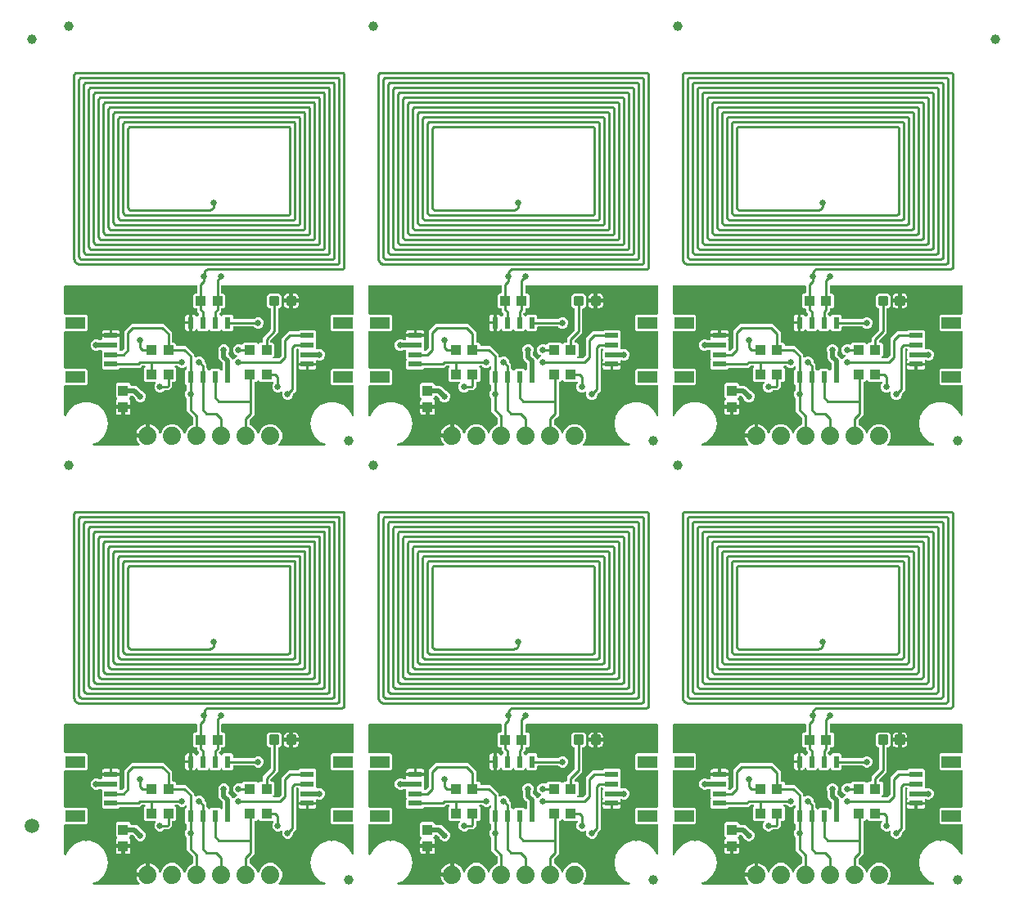
<source format=gtl>
G04 EAGLE Gerber RS-274X export*
G75*
%MOMM*%
%FSLAX34Y34*%
%LPD*%
%INTop Copper*%
%IPPOS*%
%AMOC8*
5,1,8,0,0,1.08239X$1,22.5*%
G01*
%ADD10R,1.100000X1.000000*%
%ADD11C,0.300000*%
%ADD12R,2.000000X1.200000*%
%ADD13R,1.350000X0.600000*%
%ADD14C,0.660400*%
%ADD15C,0.254000*%
%ADD16R,0.600000X1.200000*%
%ADD17R,1.000000X1.100000*%
%ADD18C,1.879600*%
%ADD19C,1.000000*%
%ADD20C,1.500000*%
%ADD21C,0.508000*%

G36*
X394561Y2545D02*
X394561Y2545D01*
X394590Y2542D01*
X394701Y2565D01*
X394813Y2581D01*
X394840Y2593D01*
X394869Y2598D01*
X394970Y2651D01*
X395073Y2697D01*
X395095Y2716D01*
X395121Y2729D01*
X395203Y2807D01*
X395290Y2880D01*
X395306Y2905D01*
X395327Y2925D01*
X395385Y3023D01*
X395447Y3117D01*
X395456Y3145D01*
X395471Y3170D01*
X395499Y3280D01*
X395533Y3388D01*
X395534Y3418D01*
X395541Y3446D01*
X395538Y3559D01*
X395541Y3672D01*
X395533Y3701D01*
X395532Y3730D01*
X395497Y3838D01*
X395469Y3947D01*
X395454Y3973D01*
X395445Y4001D01*
X395399Y4065D01*
X395323Y4192D01*
X395278Y4235D01*
X395250Y4274D01*
X394601Y4922D01*
X393497Y6443D01*
X392644Y8117D01*
X392063Y9904D01*
X391942Y10669D01*
X402691Y10669D01*
X402749Y10677D01*
X402808Y10675D01*
X402889Y10697D01*
X402973Y10709D01*
X403026Y10733D01*
X403083Y10747D01*
X403155Y10790D01*
X403232Y10825D01*
X403277Y10863D01*
X403327Y10893D01*
X403385Y10954D01*
X403449Y11009D01*
X403482Y11057D01*
X403522Y11100D01*
X403560Y11175D01*
X403607Y11245D01*
X403625Y11301D01*
X403651Y11353D01*
X403663Y11421D01*
X403693Y11516D01*
X403695Y11616D01*
X403707Y11684D01*
X403707Y12701D01*
X404724Y12701D01*
X404781Y12709D01*
X404840Y12708D01*
X404922Y12729D01*
X405005Y12741D01*
X405058Y12765D01*
X405115Y12779D01*
X405187Y12822D01*
X405264Y12857D01*
X405309Y12895D01*
X405359Y12925D01*
X405417Y12986D01*
X405481Y13041D01*
X405514Y13089D01*
X405554Y13132D01*
X405592Y13207D01*
X405639Y13277D01*
X405657Y13333D01*
X405683Y13385D01*
X405695Y13453D01*
X405725Y13548D01*
X405727Y13648D01*
X405739Y13716D01*
X405739Y24466D01*
X406503Y24345D01*
X408291Y23764D01*
X409965Y22911D01*
X411485Y21806D01*
X412814Y20478D01*
X413919Y18957D01*
X414772Y17283D01*
X415377Y15420D01*
X415390Y15394D01*
X415397Y15364D01*
X415402Y15354D01*
X415404Y15348D01*
X415418Y15324D01*
X415429Y15291D01*
X415470Y15229D01*
X415502Y15164D01*
X415521Y15143D01*
X415536Y15117D01*
X415549Y15104D01*
X415549Y15103D01*
X415556Y15097D01*
X415565Y15088D01*
X415587Y15055D01*
X415644Y15007D01*
X415693Y14953D01*
X415717Y14939D01*
X415739Y14917D01*
X415774Y14898D01*
X415804Y14872D01*
X415874Y14841D01*
X415934Y14804D01*
X415961Y14796D01*
X415988Y14782D01*
X416028Y14773D01*
X416064Y14757D01*
X416139Y14746D01*
X416208Y14727D01*
X416236Y14727D01*
X416266Y14721D01*
X416306Y14723D01*
X416346Y14718D01*
X416421Y14729D01*
X416492Y14729D01*
X416519Y14737D01*
X416550Y14739D01*
X416587Y14753D01*
X416627Y14759D01*
X416697Y14790D01*
X416765Y14810D01*
X416788Y14825D01*
X416817Y14836D01*
X416850Y14859D01*
X416886Y14876D01*
X416944Y14925D01*
X417004Y14963D01*
X417023Y14985D01*
X417047Y15002D01*
X417072Y15034D01*
X417103Y15060D01*
X417133Y15109D01*
X417137Y15115D01*
X417192Y15177D01*
X417204Y15203D01*
X417222Y15226D01*
X417239Y15268D01*
X417261Y15300D01*
X417269Y15325D01*
X417281Y15345D01*
X418986Y19463D01*
X422345Y22821D01*
X426733Y24639D01*
X431482Y24639D01*
X435870Y22821D01*
X439229Y19463D01*
X440870Y15501D01*
X440884Y15476D01*
X440893Y15448D01*
X440957Y15354D01*
X441014Y15257D01*
X441035Y15236D01*
X441052Y15212D01*
X441139Y15139D01*
X441221Y15061D01*
X441247Y15048D01*
X441269Y15029D01*
X441373Y14983D01*
X441474Y14931D01*
X441502Y14925D01*
X441529Y14914D01*
X441641Y14898D01*
X441752Y14876D01*
X441782Y14879D01*
X441811Y14875D01*
X441923Y14891D01*
X442036Y14901D01*
X442063Y14911D01*
X442092Y14915D01*
X442195Y14962D01*
X442301Y15003D01*
X442324Y15020D01*
X442351Y15032D01*
X442437Y15106D01*
X442528Y15174D01*
X442545Y15198D01*
X442568Y15217D01*
X442609Y15283D01*
X442698Y15402D01*
X442720Y15460D01*
X442746Y15501D01*
X444386Y19463D01*
X447745Y22821D01*
X450070Y23784D01*
X450072Y23785D01*
X450073Y23786D01*
X450191Y23856D01*
X450315Y23929D01*
X450316Y23930D01*
X450317Y23931D01*
X450415Y24035D01*
X450510Y24136D01*
X450511Y24137D01*
X450512Y24138D01*
X450576Y24264D01*
X450640Y24388D01*
X450641Y24390D01*
X450641Y24391D01*
X450644Y24406D01*
X450695Y24667D01*
X450693Y24698D01*
X450697Y24722D01*
X450697Y31021D01*
X450690Y31071D01*
X450690Y31084D01*
X450685Y31103D01*
X450685Y31108D01*
X450682Y31195D01*
X450665Y31248D01*
X450657Y31303D01*
X450621Y31382D01*
X450594Y31466D01*
X450566Y31505D01*
X450541Y31562D01*
X450445Y31675D01*
X450399Y31739D01*
X444347Y37792D01*
X444347Y51007D01*
X444335Y51094D01*
X444332Y51181D01*
X444315Y51234D01*
X444307Y51289D01*
X444271Y51369D01*
X444244Y51452D01*
X444216Y51491D01*
X444191Y51548D01*
X444095Y51661D01*
X444049Y51725D01*
X443204Y52570D01*
X442315Y54718D01*
X442315Y57042D01*
X443204Y59190D01*
X444049Y60035D01*
X444102Y60105D01*
X444162Y60168D01*
X444187Y60218D01*
X444220Y60262D01*
X444252Y60344D01*
X444291Y60422D01*
X444299Y60469D01*
X444322Y60528D01*
X444334Y60675D01*
X444347Y60753D01*
X444347Y64397D01*
X444335Y64484D01*
X444332Y64571D01*
X444315Y64624D01*
X444307Y64679D01*
X444271Y64758D01*
X444244Y64842D01*
X444216Y64881D01*
X444191Y64938D01*
X444095Y65051D01*
X444049Y65115D01*
X442617Y66548D01*
X442617Y80652D01*
X444049Y82085D01*
X444102Y82155D01*
X444162Y82219D01*
X444187Y82268D01*
X444220Y82312D01*
X444252Y82394D01*
X444291Y82472D01*
X444299Y82519D01*
X444322Y82578D01*
X444334Y82726D01*
X444347Y82803D01*
X444347Y83265D01*
X444343Y83295D01*
X444345Y83324D01*
X444323Y83435D01*
X444307Y83547D01*
X444295Y83574D01*
X444289Y83602D01*
X444237Y83703D01*
X444191Y83806D01*
X444172Y83829D01*
X444158Y83855D01*
X444080Y83937D01*
X444007Y84023D01*
X443983Y84040D01*
X443962Y84061D01*
X443865Y84118D01*
X443770Y84181D01*
X443742Y84190D01*
X443717Y84205D01*
X443608Y84232D01*
X443499Y84267D01*
X443470Y84267D01*
X443442Y84275D01*
X443328Y84271D01*
X443215Y84274D01*
X443187Y84267D01*
X443157Y84266D01*
X443049Y84231D01*
X442940Y84202D01*
X442915Y84187D01*
X442887Y84178D01*
X442823Y84133D01*
X442696Y84057D01*
X442653Y84011D01*
X442614Y83983D01*
X442577Y83947D01*
X440430Y83057D01*
X438105Y83057D01*
X435958Y83947D01*
X435113Y84792D01*
X435043Y84844D01*
X434979Y84904D01*
X434930Y84930D01*
X434886Y84963D01*
X434804Y84994D01*
X434726Y85034D01*
X434679Y85042D01*
X434620Y85064D01*
X434472Y85076D01*
X434395Y85089D01*
X432562Y85089D01*
X432533Y85085D01*
X432504Y85088D01*
X432393Y85065D01*
X432281Y85049D01*
X432254Y85037D01*
X432225Y85032D01*
X432125Y84979D01*
X432022Y84933D01*
X431999Y84914D01*
X431973Y84901D01*
X431891Y84823D01*
X431805Y84750D01*
X431788Y84725D01*
X431767Y84705D01*
X431710Y84607D01*
X431647Y84513D01*
X431638Y84485D01*
X431623Y84460D01*
X431595Y84350D01*
X431561Y84242D01*
X431560Y84212D01*
X431553Y84184D01*
X431557Y84071D01*
X431554Y83958D01*
X431561Y83929D01*
X431562Y83900D01*
X431597Y83792D01*
X431626Y83683D01*
X431641Y83657D01*
X431650Y83629D01*
X431695Y83565D01*
X431771Y83438D01*
X431817Y83395D01*
X431845Y83356D01*
X432948Y82252D01*
X432948Y70148D01*
X431460Y68659D01*
X429734Y68659D01*
X429676Y68651D01*
X429617Y68653D01*
X429536Y68631D01*
X429452Y68619D01*
X429399Y68596D01*
X429342Y68581D01*
X429270Y68538D01*
X429193Y68503D01*
X429148Y68465D01*
X429098Y68436D01*
X429040Y68374D01*
X428976Y68320D01*
X428943Y68271D01*
X428903Y68228D01*
X428865Y68153D01*
X428818Y68083D01*
X428800Y68027D01*
X428774Y67975D01*
X428762Y67907D01*
X428732Y67812D01*
X428730Y67712D01*
X428718Y67644D01*
X428718Y62802D01*
X425606Y59689D01*
X421280Y59689D01*
X421194Y59677D01*
X421106Y59674D01*
X421054Y59657D01*
X420999Y59649D01*
X420919Y59614D01*
X420836Y59587D01*
X420796Y59559D01*
X420739Y59533D01*
X420626Y59437D01*
X420562Y59392D01*
X419717Y58547D01*
X417570Y57657D01*
X415245Y57657D01*
X413098Y58547D01*
X411454Y60190D01*
X410565Y62338D01*
X410565Y64662D01*
X411454Y66810D01*
X411571Y66926D01*
X411588Y66950D01*
X411611Y66969D01*
X411674Y67063D01*
X411742Y67153D01*
X411752Y67181D01*
X411768Y67205D01*
X411803Y67313D01*
X411843Y67419D01*
X411845Y67448D01*
X411854Y67476D01*
X411857Y67589D01*
X411867Y67702D01*
X411861Y67731D01*
X411862Y67760D01*
X411833Y67870D01*
X411811Y67981D01*
X411797Y68007D01*
X411790Y68035D01*
X411732Y68133D01*
X411680Y68233D01*
X411659Y68255D01*
X411644Y68280D01*
X411562Y68357D01*
X411484Y68439D01*
X411459Y68454D01*
X411437Y68474D01*
X411337Y68526D01*
X411239Y68583D01*
X411210Y68590D01*
X411184Y68604D01*
X411107Y68617D01*
X410963Y68653D01*
X410901Y68651D01*
X410853Y68659D01*
X401355Y68659D01*
X399867Y70148D01*
X399867Y82252D01*
X400971Y83356D01*
X400988Y83380D01*
X401011Y83399D01*
X401073Y83493D01*
X401141Y83583D01*
X401152Y83611D01*
X401168Y83635D01*
X401202Y83743D01*
X401243Y83849D01*
X401245Y83878D01*
X401254Y83906D01*
X401257Y84020D01*
X401266Y84132D01*
X401261Y84161D01*
X401261Y84190D01*
X401233Y84300D01*
X401210Y84411D01*
X401197Y84437D01*
X401189Y84465D01*
X401132Y84563D01*
X401079Y84663D01*
X401059Y84685D01*
X401044Y84710D01*
X400962Y84787D01*
X400884Y84869D01*
X400858Y84884D01*
X400837Y84904D01*
X400736Y84956D01*
X400638Y85013D01*
X400610Y85020D01*
X400584Y85034D01*
X400506Y85047D01*
X400363Y85083D01*
X400300Y85081D01*
X400253Y85089D01*
X398087Y85089D01*
X398000Y85077D01*
X397913Y85074D01*
X397860Y85057D01*
X397805Y85049D01*
X397725Y85014D01*
X397642Y84987D01*
X397603Y84959D01*
X397546Y84933D01*
X397432Y84837D01*
X397369Y84792D01*
X395366Y82789D01*
X375561Y82789D01*
X375474Y82777D01*
X375387Y82774D01*
X375334Y82757D01*
X375279Y82749D01*
X375199Y82714D01*
X375116Y82687D01*
X375077Y82659D01*
X375020Y82633D01*
X374906Y82537D01*
X374843Y82492D01*
X373410Y81059D01*
X357805Y81059D01*
X356317Y82548D01*
X356317Y90652D01*
X356547Y90882D01*
X356582Y90929D01*
X356624Y90969D01*
X356667Y91042D01*
X356717Y91109D01*
X356738Y91164D01*
X356768Y91214D01*
X356789Y91296D01*
X356819Y91375D01*
X356824Y91433D01*
X356838Y91490D01*
X356835Y91574D01*
X356842Y91658D01*
X356831Y91716D01*
X356829Y91774D01*
X356803Y91854D01*
X356786Y91937D01*
X356759Y91989D01*
X356741Y92045D01*
X356701Y92101D01*
X356655Y92189D01*
X356587Y92262D01*
X356547Y92318D01*
X356317Y92548D01*
X356317Y100504D01*
X356309Y100562D01*
X356310Y100620D01*
X356289Y100702D01*
X356277Y100786D01*
X356253Y100839D01*
X356238Y100895D01*
X356195Y100968D01*
X356161Y101045D01*
X356123Y101090D01*
X356093Y101140D01*
X356032Y101198D01*
X355977Y101262D01*
X355928Y101294D01*
X355886Y101334D01*
X355811Y101373D01*
X355740Y101420D01*
X355685Y101437D01*
X355633Y101464D01*
X355565Y101475D01*
X355469Y101505D01*
X355370Y101508D01*
X355302Y101519D01*
X353378Y101519D01*
X353348Y101515D01*
X353317Y101517D01*
X353240Y101500D01*
X353097Y101479D01*
X353038Y101453D01*
X352990Y101442D01*
X351530Y100837D01*
X349205Y100837D01*
X347058Y101727D01*
X345414Y103370D01*
X344525Y105518D01*
X344525Y107842D01*
X345414Y109990D01*
X347058Y111633D01*
X349205Y112523D01*
X351530Y112523D01*
X353376Y111758D01*
X353406Y111750D01*
X353433Y111736D01*
X353511Y111723D01*
X353651Y111687D01*
X353716Y111689D01*
X353764Y111681D01*
X355418Y111681D01*
X355467Y111688D01*
X355516Y111685D01*
X355607Y111707D01*
X355700Y111721D01*
X355744Y111740D01*
X355792Y111752D01*
X355874Y111798D01*
X355959Y111837D01*
X355997Y111868D01*
X356039Y111892D01*
X356105Y111960D01*
X356176Y112020D01*
X356203Y112061D01*
X356237Y112096D01*
X356282Y112179D01*
X356334Y112257D01*
X356349Y112304D01*
X356372Y112347D01*
X356391Y112439D01*
X356420Y112528D01*
X356421Y112577D01*
X356431Y112625D01*
X356424Y112699D01*
X356427Y112812D01*
X356405Y112896D01*
X356399Y112959D01*
X356317Y113265D01*
X356317Y115101D01*
X365123Y115101D01*
X365181Y115109D01*
X365240Y115107D01*
X365321Y115129D01*
X365405Y115141D01*
X365458Y115164D01*
X365515Y115179D01*
X365587Y115222D01*
X365607Y115231D01*
X365653Y115200D01*
X365709Y115183D01*
X365761Y115156D01*
X365829Y115145D01*
X365924Y115115D01*
X366024Y115112D01*
X366092Y115101D01*
X374898Y115101D01*
X374898Y113266D01*
X374725Y112619D01*
X374458Y112157D01*
X374433Y112094D01*
X374398Y112035D01*
X374380Y111962D01*
X374352Y111893D01*
X374345Y111825D01*
X374328Y111759D01*
X374330Y111685D01*
X374323Y111610D01*
X374335Y111543D01*
X374337Y111475D01*
X374360Y111404D01*
X374373Y111331D01*
X374404Y111269D01*
X374425Y111205D01*
X374461Y111154D01*
X374500Y111076D01*
X374577Y110992D01*
X374619Y110931D01*
X374898Y110652D01*
X374898Y102548D01*
X374669Y102318D01*
X374634Y102271D01*
X374591Y102231D01*
X374548Y102158D01*
X374498Y102091D01*
X374477Y102036D01*
X374447Y101986D01*
X374427Y101904D01*
X374397Y101825D01*
X374392Y101767D01*
X374377Y101710D01*
X374380Y101626D01*
X374373Y101542D01*
X374384Y101484D01*
X374386Y101426D01*
X374412Y101346D01*
X374429Y101263D01*
X374456Y101211D01*
X374474Y101155D01*
X374514Y101099D01*
X374560Y101011D01*
X374629Y100938D01*
X374669Y100882D01*
X374843Y100708D01*
X374912Y100656D01*
X374976Y100596D01*
X375026Y100570D01*
X375070Y100537D01*
X375152Y100506D01*
X375229Y100466D01*
X375277Y100458D01*
X375336Y100436D01*
X375483Y100424D01*
X375561Y100411D01*
X376389Y100411D01*
X376475Y100423D01*
X376563Y100426D01*
X376615Y100443D01*
X376670Y100451D01*
X376750Y100486D01*
X376833Y100513D01*
X376872Y100541D01*
X376930Y100567D01*
X377043Y100663D01*
X377106Y100708D01*
X379279Y102881D01*
X379332Y102951D01*
X379392Y103015D01*
X379417Y103064D01*
X379450Y103108D01*
X379482Y103190D01*
X379521Y103268D01*
X379529Y103315D01*
X379552Y103374D01*
X379564Y103522D01*
X379577Y103599D01*
X379577Y120958D01*
X384359Y125741D01*
X384360Y125741D01*
X386889Y128271D01*
X420526Y128271D01*
X428718Y120078D01*
X428718Y110156D01*
X428726Y110098D01*
X428725Y110041D01*
X428725Y110040D01*
X428746Y109958D01*
X428758Y109874D01*
X428782Y109821D01*
X428797Y109765D01*
X428840Y109692D01*
X428874Y109615D01*
X428912Y109570D01*
X428942Y109520D01*
X429004Y109462D01*
X429058Y109398D01*
X429107Y109366D01*
X429149Y109326D01*
X429224Y109287D01*
X429295Y109240D01*
X429351Y109223D01*
X429403Y109196D01*
X429471Y109185D01*
X429566Y109155D01*
X429666Y109152D01*
X429734Y109141D01*
X431460Y109141D01*
X432948Y107652D01*
X432948Y106426D01*
X432957Y106368D01*
X432955Y106310D01*
X432976Y106228D01*
X432988Y106144D01*
X433012Y106091D01*
X433027Y106035D01*
X433070Y105962D01*
X433104Y105885D01*
X433142Y105840D01*
X433172Y105790D01*
X433234Y105732D01*
X433288Y105668D01*
X433337Y105636D01*
X433379Y105596D01*
X433454Y105557D01*
X433525Y105510D01*
X433581Y105493D01*
X433633Y105466D01*
X433701Y105455D01*
X433796Y105425D01*
X433896Y105422D01*
X433964Y105411D01*
X443386Y105411D01*
X451968Y96828D01*
X451968Y94535D01*
X451972Y94505D01*
X451970Y94476D01*
X451992Y94365D01*
X452008Y94253D01*
X452020Y94226D01*
X452026Y94198D01*
X452078Y94097D01*
X452124Y93994D01*
X452143Y93971D01*
X452157Y93945D01*
X452235Y93863D01*
X452308Y93777D01*
X452332Y93760D01*
X452353Y93739D01*
X452450Y93682D01*
X452545Y93619D01*
X452573Y93610D01*
X452598Y93595D01*
X452708Y93568D01*
X452816Y93533D01*
X452845Y93533D01*
X452874Y93525D01*
X452987Y93529D01*
X453100Y93526D01*
X453128Y93533D01*
X453158Y93534D01*
X453266Y93569D01*
X453375Y93598D01*
X453400Y93613D01*
X453428Y93622D01*
X453492Y93667D01*
X453619Y93743D01*
X453662Y93789D01*
X453702Y93817D01*
X453738Y93853D01*
X455885Y94743D01*
X458210Y94743D01*
X460357Y93853D01*
X462001Y92210D01*
X462890Y90062D01*
X462890Y88867D01*
X462903Y88780D01*
X462905Y88693D01*
X462922Y88640D01*
X462930Y88585D01*
X462966Y88506D01*
X462993Y88422D01*
X463021Y88383D01*
X463046Y88326D01*
X463125Y88233D01*
X463144Y88201D01*
X463164Y88183D01*
X463188Y88149D01*
X464668Y86668D01*
X464668Y82803D01*
X464681Y82716D01*
X464683Y82629D01*
X464700Y82576D01*
X464708Y82521D01*
X464744Y82442D01*
X464771Y82358D01*
X464799Y82319D01*
X464824Y82262D01*
X464920Y82149D01*
X464966Y82085D01*
X466490Y80561D01*
X466536Y80526D01*
X466577Y80483D01*
X466650Y80441D01*
X466717Y80390D01*
X466772Y80369D01*
X466822Y80340D01*
X466904Y80319D01*
X466983Y80289D01*
X467041Y80284D01*
X467097Y80270D01*
X467182Y80272D01*
X467266Y80265D01*
X467323Y80277D01*
X467382Y80279D01*
X467462Y80305D01*
X467545Y80321D01*
X467597Y80348D01*
X467652Y80366D01*
X467708Y80406D01*
X467797Y80452D01*
X467869Y80521D01*
X467925Y80561D01*
X469505Y82141D01*
X477610Y82141D01*
X479190Y80561D01*
X479236Y80526D01*
X479277Y80483D01*
X479350Y80441D01*
X479417Y80390D01*
X479472Y80369D01*
X479522Y80340D01*
X479604Y80319D01*
X479683Y80289D01*
X479741Y80284D01*
X479797Y80270D01*
X479882Y80272D01*
X479966Y80265D01*
X480023Y80277D01*
X480082Y80279D01*
X480162Y80305D01*
X480245Y80321D01*
X480296Y80348D01*
X480352Y80366D01*
X480408Y80406D01*
X480497Y80452D01*
X480569Y80521D01*
X480625Y80561D01*
X480879Y80815D01*
X480932Y80885D01*
X480992Y80949D01*
X481017Y80998D01*
X481050Y81042D01*
X481082Y81124D01*
X481121Y81202D01*
X481129Y81249D01*
X481152Y81308D01*
X481164Y81456D01*
X481177Y81533D01*
X481177Y87645D01*
X481165Y87732D01*
X481162Y87819D01*
X481145Y87872D01*
X481137Y87926D01*
X481101Y88006D01*
X481074Y88089D01*
X481046Y88129D01*
X481021Y88186D01*
X480925Y88299D01*
X480879Y88363D01*
X478140Y91102D01*
X477367Y92969D01*
X477367Y98396D01*
X477363Y98427D01*
X477365Y98458D01*
X477347Y98534D01*
X477327Y98678D01*
X477301Y98736D01*
X477290Y98785D01*
X476605Y100438D01*
X476605Y102762D01*
X477494Y104910D01*
X479138Y106553D01*
X481285Y107443D01*
X483610Y107443D01*
X485757Y106553D01*
X487401Y104910D01*
X488290Y102762D01*
X488290Y100438D01*
X487606Y98785D01*
X487598Y98755D01*
X487584Y98727D01*
X487571Y98650D01*
X487535Y98509D01*
X487537Y98445D01*
X487528Y98396D01*
X487528Y96505D01*
X487541Y96418D01*
X487543Y96331D01*
X487560Y96278D01*
X487568Y96224D01*
X487604Y96144D01*
X487631Y96061D01*
X487659Y96021D01*
X487684Y95964D01*
X487780Y95851D01*
X487826Y95787D01*
X490565Y93048D01*
X490885Y92274D01*
X490900Y92249D01*
X490909Y92221D01*
X490972Y92127D01*
X491030Y92030D01*
X491051Y92009D01*
X491068Y91985D01*
X491154Y91912D01*
X491236Y91834D01*
X491263Y91821D01*
X491285Y91802D01*
X491389Y91756D01*
X491489Y91704D01*
X491518Y91699D01*
X491545Y91687D01*
X491657Y91671D01*
X491768Y91649D01*
X491797Y91652D01*
X491827Y91648D01*
X491939Y91664D01*
X492051Y91674D01*
X492079Y91684D01*
X492108Y91688D01*
X492211Y91735D01*
X492317Y91776D01*
X492340Y91793D01*
X492367Y91806D01*
X492453Y91879D01*
X492543Y91947D01*
X492561Y91971D01*
X492583Y91990D01*
X492625Y92056D01*
X492714Y92175D01*
X492722Y92197D01*
X494378Y93853D01*
X495486Y94312D01*
X495511Y94327D01*
X495539Y94336D01*
X495633Y94399D01*
X495730Y94456D01*
X495751Y94478D01*
X495775Y94494D01*
X495848Y94581D01*
X495926Y94663D01*
X495939Y94689D01*
X495958Y94712D01*
X496004Y94815D01*
X496056Y94916D01*
X496062Y94945D01*
X496073Y94972D01*
X496089Y95084D01*
X496111Y95195D01*
X496108Y95224D01*
X496112Y95253D01*
X496096Y95365D01*
X496086Y95478D01*
X496076Y95506D01*
X496072Y95534D01*
X496025Y95637D01*
X495984Y95743D01*
X495967Y95767D01*
X495955Y95794D01*
X495881Y95880D01*
X495813Y95970D01*
X495789Y95988D01*
X495770Y96010D01*
X495704Y96052D01*
X495585Y96140D01*
X495527Y96162D01*
X495486Y96188D01*
X494378Y96647D01*
X492734Y98290D01*
X491845Y100438D01*
X491845Y102762D01*
X492734Y104910D01*
X494378Y106553D01*
X496525Y107443D01*
X498850Y107443D01*
X500063Y106940D01*
X500174Y106912D01*
X500284Y106877D01*
X500312Y106876D01*
X500338Y106869D01*
X500453Y106872D01*
X500568Y106870D01*
X500595Y106877D01*
X500623Y106877D01*
X500732Y106912D01*
X500843Y106941D01*
X500867Y106956D01*
X500893Y106964D01*
X500989Y107028D01*
X501087Y107087D01*
X501106Y107107D01*
X501129Y107122D01*
X501203Y107210D01*
X501282Y107294D01*
X501295Y107319D01*
X501312Y107340D01*
X501359Y107445D01*
X501411Y107547D01*
X501415Y107572D01*
X501428Y107600D01*
X501430Y107616D01*
X502955Y109141D01*
X516060Y109141D01*
X517290Y107911D01*
X517336Y107876D01*
X517377Y107833D01*
X517450Y107791D01*
X517517Y107740D01*
X517572Y107719D01*
X517622Y107690D01*
X517704Y107669D01*
X517783Y107639D01*
X517841Y107634D01*
X517898Y107620D01*
X517982Y107622D01*
X518066Y107615D01*
X518123Y107627D01*
X518182Y107629D01*
X518262Y107655D01*
X518345Y107671D01*
X518396Y107698D01*
X518452Y107716D01*
X518508Y107756D01*
X518597Y107802D01*
X518669Y107871D01*
X518726Y107911D01*
X519955Y109141D01*
X521682Y109141D01*
X521739Y109149D01*
X521798Y109147D01*
X521880Y109169D01*
X521963Y109181D01*
X522016Y109204D01*
X522073Y109219D01*
X522145Y109262D01*
X522223Y109297D01*
X522267Y109335D01*
X522317Y109364D01*
X522375Y109426D01*
X522440Y109480D01*
X522472Y109529D01*
X522512Y109572D01*
X522550Y109647D01*
X522597Y109717D01*
X522615Y109773D01*
X522641Y109825D01*
X522653Y109893D01*
X522683Y109988D01*
X522685Y110088D01*
X522697Y110156D01*
X522697Y114218D01*
X530529Y122051D01*
X530582Y122121D01*
X530642Y122185D01*
X530667Y122234D01*
X530700Y122278D01*
X530732Y122360D01*
X530771Y122438D01*
X530779Y122485D01*
X530802Y122544D01*
X530814Y122692D01*
X530827Y122769D01*
X530827Y143844D01*
X530819Y143902D01*
X530820Y143960D01*
X530799Y144042D01*
X530787Y144126D01*
X530763Y144179D01*
X530748Y144235D01*
X530705Y144308D01*
X530671Y144385D01*
X530633Y144430D01*
X530603Y144480D01*
X530542Y144538D01*
X530487Y144602D01*
X530438Y144634D01*
X530396Y144674D01*
X530321Y144713D01*
X530250Y144760D01*
X530195Y144777D01*
X530143Y144804D01*
X530075Y144815D01*
X529979Y144845D01*
X529880Y144848D01*
X529812Y144859D01*
X529464Y144859D01*
X527097Y147226D01*
X527097Y157574D01*
X529464Y159941D01*
X539811Y159941D01*
X542178Y157574D01*
X542178Y147226D01*
X539811Y144859D01*
X539464Y144859D01*
X539406Y144851D01*
X539347Y144853D01*
X539266Y144831D01*
X539182Y144819D01*
X539129Y144796D01*
X539072Y144781D01*
X539000Y144738D01*
X538923Y144703D01*
X538878Y144665D01*
X538828Y144636D01*
X538770Y144574D01*
X538706Y144520D01*
X538673Y144471D01*
X538633Y144428D01*
X538595Y144353D01*
X538548Y144283D01*
X538530Y144227D01*
X538504Y144175D01*
X538492Y144107D01*
X538462Y144012D01*
X538460Y143912D01*
X538448Y143844D01*
X538448Y119192D01*
X530616Y111359D01*
X530563Y111289D01*
X530503Y111225D01*
X530478Y111176D01*
X530445Y111132D01*
X530414Y111050D01*
X530374Y110972D01*
X530366Y110925D01*
X530344Y110866D01*
X530331Y110718D01*
X530318Y110641D01*
X530318Y110156D01*
X530326Y110098D01*
X530325Y110041D01*
X530325Y110040D01*
X530346Y109958D01*
X530358Y109874D01*
X530382Y109821D01*
X530397Y109765D01*
X530440Y109692D01*
X530474Y109615D01*
X530512Y109570D01*
X530542Y109520D01*
X530604Y109462D01*
X530658Y109398D01*
X530707Y109366D01*
X530749Y109326D01*
X530824Y109287D01*
X530895Y109240D01*
X530951Y109223D01*
X531003Y109196D01*
X531071Y109185D01*
X531166Y109155D01*
X531266Y109152D01*
X531334Y109141D01*
X533060Y109141D01*
X534548Y107652D01*
X534548Y95548D01*
X533445Y94444D01*
X533427Y94420D01*
X533405Y94401D01*
X533342Y94307D01*
X533274Y94217D01*
X533263Y94189D01*
X533247Y94165D01*
X533213Y94057D01*
X533172Y93951D01*
X533170Y93922D01*
X533161Y93894D01*
X533158Y93780D01*
X533149Y93668D01*
X533155Y93639D01*
X533154Y93610D01*
X533183Y93500D01*
X533205Y93389D01*
X533218Y93363D01*
X533226Y93335D01*
X533283Y93237D01*
X533336Y93137D01*
X533356Y93115D01*
X533371Y93090D01*
X533453Y93013D01*
X533532Y92931D01*
X533557Y92916D01*
X533578Y92896D01*
X533679Y92844D01*
X533777Y92787D01*
X533805Y92780D01*
X533831Y92766D01*
X533909Y92753D01*
X534052Y92717D01*
X534115Y92719D01*
X534162Y92711D01*
X538869Y92711D01*
X538955Y92723D01*
X539043Y92726D01*
X539095Y92743D01*
X539150Y92751D01*
X539230Y92786D01*
X539313Y92813D01*
X539352Y92841D01*
X539410Y92867D01*
X539523Y92963D01*
X539586Y93008D01*
X541839Y95261D01*
X541892Y95331D01*
X541952Y95395D01*
X541977Y95444D01*
X542010Y95488D01*
X542042Y95570D01*
X542081Y95648D01*
X542089Y95695D01*
X542112Y95754D01*
X542124Y95902D01*
X542137Y95979D01*
X542137Y113338D01*
X549449Y120651D01*
X559095Y120651D01*
X559181Y120663D01*
X559269Y120666D01*
X559321Y120683D01*
X559376Y120691D01*
X559456Y120726D01*
X559539Y120753D01*
X559579Y120781D01*
X559636Y120807D01*
X559749Y120903D01*
X559813Y120948D01*
X561005Y122141D01*
X576610Y122141D01*
X578098Y120652D01*
X578098Y112548D01*
X577869Y112318D01*
X577834Y112271D01*
X577791Y112231D01*
X577748Y112158D01*
X577698Y112091D01*
X577677Y112036D01*
X577647Y111986D01*
X577627Y111904D01*
X577597Y111825D01*
X577592Y111767D01*
X577577Y111710D01*
X577580Y111626D01*
X577573Y111542D01*
X577584Y111484D01*
X577586Y111426D01*
X577612Y111346D01*
X577629Y111263D01*
X577656Y111211D01*
X577674Y111155D01*
X577714Y111099D01*
X577760Y111011D01*
X577829Y110938D01*
X577869Y110882D01*
X578098Y110652D01*
X578098Y102951D01*
X578114Y102838D01*
X578124Y102723D01*
X578134Y102697D01*
X578138Y102670D01*
X578185Y102565D01*
X578226Y102458D01*
X578243Y102436D01*
X578254Y102410D01*
X578329Y102323D01*
X578398Y102231D01*
X578420Y102215D01*
X578438Y102193D01*
X578534Y102130D01*
X578626Y102061D01*
X578652Y102051D01*
X578675Y102036D01*
X578784Y102001D01*
X578892Y101961D01*
X578919Y101958D01*
X578946Y101950D01*
X579060Y101947D01*
X579175Y101938D01*
X579199Y101944D01*
X579230Y101943D01*
X579487Y102010D01*
X579502Y102013D01*
X580345Y102363D01*
X582670Y102363D01*
X584817Y101473D01*
X586461Y99830D01*
X587350Y97682D01*
X587350Y95358D01*
X586461Y93210D01*
X584817Y91567D01*
X582670Y90677D01*
X580345Y90677D01*
X579496Y91029D01*
X579394Y91056D01*
X579293Y91089D01*
X579256Y91091D01*
X579221Y91100D01*
X579115Y91097D01*
X579009Y91102D01*
X578973Y91093D01*
X578936Y91092D01*
X578836Y91060D01*
X578733Y91035D01*
X578701Y91017D01*
X578666Y91005D01*
X578578Y90946D01*
X578486Y90894D01*
X578460Y90868D01*
X578430Y90847D01*
X578362Y90766D01*
X578288Y90690D01*
X578270Y90658D01*
X578247Y90629D01*
X578204Y90533D01*
X578154Y90440D01*
X578146Y90403D01*
X578131Y90370D01*
X578117Y90265D01*
X578095Y90162D01*
X578098Y90129D01*
X578092Y90088D01*
X578098Y90045D01*
X578098Y88099D01*
X569292Y88099D01*
X569234Y88091D01*
X569175Y88093D01*
X569094Y88071D01*
X569010Y88059D01*
X568957Y88036D01*
X568900Y88021D01*
X568828Y87978D01*
X568808Y87969D01*
X568762Y88000D01*
X568706Y88017D01*
X568654Y88044D01*
X568586Y88055D01*
X568491Y88085D01*
X568391Y88088D01*
X568323Y88099D01*
X559517Y88099D01*
X559517Y89934D01*
X559690Y90581D01*
X559957Y91043D01*
X559983Y91106D01*
X560017Y91165D01*
X560035Y91238D01*
X560063Y91307D01*
X560070Y91375D01*
X560087Y91441D01*
X560085Y91515D01*
X560092Y91590D01*
X560080Y91657D01*
X560078Y91725D01*
X560055Y91796D01*
X560042Y91869D01*
X560012Y91930D01*
X559991Y91995D01*
X559954Y92046D01*
X559916Y92124D01*
X559839Y92208D01*
X559796Y92269D01*
X559517Y92548D01*
X559517Y100652D01*
X559747Y100882D01*
X559782Y100929D01*
X559824Y100969D01*
X559867Y101042D01*
X559917Y101109D01*
X559938Y101164D01*
X559968Y101214D01*
X559989Y101296D01*
X560019Y101375D01*
X560024Y101433D01*
X560038Y101490D01*
X560035Y101574D01*
X560042Y101658D01*
X560031Y101716D01*
X560029Y101774D01*
X560003Y101854D01*
X559986Y101937D01*
X559959Y101989D01*
X559941Y102044D01*
X559901Y102101D01*
X559855Y102189D01*
X559787Y102262D01*
X559747Y102318D01*
X559573Y102492D01*
X559503Y102544D01*
X559439Y102604D01*
X559390Y102630D01*
X559345Y102663D01*
X559264Y102694D01*
X559186Y102734D01*
X559138Y102742D01*
X559080Y102764D01*
X558932Y102776D01*
X558855Y102789D01*
X558394Y102789D01*
X558336Y102781D01*
X558277Y102783D01*
X558196Y102761D01*
X558112Y102749D01*
X558059Y102726D01*
X558002Y102711D01*
X557930Y102668D01*
X557853Y102633D01*
X557808Y102595D01*
X557758Y102566D01*
X557700Y102504D01*
X557636Y102450D01*
X557603Y102401D01*
X557563Y102358D01*
X557525Y102283D01*
X557478Y102213D01*
X557460Y102157D01*
X557434Y102105D01*
X557422Y102037D01*
X557392Y101942D01*
X557390Y101842D01*
X557378Y101774D01*
X557378Y59382D01*
X554628Y56631D01*
X554575Y56561D01*
X554515Y56497D01*
X554490Y56448D01*
X554457Y56404D01*
X554426Y56322D01*
X554386Y56244D01*
X554378Y56197D01*
X554356Y56138D01*
X554343Y55990D01*
X554330Y55913D01*
X554330Y54718D01*
X553441Y52570D01*
X551797Y50927D01*
X549650Y50037D01*
X547325Y50037D01*
X545178Y50927D01*
X543534Y52570D01*
X542645Y54718D01*
X542645Y57042D01*
X542668Y57098D01*
X542675Y57126D01*
X542689Y57152D01*
X542711Y57263D01*
X542739Y57373D01*
X542738Y57402D01*
X542744Y57431D01*
X542734Y57544D01*
X542731Y57657D01*
X542722Y57685D01*
X542719Y57714D01*
X542679Y57820D01*
X542644Y57928D01*
X542628Y57952D01*
X542617Y57980D01*
X542549Y58070D01*
X542486Y58164D01*
X542463Y58183D01*
X542446Y58206D01*
X542355Y58274D01*
X542268Y58347D01*
X542241Y58359D01*
X542218Y58377D01*
X542112Y58417D01*
X542008Y58463D01*
X541979Y58467D01*
X541952Y58477D01*
X541839Y58486D01*
X541727Y58502D01*
X541698Y58497D01*
X541669Y58500D01*
X541592Y58482D01*
X541445Y58461D01*
X541388Y58435D01*
X541341Y58424D01*
X539490Y57657D01*
X537165Y57657D01*
X535018Y58547D01*
X533374Y60190D01*
X532485Y62338D01*
X532485Y64662D01*
X533374Y66810D01*
X533491Y66926D01*
X533508Y66950D01*
X533531Y66969D01*
X533594Y67063D01*
X533662Y67153D01*
X533672Y67181D01*
X533688Y67205D01*
X533723Y67313D01*
X533763Y67419D01*
X533765Y67448D01*
X533774Y67476D01*
X533777Y67589D01*
X533787Y67702D01*
X533781Y67731D01*
X533782Y67760D01*
X533753Y67870D01*
X533731Y67981D01*
X533717Y68007D01*
X533710Y68035D01*
X533652Y68133D01*
X533600Y68233D01*
X533579Y68255D01*
X533564Y68280D01*
X533482Y68357D01*
X533404Y68439D01*
X533379Y68454D01*
X533357Y68474D01*
X533257Y68526D01*
X533159Y68583D01*
X533130Y68590D01*
X533104Y68604D01*
X533027Y68617D01*
X532883Y68653D01*
X532821Y68651D01*
X532773Y68659D01*
X519955Y68659D01*
X518725Y69889D01*
X518679Y69924D01*
X518638Y69967D01*
X518566Y70009D01*
X518498Y70060D01*
X518444Y70081D01*
X518393Y70110D01*
X518312Y70131D01*
X518233Y70161D01*
X518174Y70166D01*
X518118Y70180D01*
X518033Y70178D01*
X517949Y70185D01*
X517892Y70173D01*
X517834Y70171D01*
X517753Y70145D01*
X517671Y70129D01*
X517619Y70102D01*
X517563Y70084D01*
X517507Y70044D01*
X517418Y69998D01*
X517346Y69929D01*
X517290Y69889D01*
X516060Y68659D01*
X515214Y68659D01*
X515156Y68651D01*
X515097Y68653D01*
X515016Y68631D01*
X514932Y68619D01*
X514879Y68596D01*
X514822Y68581D01*
X514750Y68538D01*
X514673Y68503D01*
X514628Y68465D01*
X514578Y68436D01*
X514520Y68374D01*
X514456Y68320D01*
X514423Y68271D01*
X514383Y68228D01*
X514345Y68153D01*
X514298Y68083D01*
X514280Y68027D01*
X514254Y67975D01*
X514242Y67907D01*
X514212Y67812D01*
X514210Y67712D01*
X514198Y67644D01*
X514198Y33982D01*
X509416Y29199D01*
X509363Y29129D01*
X509303Y29065D01*
X509278Y29016D01*
X509245Y28972D01*
X509214Y28890D01*
X509174Y28812D01*
X509166Y28765D01*
X509144Y28706D01*
X509131Y28558D01*
X509118Y28481D01*
X509118Y24722D01*
X509119Y24721D01*
X509118Y24719D01*
X509139Y24579D01*
X509158Y24441D01*
X509159Y24439D01*
X509159Y24438D01*
X509216Y24312D01*
X509274Y24181D01*
X509275Y24180D01*
X509276Y24179D01*
X509367Y24072D01*
X509458Y23964D01*
X509459Y23964D01*
X509460Y23962D01*
X509473Y23954D01*
X509695Y23807D01*
X509724Y23798D01*
X509745Y23784D01*
X512070Y22821D01*
X515429Y19463D01*
X517070Y15501D01*
X517084Y15476D01*
X517093Y15448D01*
X517157Y15354D01*
X517214Y15257D01*
X517235Y15236D01*
X517252Y15212D01*
X517339Y15139D01*
X517421Y15061D01*
X517447Y15048D01*
X517469Y15029D01*
X517573Y14983D01*
X517674Y14931D01*
X517702Y14925D01*
X517729Y14914D01*
X517841Y14898D01*
X517952Y14876D01*
X517982Y14879D01*
X518011Y14875D01*
X518123Y14891D01*
X518236Y14901D01*
X518263Y14911D01*
X518292Y14915D01*
X518395Y14962D01*
X518501Y15003D01*
X518524Y15020D01*
X518551Y15032D01*
X518637Y15106D01*
X518728Y15174D01*
X518745Y15198D01*
X518768Y15217D01*
X518809Y15283D01*
X518898Y15402D01*
X518920Y15460D01*
X518946Y15501D01*
X520586Y19463D01*
X523945Y22821D01*
X528333Y24639D01*
X533082Y24639D01*
X537470Y22821D01*
X540829Y19463D01*
X542646Y15075D01*
X542646Y10325D01*
X540829Y5937D01*
X539165Y4274D01*
X539148Y4250D01*
X539125Y4231D01*
X539063Y4137D01*
X538994Y4047D01*
X538984Y4019D01*
X538968Y3995D01*
X538934Y3887D01*
X538893Y3781D01*
X538891Y3752D01*
X538882Y3724D01*
X538879Y3610D01*
X538870Y3498D01*
X538875Y3469D01*
X538875Y3440D01*
X538903Y3330D01*
X538926Y3219D01*
X538939Y3193D01*
X538947Y3165D01*
X539004Y3067D01*
X539057Y2967D01*
X539077Y2945D01*
X539092Y2920D01*
X539174Y2843D01*
X539252Y2761D01*
X539278Y2746D01*
X539299Y2726D01*
X539400Y2674D01*
X539498Y2617D01*
X539526Y2610D01*
X539552Y2596D01*
X539630Y2583D01*
X539773Y2547D01*
X539836Y2549D01*
X539883Y2541D01*
X586643Y2541D01*
X586750Y2556D01*
X586857Y2564D01*
X586890Y2576D01*
X586924Y2581D01*
X587023Y2625D01*
X587124Y2662D01*
X587152Y2683D01*
X587184Y2697D01*
X587266Y2766D01*
X587353Y2830D01*
X587374Y2858D01*
X587401Y2880D01*
X587460Y2970D01*
X587526Y3056D01*
X587539Y3088D01*
X587558Y3117D01*
X587591Y3220D01*
X587630Y3320D01*
X587634Y3355D01*
X587644Y3388D01*
X587647Y3496D01*
X587657Y3603D01*
X587651Y3638D01*
X587651Y3672D01*
X587624Y3777D01*
X587604Y3883D01*
X587588Y3914D01*
X587580Y3947D01*
X587524Y4040D01*
X587476Y4136D01*
X587452Y4162D01*
X587434Y4192D01*
X587356Y4266D01*
X587282Y4345D01*
X587255Y4360D01*
X587227Y4386D01*
X587036Y4484D01*
X586990Y4510D01*
X582988Y5967D01*
X577018Y10976D01*
X573121Y17725D01*
X571768Y25400D01*
X573121Y33075D01*
X577018Y39824D01*
X582988Y44833D01*
X590311Y47499D01*
X598104Y47499D01*
X605427Y44833D01*
X611397Y39824D01*
X614988Y33605D01*
X615000Y33590D01*
X615008Y33572D01*
X615087Y33478D01*
X615163Y33381D01*
X615179Y33370D01*
X615191Y33355D01*
X615293Y33287D01*
X615393Y33215D01*
X615412Y33208D01*
X615428Y33198D01*
X615545Y33160D01*
X615661Y33119D01*
X615680Y33117D01*
X615699Y33112D01*
X615822Y33108D01*
X615945Y33101D01*
X615964Y33105D01*
X615983Y33104D01*
X616102Y33135D01*
X616222Y33162D01*
X616239Y33171D01*
X616258Y33176D01*
X616364Y33239D01*
X616472Y33298D01*
X616486Y33311D01*
X616502Y33321D01*
X616587Y33411D01*
X616674Y33497D01*
X616684Y33514D01*
X616697Y33528D01*
X616753Y33637D01*
X616813Y33745D01*
X616818Y33764D01*
X616827Y33781D01*
X616839Y33854D01*
X616878Y34022D01*
X616876Y34073D01*
X616882Y34112D01*
X616896Y64044D01*
X616888Y64102D01*
X616889Y64160D01*
X616868Y64242D01*
X616856Y64325D01*
X616832Y64379D01*
X616817Y64435D01*
X616774Y64508D01*
X616740Y64585D01*
X616702Y64629D01*
X616672Y64680D01*
X616611Y64737D01*
X616556Y64802D01*
X616508Y64834D01*
X616465Y64874D01*
X616390Y64913D01*
X616320Y64959D01*
X616264Y64977D01*
X616212Y65004D01*
X616144Y65015D01*
X616049Y65045D01*
X615949Y65048D01*
X615880Y65059D01*
X594505Y65059D01*
X593017Y66548D01*
X593017Y80652D01*
X594505Y82141D01*
X615889Y82141D01*
X615947Y82149D01*
X616005Y82147D01*
X616087Y82169D01*
X616171Y82181D01*
X616224Y82204D01*
X616280Y82219D01*
X616353Y82262D01*
X616430Y82297D01*
X616474Y82334D01*
X616524Y82364D01*
X616582Y82426D01*
X616647Y82480D01*
X616679Y82529D01*
X616719Y82571D01*
X616758Y82647D01*
X616805Y82717D01*
X616822Y82773D01*
X616849Y82824D01*
X616860Y82893D01*
X616890Y82988D01*
X616893Y83088D01*
X616904Y83156D01*
X616921Y120044D01*
X616913Y120102D01*
X616914Y120160D01*
X616893Y120242D01*
X616881Y120325D01*
X616857Y120379D01*
X616842Y120435D01*
X616799Y120508D01*
X616765Y120585D01*
X616727Y120629D01*
X616697Y120680D01*
X616636Y120737D01*
X616581Y120802D01*
X616533Y120834D01*
X616490Y120874D01*
X616415Y120913D01*
X616345Y120959D01*
X616289Y120977D01*
X616237Y121004D01*
X616169Y121015D01*
X616074Y121045D01*
X615974Y121048D01*
X615906Y121059D01*
X594505Y121059D01*
X593017Y122548D01*
X593017Y136652D01*
X594505Y138141D01*
X615914Y138141D01*
X615972Y138149D01*
X616030Y138147D01*
X616112Y138169D01*
X616196Y138181D01*
X616249Y138204D01*
X616305Y138219D01*
X616378Y138262D01*
X616455Y138297D01*
X616500Y138334D01*
X616550Y138364D01*
X616608Y138426D01*
X616672Y138480D01*
X616704Y138529D01*
X616744Y138571D01*
X616783Y138647D01*
X616830Y138717D01*
X616847Y138773D01*
X616874Y138824D01*
X616885Y138893D01*
X616916Y138988D01*
X616918Y139088D01*
X616929Y139156D01*
X616942Y167640D01*
X616934Y167698D01*
X616936Y167756D01*
X616914Y167838D01*
X616903Y167921D01*
X616879Y167975D01*
X616864Y168031D01*
X616821Y168104D01*
X616786Y168181D01*
X616749Y168225D01*
X616719Y168276D01*
X616657Y168333D01*
X616603Y168398D01*
X616554Y168430D01*
X616511Y168470D01*
X616436Y168509D01*
X616366Y168555D01*
X616310Y168573D01*
X616258Y168600D01*
X616190Y168611D01*
X616095Y168641D01*
X615995Y168644D01*
X615927Y168655D01*
X480534Y168655D01*
X480476Y168647D01*
X480417Y168649D01*
X480336Y168627D01*
X480252Y168615D01*
X480199Y168592D01*
X480142Y168577D01*
X480070Y168534D01*
X479993Y168499D01*
X479948Y168461D01*
X479898Y168432D01*
X479840Y168370D01*
X479776Y168316D01*
X479743Y168267D01*
X479703Y168224D01*
X479665Y168149D01*
X479618Y168079D01*
X479600Y168023D01*
X479574Y167971D01*
X479562Y167903D01*
X479532Y167808D01*
X479530Y167708D01*
X479518Y167640D01*
X479518Y160956D01*
X479527Y160898D01*
X479525Y160840D01*
X479546Y160758D01*
X479558Y160674D01*
X479582Y160621D01*
X479597Y160565D01*
X479640Y160492D01*
X479674Y160415D01*
X479712Y160370D01*
X479742Y160320D01*
X479804Y160262D01*
X479858Y160198D01*
X479907Y160166D01*
X479949Y160126D01*
X480024Y160087D01*
X480095Y160040D01*
X480151Y160023D01*
X480203Y159996D01*
X480271Y159985D01*
X480366Y159955D01*
X480466Y159952D01*
X480534Y159941D01*
X482260Y159941D01*
X483748Y158452D01*
X483748Y146348D01*
X482260Y144859D01*
X480534Y144859D01*
X480476Y144851D01*
X480417Y144853D01*
X480336Y144831D01*
X480252Y144819D01*
X480199Y144796D01*
X480142Y144781D01*
X480070Y144738D01*
X479993Y144703D01*
X479948Y144665D01*
X479898Y144636D01*
X479840Y144574D01*
X479776Y144520D01*
X479743Y144471D01*
X479703Y144428D01*
X479665Y144353D01*
X479618Y144283D01*
X479600Y144227D01*
X479574Y144175D01*
X479562Y144107D01*
X479532Y144012D01*
X479530Y143912D01*
X479518Y143844D01*
X479518Y141542D01*
X477666Y139689D01*
X477613Y139619D01*
X477553Y139555D01*
X477528Y139506D01*
X477495Y139462D01*
X477464Y139380D01*
X477424Y139302D01*
X477416Y139255D01*
X477394Y139196D01*
X477381Y139048D01*
X477368Y138971D01*
X477368Y138803D01*
X477381Y138716D01*
X477383Y138629D01*
X477400Y138576D01*
X477408Y138521D01*
X477444Y138442D01*
X477471Y138358D01*
X477499Y138319D01*
X477524Y138262D01*
X477620Y138149D01*
X477666Y138085D01*
X479190Y136561D01*
X479236Y136526D01*
X479277Y136483D01*
X479350Y136441D01*
X479417Y136390D01*
X479472Y136369D01*
X479522Y136340D01*
X479604Y136319D01*
X479683Y136289D01*
X479741Y136284D01*
X479798Y136270D01*
X479882Y136272D01*
X479966Y136265D01*
X480023Y136277D01*
X480082Y136279D01*
X480162Y136305D01*
X480245Y136321D01*
X480297Y136348D01*
X480352Y136366D01*
X480408Y136406D01*
X480497Y136452D01*
X480569Y136521D01*
X480626Y136561D01*
X482205Y138141D01*
X490310Y138141D01*
X491798Y136652D01*
X491798Y134426D01*
X491807Y134368D01*
X491805Y134310D01*
X491826Y134228D01*
X491838Y134144D01*
X491862Y134091D01*
X491877Y134035D01*
X491920Y133962D01*
X491954Y133885D01*
X491992Y133840D01*
X492022Y133790D01*
X492084Y133732D01*
X492138Y133668D01*
X492187Y133636D01*
X492229Y133596D01*
X492304Y133557D01*
X492375Y133510D01*
X492431Y133493D01*
X492483Y133466D01*
X492551Y133455D01*
X492646Y133425D01*
X492746Y133422D01*
X492814Y133411D01*
X513195Y133411D01*
X513282Y133423D01*
X513369Y133426D01*
X513422Y133443D01*
X513476Y133451D01*
X513556Y133486D01*
X513639Y133513D01*
X513679Y133541D01*
X513736Y133567D01*
X513849Y133663D01*
X513913Y133708D01*
X514698Y134493D01*
X516845Y135383D01*
X519170Y135383D01*
X521317Y134493D01*
X522961Y132850D01*
X523850Y130702D01*
X523850Y128378D01*
X522961Y126230D01*
X521317Y124587D01*
X519170Y123697D01*
X516845Y123697D01*
X514698Y124587D01*
X513793Y125492D01*
X513723Y125544D01*
X513659Y125604D01*
X513610Y125630D01*
X513566Y125663D01*
X513484Y125694D01*
X513406Y125734D01*
X513358Y125742D01*
X513300Y125764D01*
X513152Y125776D01*
X513075Y125789D01*
X492814Y125789D01*
X492756Y125781D01*
X492697Y125783D01*
X492616Y125761D01*
X492532Y125749D01*
X492479Y125726D01*
X492422Y125711D01*
X492350Y125668D01*
X492273Y125633D01*
X492228Y125595D01*
X492178Y125566D01*
X492120Y125504D01*
X492056Y125450D01*
X492023Y125401D01*
X491983Y125358D01*
X491945Y125283D01*
X491898Y125213D01*
X491880Y125157D01*
X491854Y125105D01*
X491842Y125037D01*
X491812Y124942D01*
X491810Y124842D01*
X491798Y124774D01*
X491798Y122548D01*
X490310Y121059D01*
X482205Y121059D01*
X480626Y122639D01*
X480579Y122674D01*
X480539Y122717D01*
X480466Y122759D01*
X480398Y122810D01*
X480344Y122831D01*
X480293Y122860D01*
X480212Y122881D01*
X480133Y122911D01*
X480074Y122916D01*
X480018Y122930D01*
X479933Y122928D01*
X479849Y122935D01*
X479792Y122923D01*
X479734Y122921D01*
X479653Y122895D01*
X479571Y122879D01*
X479519Y122852D01*
X479463Y122834D01*
X479407Y122794D01*
X479318Y122748D01*
X479246Y122679D01*
X479190Y122639D01*
X477610Y121059D01*
X469505Y121059D01*
X467926Y122639D01*
X467879Y122674D01*
X467839Y122717D01*
X467766Y122759D01*
X467698Y122810D01*
X467644Y122831D01*
X467593Y122860D01*
X467512Y122881D01*
X467433Y122911D01*
X467374Y122916D01*
X467318Y122930D01*
X467233Y122928D01*
X467149Y122935D01*
X467092Y122923D01*
X467034Y122921D01*
X466953Y122895D01*
X466871Y122879D01*
X466819Y122852D01*
X466763Y122834D01*
X466707Y122794D01*
X466618Y122748D01*
X466546Y122679D01*
X466490Y122639D01*
X464910Y121059D01*
X456805Y121059D01*
X455090Y122774D01*
X455051Y122803D01*
X455018Y122839D01*
X454938Y122889D01*
X454863Y122945D01*
X454818Y122962D01*
X454776Y122988D01*
X454685Y123013D01*
X454597Y123046D01*
X454549Y123050D01*
X454502Y123063D01*
X454408Y123062D01*
X454314Y123070D01*
X454266Y123060D01*
X454218Y123060D01*
X454127Y123032D01*
X454035Y123014D01*
X453992Y122991D01*
X453945Y122977D01*
X453866Y122926D01*
X453783Y122883D01*
X453748Y122849D01*
X453707Y122823D01*
X453660Y122766D01*
X453577Y122687D01*
X453533Y122612D01*
X453493Y122564D01*
X453191Y122040D01*
X452718Y121567D01*
X452138Y121232D01*
X451492Y121059D01*
X449657Y121059D01*
X449657Y129116D01*
X449649Y129174D01*
X449650Y129232D01*
X449629Y129314D01*
X449617Y129397D01*
X449593Y129451D01*
X449578Y129507D01*
X449535Y129580D01*
X449526Y129599D01*
X449557Y129645D01*
X449575Y129701D01*
X449601Y129753D01*
X449613Y129821D01*
X449643Y129916D01*
X449645Y130016D01*
X449657Y130084D01*
X449657Y138141D01*
X451492Y138141D01*
X452138Y137968D01*
X452718Y137633D01*
X453191Y137160D01*
X453493Y136636D01*
X453523Y136598D01*
X453546Y136554D01*
X453610Y136486D01*
X453668Y136412D01*
X453708Y136384D01*
X453741Y136348D01*
X453823Y136301D01*
X453899Y136246D01*
X453945Y136229D01*
X453987Y136205D01*
X454078Y136181D01*
X454166Y136150D01*
X454215Y136146D01*
X454262Y136134D01*
X454356Y136137D01*
X454450Y136131D01*
X454498Y136142D01*
X454546Y136144D01*
X454636Y136172D01*
X454728Y136193D01*
X454771Y136216D01*
X454817Y136231D01*
X454877Y136274D01*
X454977Y136328D01*
X455039Y136389D01*
X455090Y136426D01*
X456749Y138085D01*
X456802Y138155D01*
X456862Y138219D01*
X456887Y138268D01*
X456920Y138312D01*
X456952Y138394D01*
X456991Y138472D01*
X456999Y138519D01*
X457022Y138578D01*
X457034Y138726D01*
X457047Y138803D01*
X457047Y138971D01*
X457035Y139058D01*
X457032Y139145D01*
X457015Y139198D01*
X457007Y139253D01*
X456971Y139332D01*
X456944Y139416D01*
X456916Y139455D01*
X456891Y139512D01*
X456795Y139625D01*
X456749Y139689D01*
X454897Y141542D01*
X454897Y143844D01*
X454889Y143902D01*
X454890Y143960D01*
X454869Y144042D01*
X454857Y144126D01*
X454833Y144179D01*
X454818Y144235D01*
X454775Y144308D01*
X454741Y144385D01*
X454703Y144430D01*
X454673Y144480D01*
X454612Y144538D01*
X454557Y144602D01*
X454508Y144634D01*
X454466Y144674D01*
X454391Y144713D01*
X454320Y144760D01*
X454265Y144777D01*
X454213Y144804D01*
X454145Y144815D01*
X454049Y144845D01*
X453950Y144848D01*
X453882Y144859D01*
X452155Y144859D01*
X450667Y146348D01*
X450667Y158452D01*
X452155Y159941D01*
X453882Y159941D01*
X453939Y159949D01*
X453998Y159947D01*
X454080Y159969D01*
X454163Y159981D01*
X454216Y160004D01*
X454273Y160019D01*
X454345Y160062D01*
X454423Y160097D01*
X454467Y160135D01*
X454517Y160164D01*
X454575Y160226D01*
X454640Y160280D01*
X454672Y160329D01*
X454712Y160372D01*
X454750Y160447D01*
X454797Y160517D01*
X454815Y160573D01*
X454841Y160625D01*
X454853Y160693D01*
X454883Y160788D01*
X454885Y160888D01*
X454897Y160956D01*
X454897Y167640D01*
X454889Y167698D01*
X454890Y167756D01*
X454869Y167838D01*
X454857Y167922D01*
X454833Y167975D01*
X454818Y168031D01*
X454775Y168104D01*
X454741Y168181D01*
X454703Y168226D01*
X454673Y168276D01*
X454612Y168334D01*
X454557Y168398D01*
X454508Y168430D01*
X454466Y168470D01*
X454391Y168509D01*
X454320Y168556D01*
X454265Y168573D01*
X454213Y168600D01*
X454145Y168611D01*
X454049Y168641D01*
X453950Y168644D01*
X453882Y168655D01*
X318364Y168655D01*
X318306Y168647D01*
X318247Y168649D01*
X318166Y168627D01*
X318082Y168615D01*
X318029Y168592D01*
X317972Y168577D01*
X317900Y168534D01*
X317823Y168499D01*
X317778Y168461D01*
X317728Y168432D01*
X317670Y168370D01*
X317606Y168316D01*
X317573Y168267D01*
X317533Y168224D01*
X317495Y168149D01*
X317448Y168079D01*
X317430Y168023D01*
X317404Y167971D01*
X317392Y167903D01*
X317362Y167808D01*
X317360Y167708D01*
X317348Y167640D01*
X317348Y139156D01*
X317357Y139098D01*
X317355Y139040D01*
X317376Y138958D01*
X317388Y138874D01*
X317412Y138821D01*
X317427Y138765D01*
X317470Y138692D01*
X317504Y138615D01*
X317542Y138570D01*
X317572Y138520D01*
X317634Y138462D01*
X317688Y138398D01*
X317737Y138366D01*
X317779Y138326D01*
X317854Y138287D01*
X317925Y138240D01*
X317981Y138223D01*
X318033Y138196D01*
X318101Y138185D01*
X318196Y138155D01*
X318296Y138152D01*
X318364Y138141D01*
X339910Y138141D01*
X341398Y136652D01*
X341398Y122548D01*
X339910Y121059D01*
X318364Y121059D01*
X318306Y121051D01*
X318247Y121053D01*
X318166Y121031D01*
X318082Y121019D01*
X318029Y120996D01*
X317972Y120981D01*
X317900Y120938D01*
X317823Y120903D01*
X317778Y120865D01*
X317728Y120836D01*
X317670Y120774D01*
X317606Y120720D01*
X317573Y120671D01*
X317533Y120628D01*
X317495Y120553D01*
X317448Y120483D01*
X317430Y120427D01*
X317404Y120375D01*
X317392Y120307D01*
X317362Y120212D01*
X317360Y120112D01*
X317348Y120044D01*
X317348Y83156D01*
X317357Y83098D01*
X317355Y83040D01*
X317376Y82958D01*
X317388Y82874D01*
X317412Y82821D01*
X317427Y82765D01*
X317470Y82692D01*
X317504Y82615D01*
X317542Y82570D01*
X317572Y82520D01*
X317634Y82462D01*
X317688Y82398D01*
X317737Y82366D01*
X317779Y82326D01*
X317854Y82287D01*
X317925Y82240D01*
X317981Y82223D01*
X318033Y82196D01*
X318101Y82185D01*
X318196Y82155D01*
X318296Y82152D01*
X318364Y82141D01*
X339910Y82141D01*
X341398Y80652D01*
X341398Y66548D01*
X339910Y65059D01*
X318364Y65059D01*
X318306Y65051D01*
X318247Y65053D01*
X318166Y65031D01*
X318082Y65019D01*
X318029Y64996D01*
X317972Y64981D01*
X317900Y64938D01*
X317823Y64903D01*
X317778Y64865D01*
X317728Y64836D01*
X317670Y64774D01*
X317606Y64720D01*
X317573Y64671D01*
X317533Y64628D01*
X317495Y64553D01*
X317448Y64483D01*
X317430Y64427D01*
X317404Y64375D01*
X317392Y64307D01*
X317362Y64212D01*
X317360Y64112D01*
X317348Y64044D01*
X317348Y33793D01*
X317351Y33774D01*
X317349Y33754D01*
X317371Y33633D01*
X317388Y33511D01*
X317396Y33494D01*
X317400Y33474D01*
X317454Y33364D01*
X317504Y33252D01*
X317517Y33237D01*
X317526Y33220D01*
X317609Y33129D01*
X317688Y33035D01*
X317704Y33024D01*
X317718Y33010D01*
X317823Y32945D01*
X317925Y32877D01*
X317943Y32872D01*
X317960Y32861D01*
X318079Y32829D01*
X318196Y32792D01*
X318215Y32791D01*
X318234Y32786D01*
X318357Y32788D01*
X318480Y32784D01*
X318499Y32789D01*
X318518Y32790D01*
X318636Y32825D01*
X318755Y32856D01*
X318772Y32866D01*
X318791Y32872D01*
X318894Y32939D01*
X318999Y33001D01*
X319013Y33016D01*
X319029Y33026D01*
X319076Y33083D01*
X319194Y33209D01*
X319217Y33254D01*
X319243Y33285D01*
X323018Y39824D01*
X328988Y44833D01*
X336311Y47499D01*
X344104Y47499D01*
X351427Y44833D01*
X357397Y39824D01*
X361294Y33075D01*
X362647Y25400D01*
X361294Y17725D01*
X357397Y10976D01*
X351427Y5967D01*
X347425Y4510D01*
X347330Y4459D01*
X347231Y4415D01*
X347205Y4393D01*
X347174Y4376D01*
X347097Y4301D01*
X347014Y4231D01*
X346995Y4203D01*
X346970Y4178D01*
X346917Y4085D01*
X346857Y3995D01*
X346846Y3962D01*
X346829Y3932D01*
X346804Y3827D01*
X346771Y3724D01*
X346770Y3689D01*
X346762Y3655D01*
X346767Y3548D01*
X346764Y3440D01*
X346773Y3406D01*
X346774Y3371D01*
X346808Y3269D01*
X346836Y3165D01*
X346853Y3135D01*
X346864Y3102D01*
X346926Y3013D01*
X346981Y2920D01*
X347006Y2896D01*
X347026Y2868D01*
X347109Y2800D01*
X347188Y2726D01*
X347219Y2710D01*
X347246Y2688D01*
X347345Y2645D01*
X347441Y2596D01*
X347472Y2591D01*
X347507Y2576D01*
X347720Y2550D01*
X347772Y2541D01*
X394532Y2541D01*
X394561Y2545D01*
G37*
G36*
X709343Y457052D02*
X709343Y457052D01*
X709372Y457050D01*
X709484Y457072D01*
X709596Y457088D01*
X709622Y457100D01*
X709651Y457106D01*
X709752Y457158D01*
X709855Y457204D01*
X709877Y457223D01*
X709904Y457237D01*
X709986Y457315D01*
X710072Y457388D01*
X710088Y457412D01*
X710110Y457433D01*
X710167Y457530D01*
X710230Y457625D01*
X710239Y457653D01*
X710253Y457678D01*
X710281Y457788D01*
X710315Y457896D01*
X710316Y457925D01*
X710323Y457953D01*
X710320Y458067D01*
X710323Y458180D01*
X710315Y458208D01*
X710314Y458238D01*
X710279Y458346D01*
X710251Y458455D01*
X710236Y458480D01*
X710227Y458508D01*
X710181Y458572D01*
X710106Y458699D01*
X710060Y458742D01*
X710032Y458781D01*
X709383Y459430D01*
X708279Y460950D01*
X707426Y462625D01*
X706845Y464412D01*
X706724Y465176D01*
X717474Y465176D01*
X717532Y465185D01*
X717590Y465183D01*
X717672Y465204D01*
X717755Y465216D01*
X717809Y465240D01*
X717865Y465255D01*
X717938Y465298D01*
X718015Y465332D01*
X718059Y465370D01*
X718109Y465400D01*
X718167Y465462D01*
X718232Y465516D01*
X718264Y465565D01*
X718304Y465607D01*
X718342Y465683D01*
X718389Y465753D01*
X718407Y465809D01*
X718433Y465861D01*
X718445Y465929D01*
X718475Y466024D01*
X718478Y466124D01*
X718489Y466192D01*
X718489Y467208D01*
X719506Y467208D01*
X719564Y467217D01*
X719622Y467215D01*
X719704Y467236D01*
X719787Y467248D01*
X719841Y467272D01*
X719897Y467287D01*
X719970Y467330D01*
X720047Y467365D01*
X720091Y467402D01*
X720142Y467432D01*
X720199Y467494D01*
X720264Y467548D01*
X720296Y467597D01*
X720336Y467640D01*
X720375Y467715D01*
X720421Y467785D01*
X720439Y467841D01*
X720466Y467893D01*
X720477Y467961D01*
X720507Y468056D01*
X720510Y468156D01*
X720521Y468224D01*
X720521Y478973D01*
X721285Y478852D01*
X723073Y478272D01*
X724747Y477419D01*
X726267Y476314D01*
X727596Y474985D01*
X728701Y473465D01*
X729554Y471791D01*
X730159Y469927D01*
X730172Y469901D01*
X730179Y469872D01*
X730185Y469862D01*
X730186Y469855D01*
X730200Y469832D01*
X730211Y469799D01*
X730252Y469737D01*
X730284Y469672D01*
X730303Y469651D01*
X730318Y469624D01*
X730331Y469611D01*
X730332Y469611D01*
X730338Y469605D01*
X730347Y469596D01*
X730369Y469563D01*
X730427Y469514D01*
X730475Y469461D01*
X730499Y469446D01*
X730521Y469425D01*
X730556Y469406D01*
X730587Y469380D01*
X730656Y469349D01*
X730717Y469311D01*
X730744Y469304D01*
X730771Y469289D01*
X730810Y469281D01*
X730846Y469264D01*
X730922Y469254D01*
X730990Y469235D01*
X731018Y469235D01*
X731048Y469228D01*
X731088Y469231D01*
X731128Y469225D01*
X731204Y469236D01*
X731275Y469237D01*
X731301Y469245D01*
X731332Y469247D01*
X731370Y469260D01*
X731409Y469266D01*
X731479Y469297D01*
X731547Y469318D01*
X731571Y469333D01*
X731599Y469343D01*
X731632Y469367D01*
X731668Y469383D01*
X731726Y469432D01*
X731787Y469471D01*
X731805Y469492D01*
X731830Y469510D01*
X731854Y469542D01*
X731885Y469568D01*
X731916Y469617D01*
X731919Y469622D01*
X731974Y469685D01*
X731986Y469710D01*
X732005Y469734D01*
X732021Y469775D01*
X732043Y469808D01*
X732051Y469833D01*
X732063Y469852D01*
X733769Y473970D01*
X737127Y477329D01*
X741515Y479146D01*
X746265Y479146D01*
X750653Y477329D01*
X754011Y473970D01*
X755652Y470009D01*
X755667Y469984D01*
X755676Y469956D01*
X755739Y469862D01*
X755796Y469764D01*
X755818Y469744D01*
X755834Y469720D01*
X755921Y469647D01*
X756003Y469569D01*
X756029Y469556D01*
X756052Y469537D01*
X756155Y469491D01*
X756256Y469439D01*
X756285Y469433D01*
X756311Y469421D01*
X756424Y469406D01*
X756535Y469384D01*
X756564Y469386D01*
X756593Y469382D01*
X756705Y469398D01*
X756818Y469408D01*
X756845Y469419D01*
X756874Y469423D01*
X756977Y469469D01*
X757083Y469510D01*
X757107Y469528D01*
X757133Y469540D01*
X757220Y469613D01*
X757310Y469682D01*
X757327Y469705D01*
X757350Y469724D01*
X757391Y469791D01*
X757480Y469909D01*
X757502Y469968D01*
X757528Y470009D01*
X759169Y473970D01*
X762527Y477329D01*
X764852Y478292D01*
X764854Y478293D01*
X764855Y478293D01*
X764973Y478363D01*
X765097Y478436D01*
X765098Y478438D01*
X765100Y478438D01*
X765197Y478542D01*
X765292Y478643D01*
X765293Y478645D01*
X765294Y478646D01*
X765358Y478771D01*
X765423Y478896D01*
X765423Y478897D01*
X765424Y478899D01*
X765426Y478914D01*
X765478Y479175D01*
X765475Y479205D01*
X765479Y479230D01*
X765479Y485529D01*
X765472Y485578D01*
X765472Y485592D01*
X765468Y485610D01*
X765467Y485615D01*
X765464Y485703D01*
X765447Y485755D01*
X765439Y485810D01*
X765403Y485890D01*
X765377Y485973D01*
X765349Y486012D01*
X765323Y486070D01*
X765227Y486183D01*
X765182Y486246D01*
X759129Y492299D01*
X759129Y505515D01*
X759117Y505602D01*
X759114Y505689D01*
X759097Y505742D01*
X759089Y505796D01*
X759054Y505876D01*
X759027Y505960D01*
X758999Y505999D01*
X758973Y506056D01*
X758877Y506169D01*
X758832Y506233D01*
X757987Y507078D01*
X757097Y509225D01*
X757097Y511550D01*
X757987Y513697D01*
X758832Y514542D01*
X758884Y514612D01*
X758944Y514676D01*
X758969Y514725D01*
X759003Y514770D01*
X759034Y514851D01*
X759074Y514929D01*
X759082Y514977D01*
X759104Y515035D01*
X759116Y515183D01*
X759129Y515260D01*
X759129Y518905D01*
X759117Y518991D01*
X759114Y519079D01*
X759097Y519131D01*
X759089Y519186D01*
X759053Y519266D01*
X759027Y519349D01*
X758999Y519388D01*
X758973Y519446D01*
X758877Y519559D01*
X758832Y519623D01*
X757399Y521055D01*
X757399Y535160D01*
X758832Y536593D01*
X758884Y536662D01*
X758944Y536726D01*
X758969Y536776D01*
X759003Y536820D01*
X759034Y536902D01*
X759074Y536979D01*
X759082Y537027D01*
X759104Y537086D01*
X759116Y537233D01*
X759129Y537311D01*
X759129Y537773D01*
X759125Y537802D01*
X759127Y537831D01*
X759105Y537942D01*
X759089Y538054D01*
X759077Y538081D01*
X759071Y538110D01*
X759019Y538211D01*
X758973Y538314D01*
X758954Y538336D01*
X758940Y538362D01*
X758862Y538445D01*
X758789Y538531D01*
X758765Y538547D01*
X758745Y538568D01*
X758647Y538626D01*
X758553Y538688D01*
X758525Y538697D01*
X758499Y538712D01*
X758390Y538740D01*
X758282Y538774D01*
X758252Y538775D01*
X758224Y538782D01*
X758111Y538779D01*
X757997Y538782D01*
X757969Y538774D01*
X757940Y538773D01*
X757832Y538738D01*
X757722Y538710D01*
X757697Y538695D01*
X757669Y538686D01*
X757605Y538640D01*
X757478Y538564D01*
X757435Y538519D01*
X757396Y538491D01*
X757359Y538454D01*
X755212Y537565D01*
X752888Y537565D01*
X750740Y538454D01*
X749895Y539299D01*
X749825Y539352D01*
X749761Y539412D01*
X749712Y539437D01*
X749668Y539470D01*
X749586Y539502D01*
X749508Y539541D01*
X749461Y539549D01*
X749402Y539572D01*
X749254Y539584D01*
X749177Y539597D01*
X747345Y539597D01*
X747316Y539593D01*
X747286Y539595D01*
X747175Y539573D01*
X747063Y539557D01*
X747036Y539545D01*
X747008Y539539D01*
X746907Y539487D01*
X746804Y539441D01*
X746781Y539422D01*
X746755Y539408D01*
X746673Y539330D01*
X746587Y539257D01*
X746571Y539233D01*
X746549Y539212D01*
X746492Y539115D01*
X746429Y539020D01*
X746420Y538992D01*
X746406Y538967D01*
X746378Y538858D01*
X746343Y538749D01*
X746343Y538720D01*
X746335Y538692D01*
X746339Y538579D01*
X746336Y538465D01*
X746344Y538437D01*
X746344Y538408D01*
X746379Y538299D01*
X746408Y538190D01*
X746423Y538165D01*
X746432Y538137D01*
X746478Y538073D01*
X746553Y537946D01*
X746599Y537903D01*
X746627Y537864D01*
X747731Y536760D01*
X747731Y524655D01*
X746242Y523167D01*
X744516Y523167D01*
X744458Y523159D01*
X744399Y523160D01*
X744318Y523139D01*
X744234Y523127D01*
X744181Y523103D01*
X744124Y523088D01*
X744052Y523045D01*
X743975Y523011D01*
X743930Y522973D01*
X743880Y522943D01*
X743822Y522882D01*
X743758Y522827D01*
X743725Y522778D01*
X743685Y522736D01*
X743647Y522661D01*
X743600Y522590D01*
X743583Y522535D01*
X743556Y522483D01*
X743545Y522415D01*
X743515Y522319D01*
X743512Y522220D01*
X743501Y522152D01*
X743501Y517309D01*
X740388Y514197D01*
X736062Y514197D01*
X735976Y514185D01*
X735888Y514182D01*
X735836Y514165D01*
X735781Y514157D01*
X735701Y514121D01*
X735618Y514094D01*
X735579Y514066D01*
X735522Y514041D01*
X735408Y513945D01*
X735345Y513899D01*
X734500Y513054D01*
X732352Y512165D01*
X730028Y512165D01*
X727880Y513054D01*
X726237Y514698D01*
X725347Y516845D01*
X725347Y519170D01*
X726237Y521317D01*
X726353Y521434D01*
X726371Y521457D01*
X726393Y521476D01*
X726456Y521570D01*
X726524Y521661D01*
X726534Y521688D01*
X726551Y521713D01*
X726585Y521821D01*
X726625Y521927D01*
X726628Y521956D01*
X726636Y521984D01*
X726639Y522097D01*
X726649Y522210D01*
X726643Y522239D01*
X726644Y522268D01*
X726615Y522377D01*
X726593Y522489D01*
X726579Y522515D01*
X726572Y522543D01*
X726514Y522640D01*
X726462Y522741D01*
X726442Y522762D01*
X726427Y522787D01*
X726344Y522865D01*
X726266Y522947D01*
X726241Y522962D01*
X726219Y522982D01*
X726119Y523033D01*
X726021Y523091D01*
X725992Y523098D01*
X725966Y523111D01*
X725889Y523124D01*
X725745Y523161D01*
X725683Y523159D01*
X725635Y523167D01*
X716137Y523167D01*
X714649Y524655D01*
X714649Y536760D01*
X715753Y537864D01*
X715770Y537887D01*
X715793Y537906D01*
X715856Y538000D01*
X715924Y538091D01*
X715934Y538118D01*
X715950Y538143D01*
X715985Y538251D01*
X716025Y538357D01*
X716027Y538386D01*
X716036Y538414D01*
X716039Y538527D01*
X716048Y538640D01*
X716043Y538669D01*
X716043Y538698D01*
X716015Y538808D01*
X715993Y538919D01*
X715979Y538945D01*
X715972Y538973D01*
X715914Y539070D01*
X715862Y539171D01*
X715841Y539192D01*
X715826Y539217D01*
X715744Y539295D01*
X715666Y539377D01*
X715640Y539392D01*
X715619Y539412D01*
X715518Y539464D01*
X715421Y539521D01*
X715392Y539528D01*
X715366Y539541D01*
X715289Y539554D01*
X715145Y539591D01*
X715083Y539589D01*
X715035Y539597D01*
X712869Y539597D01*
X712782Y539585D01*
X712695Y539582D01*
X712642Y539565D01*
X712587Y539557D01*
X712507Y539521D01*
X712424Y539494D01*
X712385Y539466D01*
X712328Y539441D01*
X712215Y539345D01*
X712151Y539299D01*
X710148Y537297D01*
X690343Y537297D01*
X690256Y537285D01*
X690169Y537282D01*
X690116Y537265D01*
X690061Y537257D01*
X689981Y537221D01*
X689898Y537194D01*
X689859Y537166D01*
X689802Y537141D01*
X689689Y537045D01*
X689625Y536999D01*
X688192Y535567D01*
X672587Y535567D01*
X671099Y537055D01*
X671099Y545160D01*
X671329Y545390D01*
X671364Y545436D01*
X671406Y545477D01*
X671449Y545550D01*
X671500Y545617D01*
X671520Y545671D01*
X671550Y545722D01*
X671571Y545804D01*
X671601Y545883D01*
X671606Y545941D01*
X671620Y545998D01*
X671617Y546082D01*
X671624Y546166D01*
X671613Y546223D01*
X671611Y546282D01*
X671585Y546362D01*
X671569Y546445D01*
X671542Y546496D01*
X671524Y546552D01*
X671483Y546608D01*
X671438Y546697D01*
X671369Y546769D01*
X671329Y546826D01*
X671099Y547055D01*
X671099Y555012D01*
X671091Y555069D01*
X671092Y555128D01*
X671071Y555210D01*
X671059Y555293D01*
X671035Y555346D01*
X671021Y555403D01*
X670978Y555475D01*
X670943Y555553D01*
X670905Y555597D01*
X670875Y555647D01*
X670814Y555705D01*
X670759Y555770D01*
X670711Y555802D01*
X670668Y555842D01*
X670593Y555880D01*
X670523Y555927D01*
X670467Y555945D01*
X670415Y555971D01*
X670347Y555983D01*
X670252Y556013D01*
X670152Y556015D01*
X670084Y556027D01*
X668160Y556027D01*
X668130Y556023D01*
X668099Y556025D01*
X668022Y556007D01*
X667879Y555987D01*
X667820Y555961D01*
X667772Y555950D01*
X666312Y555345D01*
X663988Y555345D01*
X661840Y556234D01*
X660197Y557878D01*
X659307Y560025D01*
X659307Y562350D01*
X660197Y564497D01*
X661840Y566141D01*
X663988Y567030D01*
X666312Y567030D01*
X668158Y566266D01*
X668188Y566258D01*
X668216Y566244D01*
X668293Y566231D01*
X668433Y566195D01*
X668498Y566197D01*
X668547Y566188D01*
X670201Y566188D01*
X670249Y566195D01*
X670298Y566193D01*
X670389Y566215D01*
X670482Y566228D01*
X670527Y566248D01*
X670574Y566260D01*
X670656Y566306D01*
X670742Y566344D01*
X670779Y566376D01*
X670821Y566400D01*
X670887Y566467D01*
X670959Y566528D01*
X670986Y566569D01*
X671020Y566604D01*
X671064Y566686D01*
X671116Y566765D01*
X671131Y566811D01*
X671154Y566854D01*
X671174Y566946D01*
X671202Y567036D01*
X671203Y567084D01*
X671213Y567132D01*
X671206Y567206D01*
X671209Y567320D01*
X671187Y567404D01*
X671181Y567466D01*
X671099Y567773D01*
X671099Y569608D01*
X679906Y569608D01*
X679963Y569616D01*
X680022Y569615D01*
X680104Y569636D01*
X680187Y569648D01*
X680240Y569672D01*
X680297Y569687D01*
X680369Y569730D01*
X680389Y569739D01*
X680435Y569708D01*
X680491Y569690D01*
X680543Y569664D01*
X680611Y569652D01*
X680706Y569622D01*
X680806Y569620D01*
X680874Y569608D01*
X689681Y569608D01*
X689681Y567773D01*
X689507Y567127D01*
X689240Y566664D01*
X689215Y566601D01*
X689180Y566542D01*
X689162Y566470D01*
X689134Y566401D01*
X689127Y566333D01*
X689110Y566267D01*
X689113Y566192D01*
X689105Y566118D01*
X689117Y566051D01*
X689119Y565983D01*
X689142Y565912D01*
X689156Y565838D01*
X689186Y565777D01*
X689207Y565712D01*
X689243Y565661D01*
X689282Y565583D01*
X689359Y565499D01*
X689402Y565439D01*
X689681Y565160D01*
X689681Y557055D01*
X689451Y556826D01*
X689416Y556779D01*
X689373Y556739D01*
X689331Y556666D01*
X689280Y556598D01*
X689259Y556544D01*
X689230Y556493D01*
X689209Y556412D01*
X689179Y556333D01*
X689174Y556274D01*
X689159Y556218D01*
X689162Y556134D01*
X689155Y556049D01*
X689167Y555992D01*
X689169Y555934D01*
X689194Y555853D01*
X689211Y555771D01*
X689238Y555719D01*
X689256Y555663D01*
X689296Y555607D01*
X689342Y555518D01*
X689411Y555446D01*
X689451Y555390D01*
X689625Y555216D01*
X689695Y555163D01*
X689759Y555103D01*
X689808Y555078D01*
X689852Y555045D01*
X689934Y555014D01*
X690012Y554974D01*
X690059Y554966D01*
X690118Y554944D01*
X690265Y554931D01*
X690343Y554918D01*
X691171Y554918D01*
X691257Y554931D01*
X691345Y554933D01*
X691398Y554950D01*
X691452Y554958D01*
X691532Y554994D01*
X691615Y555021D01*
X691655Y555049D01*
X691712Y555074D01*
X691825Y555170D01*
X691889Y555216D01*
X694062Y557389D01*
X694114Y557458D01*
X694174Y557522D01*
X694199Y557572D01*
X694233Y557616D01*
X694264Y557698D01*
X694304Y557776D01*
X694312Y557823D01*
X694334Y557882D01*
X694346Y558029D01*
X694359Y558107D01*
X694359Y575466D01*
X699142Y580249D01*
X701671Y582778D01*
X735308Y582778D01*
X743501Y574586D01*
X743501Y564664D01*
X743509Y564606D01*
X743507Y564548D01*
X743507Y564547D01*
X743529Y564466D01*
X743540Y564382D01*
X743564Y564329D01*
X743579Y564272D01*
X743622Y564200D01*
X743657Y564123D01*
X743694Y564078D01*
X743724Y564028D01*
X743786Y563970D01*
X743840Y563906D01*
X743889Y563873D01*
X743932Y563833D01*
X744007Y563795D01*
X744077Y563748D01*
X744133Y563730D01*
X744185Y563704D01*
X744253Y563692D01*
X744348Y563662D01*
X744448Y563660D01*
X744516Y563648D01*
X746242Y563648D01*
X747731Y562160D01*
X747731Y560934D01*
X747739Y560876D01*
X747737Y560817D01*
X747759Y560736D01*
X747770Y560652D01*
X747794Y560599D01*
X747809Y560542D01*
X747852Y560470D01*
X747887Y560393D01*
X747924Y560348D01*
X747954Y560298D01*
X748016Y560240D01*
X748070Y560176D01*
X748119Y560143D01*
X748162Y560103D01*
X748237Y560065D01*
X748307Y560018D01*
X748363Y560000D01*
X748415Y559974D01*
X748483Y559962D01*
X748578Y559932D01*
X748678Y559930D01*
X748746Y559918D01*
X758168Y559918D01*
X766751Y551336D01*
X766751Y549042D01*
X766755Y549013D01*
X766752Y548984D01*
X766774Y548873D01*
X766790Y548761D01*
X766802Y548734D01*
X766808Y548705D01*
X766860Y548604D01*
X766907Y548501D01*
X766926Y548479D01*
X766939Y548453D01*
X767017Y548371D01*
X767090Y548284D01*
X767115Y548268D01*
X767135Y548247D01*
X767233Y548189D01*
X767327Y548127D01*
X767355Y548118D01*
X767380Y548103D01*
X767490Y548075D01*
X767598Y548041D01*
X767627Y548040D01*
X767656Y548033D01*
X767769Y548037D01*
X767882Y548034D01*
X767911Y548041D01*
X767940Y548042D01*
X768048Y548077D01*
X768157Y548105D01*
X768182Y548120D01*
X768210Y548129D01*
X768274Y548175D01*
X768402Y548251D01*
X768444Y548296D01*
X768484Y548324D01*
X768520Y548361D01*
X770668Y549250D01*
X772992Y549250D01*
X775140Y548361D01*
X776783Y546717D01*
X777673Y544570D01*
X777673Y543375D01*
X777685Y543288D01*
X777688Y543201D01*
X777705Y543148D01*
X777712Y543093D01*
X777748Y543013D01*
X777775Y542930D01*
X777803Y542891D01*
X777829Y542834D01*
X777907Y542741D01*
X777926Y542709D01*
X777946Y542690D01*
X777970Y542657D01*
X779451Y541176D01*
X779451Y537311D01*
X779463Y537224D01*
X779466Y537136D01*
X779483Y537084D01*
X779490Y537029D01*
X779526Y536949D01*
X779553Y536866D01*
X779581Y536827D01*
X779607Y536770D01*
X779703Y536656D01*
X779748Y536593D01*
X781272Y535069D01*
X781319Y535034D01*
X781359Y534991D01*
X781432Y534948D01*
X781499Y534898D01*
X781554Y534877D01*
X781604Y534847D01*
X781686Y534827D01*
X781765Y534797D01*
X781823Y534792D01*
X781880Y534777D01*
X781964Y534780D01*
X782048Y534773D01*
X782105Y534784D01*
X782164Y534786D01*
X782244Y534812D01*
X782327Y534829D01*
X782379Y534856D01*
X782434Y534874D01*
X782491Y534914D01*
X782579Y534960D01*
X782652Y535029D01*
X782708Y535069D01*
X784287Y536648D01*
X792392Y536648D01*
X793972Y535069D01*
X794019Y535034D01*
X794059Y534991D01*
X794132Y534948D01*
X794199Y534898D01*
X794254Y534877D01*
X794304Y534847D01*
X794386Y534827D01*
X794465Y534797D01*
X794523Y534792D01*
X794580Y534777D01*
X794664Y534780D01*
X794748Y534773D01*
X794805Y534784D01*
X794864Y534786D01*
X794944Y534812D01*
X795027Y534829D01*
X795079Y534856D01*
X795134Y534874D01*
X795191Y534914D01*
X795279Y534960D01*
X795352Y535029D01*
X795408Y535069D01*
X795662Y535323D01*
X795714Y535392D01*
X795774Y535456D01*
X795799Y535506D01*
X795833Y535550D01*
X795864Y535632D01*
X795904Y535709D01*
X795912Y535757D01*
X795934Y535816D01*
X795946Y535963D01*
X795959Y536041D01*
X795959Y542153D01*
X795947Y542239D01*
X795944Y542327D01*
X795927Y542379D01*
X795919Y542434D01*
X795883Y542514D01*
X795857Y542597D01*
X795829Y542636D01*
X795803Y542693D01*
X795707Y542807D01*
X795662Y542870D01*
X792923Y545610D01*
X792149Y547477D01*
X792149Y552904D01*
X792145Y552934D01*
X792147Y552965D01*
X792130Y553042D01*
X792109Y553185D01*
X792083Y553244D01*
X792072Y553292D01*
X791387Y554945D01*
X791387Y557270D01*
X792277Y559417D01*
X793920Y561061D01*
X796068Y561950D01*
X798392Y561950D01*
X800540Y561061D01*
X802183Y559417D01*
X803073Y557270D01*
X803073Y554945D01*
X802388Y553292D01*
X802380Y553262D01*
X802366Y553235D01*
X802353Y553157D01*
X802317Y553017D01*
X802319Y552953D01*
X802311Y552904D01*
X802311Y551013D01*
X802323Y550926D01*
X802326Y550839D01*
X802343Y550786D01*
X802350Y550731D01*
X802386Y550651D01*
X802413Y550568D01*
X802441Y550529D01*
X802467Y550472D01*
X802563Y550358D01*
X802608Y550295D01*
X805347Y547556D01*
X805667Y546782D01*
X805682Y546757D01*
X805691Y546729D01*
X805754Y546635D01*
X805812Y546537D01*
X805833Y546517D01*
X805850Y546493D01*
X805936Y546420D01*
X806019Y546342D01*
X806045Y546329D01*
X806067Y546310D01*
X806171Y546264D01*
X806271Y546212D01*
X806300Y546206D01*
X806327Y546194D01*
X806439Y546179D01*
X806550Y546157D01*
X806580Y546159D01*
X806609Y546155D01*
X806721Y546172D01*
X806834Y546181D01*
X806861Y546192D01*
X806890Y546196D01*
X806993Y546243D01*
X807099Y546283D01*
X807122Y546301D01*
X807149Y546313D01*
X807236Y546387D01*
X807326Y546455D01*
X807343Y546478D01*
X807366Y546497D01*
X807407Y546564D01*
X807496Y546683D01*
X807504Y546705D01*
X809160Y548361D01*
X810268Y548820D01*
X810293Y548835D01*
X810321Y548843D01*
X810415Y548906D01*
X810513Y548964D01*
X810533Y548985D01*
X810557Y549002D01*
X810630Y549088D01*
X810708Y549171D01*
X810721Y549197D01*
X810740Y549219D01*
X810786Y549323D01*
X810838Y549424D01*
X810844Y549452D01*
X810856Y549479D01*
X810871Y549591D01*
X810893Y549702D01*
X810891Y549732D01*
X810895Y549761D01*
X810878Y549873D01*
X810869Y549986D01*
X810858Y550013D01*
X810854Y550042D01*
X810807Y550145D01*
X810767Y550251D01*
X810749Y550274D01*
X810737Y550301D01*
X810663Y550387D01*
X810595Y550478D01*
X810572Y550495D01*
X810552Y550518D01*
X810486Y550559D01*
X810367Y550648D01*
X810309Y550670D01*
X810268Y550696D01*
X809160Y551154D01*
X807517Y552798D01*
X806627Y554945D01*
X806627Y557270D01*
X807517Y559417D01*
X809160Y561061D01*
X811308Y561950D01*
X813632Y561950D01*
X814845Y561448D01*
X814956Y561419D01*
X815066Y561384D01*
X815094Y561384D01*
X815121Y561377D01*
X815235Y561380D01*
X815350Y561377D01*
X815377Y561384D01*
X815405Y561385D01*
X815514Y561420D01*
X815625Y561449D01*
X815649Y561463D01*
X815676Y561472D01*
X815771Y561536D01*
X815870Y561594D01*
X815889Y561614D01*
X815912Y561630D01*
X815985Y561718D01*
X816064Y561802D01*
X816077Y561826D01*
X816095Y561847D01*
X816141Y561952D01*
X816194Y562055D01*
X816198Y562079D01*
X816210Y562107D01*
X816212Y562123D01*
X817737Y563648D01*
X830842Y563648D01*
X832072Y562419D01*
X832119Y562384D01*
X832159Y562341D01*
X832232Y562298D01*
X832299Y562248D01*
X832354Y562227D01*
X832404Y562197D01*
X832486Y562177D01*
X832565Y562147D01*
X832623Y562142D01*
X832680Y562127D01*
X832764Y562130D01*
X832848Y562123D01*
X832905Y562134D01*
X832964Y562136D01*
X833044Y562162D01*
X833127Y562179D01*
X833179Y562206D01*
X833234Y562224D01*
X833291Y562264D01*
X833379Y562310D01*
X833451Y562379D01*
X833508Y562419D01*
X834737Y563648D01*
X836464Y563648D01*
X836522Y563657D01*
X836580Y563655D01*
X836662Y563676D01*
X836745Y563688D01*
X836799Y563712D01*
X836855Y563727D01*
X836928Y563770D01*
X837005Y563804D01*
X837049Y563842D01*
X837100Y563872D01*
X837157Y563934D01*
X837222Y563988D01*
X837254Y564037D01*
X837294Y564079D01*
X837333Y564154D01*
X837379Y564225D01*
X837397Y564281D01*
X837424Y564333D01*
X837435Y564401D01*
X837465Y564496D01*
X837468Y564596D01*
X837479Y564664D01*
X837479Y568726D01*
X845312Y576559D01*
X845364Y576628D01*
X845424Y576692D01*
X845449Y576742D01*
X845483Y576786D01*
X845514Y576868D01*
X845554Y576946D01*
X845562Y576993D01*
X845584Y577052D01*
X845596Y577199D01*
X845609Y577277D01*
X845609Y598352D01*
X845601Y598409D01*
X845602Y598468D01*
X845581Y598550D01*
X845569Y598633D01*
X845545Y598686D01*
X845531Y598743D01*
X845488Y598815D01*
X845453Y598893D01*
X845415Y598937D01*
X845385Y598987D01*
X845324Y599045D01*
X845269Y599110D01*
X845221Y599142D01*
X845178Y599182D01*
X845103Y599220D01*
X845033Y599267D01*
X844977Y599285D01*
X844925Y599311D01*
X844857Y599323D01*
X844762Y599353D01*
X844662Y599355D01*
X844594Y599367D01*
X844246Y599367D01*
X841879Y601734D01*
X841879Y612081D01*
X844246Y614448D01*
X854594Y614448D01*
X856961Y612081D01*
X856961Y601734D01*
X854594Y599367D01*
X854246Y599367D01*
X854188Y599359D01*
X854129Y599360D01*
X854048Y599339D01*
X853964Y599327D01*
X853911Y599303D01*
X853854Y599288D01*
X853782Y599245D01*
X853705Y599211D01*
X853660Y599173D01*
X853610Y599143D01*
X853552Y599082D01*
X853488Y599027D01*
X853455Y598978D01*
X853415Y598936D01*
X853377Y598861D01*
X853330Y598790D01*
X853313Y598735D01*
X853286Y598683D01*
X853275Y598615D01*
X853245Y598519D01*
X853242Y598420D01*
X853231Y598352D01*
X853231Y573699D01*
X845398Y565866D01*
X845345Y565797D01*
X845285Y565733D01*
X845260Y565683D01*
X845227Y565639D01*
X845196Y565558D01*
X845156Y565480D01*
X845148Y565432D01*
X845126Y565374D01*
X845114Y565226D01*
X845101Y565149D01*
X845101Y564664D01*
X845109Y564606D01*
X845107Y564548D01*
X845107Y564547D01*
X845129Y564466D01*
X845140Y564382D01*
X845164Y564329D01*
X845179Y564272D01*
X845222Y564200D01*
X845257Y564123D01*
X845294Y564078D01*
X845324Y564028D01*
X845386Y563970D01*
X845440Y563906D01*
X845489Y563873D01*
X845532Y563833D01*
X845607Y563795D01*
X845677Y563748D01*
X845733Y563730D01*
X845785Y563704D01*
X845853Y563692D01*
X845948Y563662D01*
X846048Y563660D01*
X846116Y563648D01*
X847842Y563648D01*
X849331Y562160D01*
X849331Y550055D01*
X848227Y548951D01*
X848209Y548928D01*
X848187Y548909D01*
X848124Y548815D01*
X848056Y548724D01*
X848045Y548697D01*
X848029Y548672D01*
X847995Y548564D01*
X847955Y548459D01*
X847952Y548429D01*
X847943Y548401D01*
X847941Y548288D01*
X847931Y548175D01*
X847937Y548147D01*
X847936Y548117D01*
X847965Y548008D01*
X847987Y547897D01*
X848001Y547870D01*
X848008Y547842D01*
X848066Y547745D01*
X848118Y547644D01*
X848138Y547623D01*
X848153Y547598D01*
X848236Y547520D01*
X848314Y547438D01*
X848339Y547423D01*
X848361Y547403D01*
X848461Y547352D01*
X848559Y547294D01*
X848588Y547287D01*
X848614Y547274D01*
X848691Y547261D01*
X848835Y547224D01*
X848897Y547226D01*
X848945Y547218D01*
X853651Y547218D01*
X853737Y547231D01*
X853825Y547233D01*
X853878Y547250D01*
X853932Y547258D01*
X854012Y547294D01*
X854095Y547321D01*
X854135Y547349D01*
X854192Y547374D01*
X854305Y547470D01*
X854369Y547516D01*
X856622Y549769D01*
X856674Y549838D01*
X856734Y549902D01*
X856759Y549952D01*
X856793Y549996D01*
X856824Y550078D01*
X856864Y550156D01*
X856872Y550203D01*
X856894Y550262D01*
X856906Y550409D01*
X856919Y550487D01*
X856919Y567846D01*
X864231Y575158D01*
X873877Y575158D01*
X873963Y575171D01*
X874051Y575173D01*
X874104Y575190D01*
X874158Y575198D01*
X874238Y575234D01*
X874321Y575261D01*
X874361Y575289D01*
X874418Y575314D01*
X874531Y575410D01*
X874595Y575456D01*
X875787Y576648D01*
X891392Y576648D01*
X892881Y575160D01*
X892881Y567055D01*
X892651Y566825D01*
X892616Y566779D01*
X892573Y566738D01*
X892531Y566666D01*
X892480Y566598D01*
X892459Y566544D01*
X892430Y566493D01*
X892409Y566411D01*
X892379Y566333D01*
X892374Y566274D01*
X892359Y566218D01*
X892362Y566133D01*
X892355Y566049D01*
X892367Y565992D01*
X892369Y565934D01*
X892394Y565853D01*
X892411Y565771D01*
X892438Y565719D01*
X892456Y565663D01*
X892496Y565607D01*
X892542Y565518D01*
X892611Y565446D01*
X892651Y565390D01*
X892881Y565160D01*
X892881Y557459D01*
X892897Y557345D01*
X892907Y557231D01*
X892916Y557205D01*
X892920Y557177D01*
X892967Y557073D01*
X893009Y556966D01*
X893025Y556943D01*
X893037Y556918D01*
X893111Y556830D01*
X893180Y556739D01*
X893202Y556722D01*
X893220Y556701D01*
X893316Y556637D01*
X893408Y556569D01*
X893434Y556559D01*
X893457Y556543D01*
X893566Y556509D01*
X893674Y556468D01*
X893701Y556466D01*
X893728Y556458D01*
X893843Y556455D01*
X893957Y556446D01*
X893982Y556451D01*
X894012Y556450D01*
X894269Y556517D01*
X894284Y556521D01*
X895128Y556870D01*
X897452Y556870D01*
X899600Y555981D01*
X901243Y554337D01*
X902133Y552190D01*
X902133Y549865D01*
X901243Y547718D01*
X899600Y546074D01*
X897452Y545185D01*
X895128Y545185D01*
X894278Y545537D01*
X894176Y545563D01*
X894076Y545597D01*
X894039Y545598D01*
X894003Y545608D01*
X893897Y545605D01*
X893792Y545609D01*
X893756Y545601D01*
X893719Y545600D01*
X893618Y545567D01*
X893515Y545542D01*
X893483Y545524D01*
X893448Y545513D01*
X893360Y545454D01*
X893268Y545402D01*
X893242Y545375D01*
X893212Y545355D01*
X893144Y545274D01*
X893070Y545198D01*
X893053Y545165D01*
X893029Y545137D01*
X892986Y545041D01*
X892936Y544947D01*
X892928Y544911D01*
X892913Y544877D01*
X892899Y544773D01*
X892877Y544669D01*
X892880Y544636D01*
X892874Y544596D01*
X892881Y544553D01*
X892881Y542607D01*
X884074Y542607D01*
X884016Y542599D01*
X883958Y542600D01*
X883876Y542579D01*
X883793Y542567D01*
X883739Y542543D01*
X883683Y542528D01*
X883610Y542485D01*
X883590Y542476D01*
X883544Y542507D01*
X883489Y542525D01*
X883437Y542551D01*
X883369Y542563D01*
X883273Y542593D01*
X883174Y542595D01*
X883106Y542607D01*
X874299Y542607D01*
X874299Y544442D01*
X874472Y545088D01*
X874739Y545551D01*
X874765Y545614D01*
X874799Y545673D01*
X874818Y545745D01*
X874846Y545814D01*
X874853Y545882D01*
X874869Y545948D01*
X874867Y546023D01*
X874875Y546097D01*
X874862Y546164D01*
X874860Y546232D01*
X874837Y546303D01*
X874824Y546377D01*
X874794Y546438D01*
X874773Y546503D01*
X874736Y546554D01*
X874698Y546632D01*
X874621Y546716D01*
X874578Y546776D01*
X874299Y547055D01*
X874299Y555160D01*
X874529Y555390D01*
X874564Y555436D01*
X874606Y555477D01*
X874649Y555549D01*
X874700Y555617D01*
X874721Y555672D01*
X874750Y555722D01*
X874771Y555804D01*
X874801Y555883D01*
X874806Y555941D01*
X874820Y555997D01*
X874817Y556082D01*
X874824Y556166D01*
X874813Y556223D01*
X874811Y556282D01*
X874785Y556362D01*
X874769Y556445D01*
X874742Y556496D01*
X874724Y556552D01*
X874684Y556608D01*
X874638Y556697D01*
X874569Y556769D01*
X874529Y556825D01*
X874355Y556999D01*
X874285Y557052D01*
X874221Y557112D01*
X874172Y557137D01*
X874128Y557170D01*
X874046Y557202D01*
X873968Y557241D01*
X873920Y557249D01*
X873862Y557272D01*
X873714Y557284D01*
X873637Y557297D01*
X873176Y557297D01*
X873118Y557289D01*
X873059Y557290D01*
X872978Y557269D01*
X872894Y557257D01*
X872841Y557233D01*
X872784Y557218D01*
X872712Y557175D01*
X872635Y557141D01*
X872590Y557103D01*
X872540Y557073D01*
X872482Y557012D01*
X872418Y556957D01*
X872385Y556908D01*
X872345Y556866D01*
X872307Y556791D01*
X872260Y556720D01*
X872243Y556665D01*
X872216Y556613D01*
X872205Y556545D01*
X872175Y556449D01*
X872172Y556350D01*
X872161Y556282D01*
X872161Y513889D01*
X869410Y511139D01*
X869357Y511069D01*
X869297Y511005D01*
X869272Y510956D01*
X869239Y510911D01*
X869208Y510830D01*
X869168Y510752D01*
X869160Y510704D01*
X869138Y510646D01*
X869126Y510498D01*
X869113Y510421D01*
X869113Y509225D01*
X868223Y507078D01*
X866580Y505434D01*
X864432Y504545D01*
X862108Y504545D01*
X859960Y505434D01*
X858317Y507078D01*
X857427Y509225D01*
X857427Y511550D01*
X857450Y511605D01*
X857457Y511634D01*
X857471Y511660D01*
X857493Y511771D01*
X857521Y511881D01*
X857520Y511910D01*
X857526Y511939D01*
X857516Y512051D01*
X857513Y512165D01*
X857504Y512193D01*
X857501Y512222D01*
X857461Y512327D01*
X857426Y512436D01*
X857410Y512460D01*
X857399Y512487D01*
X857331Y512577D01*
X857268Y512672D01*
X857245Y512691D01*
X857228Y512714D01*
X857137Y512782D01*
X857050Y512855D01*
X857024Y512867D01*
X857000Y512884D01*
X856894Y512924D01*
X856791Y512970D01*
X856762Y512974D01*
X856734Y512985D01*
X856621Y512994D01*
X856509Y513009D01*
X856480Y513005D01*
X856451Y513007D01*
X856374Y512990D01*
X856228Y512968D01*
X856171Y512943D01*
X856124Y512932D01*
X854272Y512165D01*
X851948Y512165D01*
X849800Y513054D01*
X848157Y514698D01*
X847267Y516845D01*
X847267Y519170D01*
X848157Y521317D01*
X848273Y521434D01*
X848291Y521457D01*
X848313Y521476D01*
X848376Y521570D01*
X848444Y521661D01*
X848454Y521688D01*
X848471Y521713D01*
X848505Y521821D01*
X848545Y521927D01*
X848548Y521956D01*
X848556Y521984D01*
X848559Y522097D01*
X848569Y522210D01*
X848563Y522239D01*
X848564Y522268D01*
X848535Y522377D01*
X848513Y522489D01*
X848499Y522515D01*
X848492Y522543D01*
X848434Y522640D01*
X848382Y522741D01*
X848362Y522762D01*
X848347Y522787D01*
X848264Y522865D01*
X848186Y522947D01*
X848161Y522962D01*
X848139Y522982D01*
X848039Y523033D01*
X847941Y523091D01*
X847912Y523098D01*
X847886Y523111D01*
X847809Y523124D01*
X847665Y523161D01*
X847603Y523159D01*
X847555Y523167D01*
X834737Y523167D01*
X833508Y524397D01*
X833461Y524432D01*
X833421Y524474D01*
X833348Y524517D01*
X833280Y524567D01*
X833226Y524588D01*
X833175Y524618D01*
X833094Y524639D01*
X833015Y524669D01*
X832956Y524674D01*
X832900Y524688D01*
X832816Y524685D01*
X832732Y524692D01*
X832674Y524681D01*
X832616Y524679D01*
X832535Y524653D01*
X832453Y524636D01*
X832401Y524609D01*
X832345Y524591D01*
X832289Y524551D01*
X832200Y524505D01*
X832128Y524437D01*
X832072Y524397D01*
X830842Y523167D01*
X829996Y523167D01*
X829938Y523159D01*
X829879Y523160D01*
X829798Y523139D01*
X829714Y523127D01*
X829661Y523103D01*
X829604Y523088D01*
X829532Y523045D01*
X829455Y523011D01*
X829410Y522973D01*
X829360Y522943D01*
X829302Y522882D01*
X829238Y522827D01*
X829205Y522778D01*
X829165Y522736D01*
X829127Y522661D01*
X829080Y522590D01*
X829063Y522535D01*
X829036Y522483D01*
X829025Y522415D01*
X828995Y522319D01*
X828992Y522220D01*
X828981Y522152D01*
X828981Y488489D01*
X824198Y483706D01*
X824145Y483637D01*
X824085Y483573D01*
X824060Y483523D01*
X824027Y483479D01*
X823996Y483398D01*
X823956Y483320D01*
X823948Y483272D01*
X823926Y483214D01*
X823914Y483066D01*
X823901Y482989D01*
X823901Y479230D01*
X823901Y479228D01*
X823901Y479227D01*
X823921Y479087D01*
X823940Y478948D01*
X823941Y478947D01*
X823941Y478945D01*
X823998Y478819D01*
X824057Y478689D01*
X824058Y478688D01*
X824058Y478686D01*
X824150Y478579D01*
X824240Y478472D01*
X824242Y478471D01*
X824243Y478470D01*
X824256Y478462D01*
X824477Y478314D01*
X824506Y478305D01*
X824527Y478292D01*
X826853Y477329D01*
X830211Y473970D01*
X831852Y470009D01*
X831867Y469984D01*
X831876Y469956D01*
X831939Y469862D01*
X831996Y469764D01*
X832018Y469744D01*
X832034Y469720D01*
X832121Y469647D01*
X832203Y469569D01*
X832229Y469556D01*
X832252Y469537D01*
X832355Y469491D01*
X832456Y469439D01*
X832485Y469433D01*
X832511Y469421D01*
X832624Y469406D01*
X832735Y469384D01*
X832764Y469386D01*
X832793Y469382D01*
X832905Y469398D01*
X833018Y469408D01*
X833045Y469419D01*
X833074Y469423D01*
X833177Y469469D01*
X833283Y469510D01*
X833307Y469528D01*
X833333Y469540D01*
X833420Y469613D01*
X833510Y469682D01*
X833527Y469705D01*
X833550Y469724D01*
X833591Y469791D01*
X833680Y469909D01*
X833702Y469968D01*
X833728Y470009D01*
X835369Y473970D01*
X838727Y477329D01*
X843115Y479146D01*
X847865Y479146D01*
X852253Y477329D01*
X855611Y473970D01*
X857429Y469582D01*
X857429Y464833D01*
X855611Y460445D01*
X853948Y458781D01*
X853930Y458758D01*
X853908Y458739D01*
X853845Y458645D01*
X853777Y458554D01*
X853766Y458527D01*
X853750Y458502D01*
X853716Y458394D01*
X853675Y458289D01*
X853673Y458259D01*
X853664Y458231D01*
X853661Y458118D01*
X853652Y458005D01*
X853658Y457977D01*
X853657Y457947D01*
X853686Y457838D01*
X853708Y457727D01*
X853721Y457700D01*
X853729Y457672D01*
X853787Y457575D01*
X853839Y457474D01*
X853859Y457453D01*
X853874Y457428D01*
X853957Y457350D01*
X854035Y457268D01*
X854060Y457253D01*
X854081Y457233D01*
X854182Y457182D01*
X854280Y457124D01*
X854308Y457117D01*
X854334Y457104D01*
X854412Y457091D01*
X854555Y457054D01*
X854618Y457056D01*
X854665Y457048D01*
X901425Y457048D01*
X901532Y457063D01*
X901639Y457071D01*
X901672Y457083D01*
X901707Y457088D01*
X901805Y457132D01*
X901906Y457170D01*
X901934Y457190D01*
X901966Y457204D01*
X902048Y457274D01*
X902135Y457338D01*
X902156Y457366D01*
X902183Y457388D01*
X902243Y457478D01*
X902309Y457563D01*
X902321Y457596D01*
X902341Y457625D01*
X902373Y457728D01*
X902413Y457828D01*
X902416Y457863D01*
X902426Y457896D01*
X902429Y458003D01*
X902439Y458111D01*
X902433Y458145D01*
X902434Y458180D01*
X902406Y458284D01*
X902386Y458390D01*
X902371Y458421D01*
X902362Y458455D01*
X902307Y458548D01*
X902258Y458644D01*
X902234Y458669D01*
X902217Y458699D01*
X902138Y458773D01*
X902064Y458852D01*
X902037Y458868D01*
X902009Y458894D01*
X901818Y458991D01*
X901772Y459018D01*
X897770Y460474D01*
X891800Y465484D01*
X887903Y472233D01*
X886550Y479908D01*
X887903Y487582D01*
X891800Y494331D01*
X897770Y499341D01*
X905093Y502006D01*
X912886Y502006D01*
X920210Y499341D01*
X926180Y494332D01*
X929770Y488113D01*
X929782Y488098D01*
X929790Y488080D01*
X929870Y487986D01*
X929945Y487889D01*
X929961Y487878D01*
X929973Y487863D01*
X930076Y487795D01*
X930176Y487722D01*
X930194Y487716D01*
X930210Y487705D01*
X930327Y487668D01*
X930443Y487626D01*
X930462Y487625D01*
X930481Y487619D01*
X930604Y487616D01*
X930727Y487608D01*
X930746Y487612D01*
X930765Y487612D01*
X930884Y487643D01*
X931004Y487669D01*
X931021Y487679D01*
X931040Y487683D01*
X931146Y487747D01*
X931254Y487805D01*
X931268Y487819D01*
X931285Y487829D01*
X931369Y487919D01*
X931457Y488005D01*
X931466Y488022D01*
X931479Y488036D01*
X931535Y488145D01*
X931596Y488253D01*
X931600Y488272D01*
X931609Y488289D01*
X931621Y488361D01*
X931660Y488530D01*
X931658Y488580D01*
X931664Y488620D01*
X931678Y518551D01*
X931670Y518609D01*
X931671Y518668D01*
X931650Y518749D01*
X931638Y518833D01*
X931614Y518886D01*
X931599Y518943D01*
X931557Y519015D01*
X931522Y519092D01*
X931484Y519137D01*
X931454Y519187D01*
X931393Y519245D01*
X931339Y519309D01*
X931290Y519342D01*
X931247Y519382D01*
X931172Y519420D01*
X931102Y519467D01*
X931046Y519485D01*
X930994Y519511D01*
X930926Y519523D01*
X930831Y519553D01*
X930731Y519555D01*
X930663Y519567D01*
X909287Y519567D01*
X907799Y521055D01*
X907799Y535160D01*
X909287Y536648D01*
X930671Y536648D01*
X930729Y536656D01*
X930787Y536655D01*
X930869Y536676D01*
X930953Y536688D01*
X931006Y536712D01*
X931062Y536727D01*
X931135Y536770D01*
X931212Y536804D01*
X931257Y536842D01*
X931307Y536872D01*
X931365Y536933D01*
X931429Y536988D01*
X931461Y537037D01*
X931501Y537079D01*
X931540Y537154D01*
X931587Y537225D01*
X931604Y537280D01*
X931631Y537332D01*
X931642Y537400D01*
X931673Y537496D01*
X931675Y537595D01*
X931687Y537663D01*
X931703Y574551D01*
X931695Y574609D01*
X931696Y574668D01*
X931675Y574749D01*
X931663Y574833D01*
X931639Y574886D01*
X931625Y574943D01*
X931582Y575015D01*
X931547Y575092D01*
X931509Y575137D01*
X931479Y575187D01*
X931418Y575245D01*
X931364Y575309D01*
X931315Y575342D01*
X931272Y575382D01*
X931197Y575420D01*
X931127Y575467D01*
X931071Y575485D01*
X931019Y575511D01*
X930951Y575523D01*
X930856Y575553D01*
X930756Y575555D01*
X930688Y575567D01*
X909287Y575567D01*
X907799Y577055D01*
X907799Y591160D01*
X909287Y592648D01*
X930696Y592648D01*
X930754Y592656D01*
X930812Y592655D01*
X930894Y592676D01*
X930978Y592688D01*
X931031Y592712D01*
X931087Y592727D01*
X931160Y592770D01*
X931237Y592804D01*
X931282Y592842D01*
X931332Y592872D01*
X931390Y592933D01*
X931454Y592988D01*
X931487Y593037D01*
X931527Y593079D01*
X931565Y593154D01*
X931612Y593225D01*
X931630Y593280D01*
X931656Y593332D01*
X931668Y593400D01*
X931698Y593496D01*
X931700Y593595D01*
X931712Y593663D01*
X931725Y622147D01*
X931716Y622205D01*
X931718Y622264D01*
X931697Y622345D01*
X931685Y622429D01*
X931661Y622482D01*
X931646Y622539D01*
X931603Y622611D01*
X931569Y622688D01*
X931531Y622733D01*
X931501Y622783D01*
X931439Y622841D01*
X931385Y622905D01*
X931336Y622938D01*
X931293Y622978D01*
X931218Y623016D01*
X931149Y623063D01*
X931093Y623081D01*
X931040Y623107D01*
X930972Y623119D01*
X930878Y623149D01*
X930777Y623151D01*
X930709Y623163D01*
X795316Y623163D01*
X795258Y623155D01*
X795199Y623156D01*
X795118Y623135D01*
X795034Y623123D01*
X794981Y623099D01*
X794924Y623084D01*
X794852Y623041D01*
X794775Y623007D01*
X794730Y622969D01*
X794680Y622939D01*
X794622Y622878D01*
X794558Y622823D01*
X794525Y622774D01*
X794485Y622732D01*
X794447Y622657D01*
X794400Y622586D01*
X794383Y622531D01*
X794356Y622479D01*
X794345Y622411D01*
X794315Y622315D01*
X794312Y622216D01*
X794301Y622148D01*
X794301Y615464D01*
X794309Y615406D01*
X794307Y615347D01*
X794329Y615266D01*
X794340Y615182D01*
X794364Y615129D01*
X794379Y615072D01*
X794422Y615000D01*
X794457Y614923D01*
X794494Y614878D01*
X794524Y614828D01*
X794586Y614770D01*
X794640Y614706D01*
X794689Y614673D01*
X794732Y614633D01*
X794807Y614595D01*
X794877Y614548D01*
X794933Y614530D01*
X794985Y614504D01*
X795053Y614492D01*
X795148Y614462D01*
X795248Y614460D01*
X795316Y614448D01*
X797042Y614448D01*
X798531Y612960D01*
X798531Y600855D01*
X797042Y599367D01*
X795316Y599367D01*
X795258Y599359D01*
X795199Y599360D01*
X795118Y599339D01*
X795034Y599327D01*
X794981Y599303D01*
X794924Y599288D01*
X794852Y599245D01*
X794775Y599211D01*
X794730Y599173D01*
X794680Y599143D01*
X794622Y599082D01*
X794558Y599027D01*
X794525Y598978D01*
X794485Y598936D01*
X794447Y598861D01*
X794400Y598790D01*
X794383Y598735D01*
X794356Y598683D01*
X794345Y598615D01*
X794315Y598519D01*
X794312Y598420D01*
X794301Y598352D01*
X794301Y596049D01*
X792448Y594196D01*
X792395Y594127D01*
X792335Y594063D01*
X792310Y594013D01*
X792277Y593969D01*
X792246Y593888D01*
X792206Y593810D01*
X792198Y593762D01*
X792176Y593704D01*
X792164Y593556D01*
X792151Y593479D01*
X792151Y593311D01*
X792163Y593224D01*
X792166Y593137D01*
X792183Y593084D01*
X792190Y593029D01*
X792226Y592949D01*
X792253Y592866D01*
X792281Y592827D01*
X792307Y592770D01*
X792403Y592656D01*
X792448Y592593D01*
X793972Y591069D01*
X794019Y591034D01*
X794059Y590991D01*
X794132Y590948D01*
X794199Y590898D01*
X794254Y590877D01*
X794304Y590847D01*
X794386Y590827D01*
X794465Y590797D01*
X794523Y590792D01*
X794580Y590777D01*
X794664Y590780D01*
X794748Y590773D01*
X794805Y590784D01*
X794864Y590786D01*
X794944Y590812D01*
X795027Y590829D01*
X795079Y590856D01*
X795134Y590874D01*
X795191Y590914D01*
X795279Y590960D01*
X795351Y591029D01*
X795408Y591069D01*
X796987Y592648D01*
X805092Y592648D01*
X806581Y591160D01*
X806581Y588934D01*
X806589Y588876D01*
X806587Y588817D01*
X806609Y588736D01*
X806620Y588652D01*
X806644Y588599D01*
X806659Y588542D01*
X806702Y588470D01*
X806737Y588393D01*
X806774Y588348D01*
X806804Y588298D01*
X806866Y588240D01*
X806920Y588176D01*
X806969Y588143D01*
X807012Y588103D01*
X807087Y588065D01*
X807157Y588018D01*
X807213Y588000D01*
X807265Y587974D01*
X807333Y587962D01*
X807428Y587932D01*
X807528Y587930D01*
X807596Y587918D01*
X827977Y587918D01*
X828064Y587931D01*
X828151Y587933D01*
X828204Y587950D01*
X828259Y587958D01*
X828338Y587994D01*
X828422Y588021D01*
X828461Y588049D01*
X828518Y588074D01*
X828631Y588170D01*
X828695Y588216D01*
X829480Y589001D01*
X831628Y589890D01*
X833952Y589890D01*
X836100Y589001D01*
X837743Y587357D01*
X838633Y585210D01*
X838633Y582885D01*
X837743Y580738D01*
X836100Y579094D01*
X833952Y578205D01*
X831628Y578205D01*
X829480Y579094D01*
X828575Y579999D01*
X828505Y580052D01*
X828441Y580112D01*
X828392Y580137D01*
X828348Y580170D01*
X828266Y580202D01*
X828188Y580241D01*
X828141Y580249D01*
X828082Y580272D01*
X827934Y580284D01*
X827857Y580297D01*
X807596Y580297D01*
X807538Y580289D01*
X807479Y580290D01*
X807398Y580269D01*
X807314Y580257D01*
X807261Y580233D01*
X807204Y580218D01*
X807132Y580175D01*
X807055Y580141D01*
X807010Y580103D01*
X806960Y580073D01*
X806902Y580012D01*
X806838Y579957D01*
X806805Y579908D01*
X806765Y579866D01*
X806727Y579791D01*
X806680Y579720D01*
X806663Y579665D01*
X806636Y579613D01*
X806625Y579545D01*
X806595Y579449D01*
X806592Y579350D01*
X806581Y579282D01*
X806581Y577055D01*
X805092Y575567D01*
X796987Y575567D01*
X795408Y577147D01*
X795361Y577182D01*
X795321Y577224D01*
X795248Y577267D01*
X795181Y577317D01*
X795126Y577338D01*
X795075Y577368D01*
X794994Y577389D01*
X794915Y577419D01*
X794857Y577424D01*
X794800Y577438D01*
X794716Y577435D01*
X794632Y577442D01*
X794574Y577431D01*
X794516Y577429D01*
X794436Y577403D01*
X794353Y577386D01*
X794301Y577359D01*
X794245Y577341D01*
X794189Y577301D01*
X794101Y577255D01*
X794028Y577187D01*
X793972Y577147D01*
X792392Y575567D01*
X784287Y575567D01*
X782708Y577147D01*
X782661Y577182D01*
X782621Y577224D01*
X782548Y577267D01*
X782481Y577317D01*
X782426Y577338D01*
X782375Y577368D01*
X782294Y577389D01*
X782215Y577419D01*
X782157Y577424D01*
X782100Y577438D01*
X782016Y577435D01*
X781932Y577442D01*
X781874Y577431D01*
X781816Y577429D01*
X781736Y577403D01*
X781653Y577386D01*
X781601Y577359D01*
X781545Y577341D01*
X781489Y577301D01*
X781401Y577255D01*
X781328Y577187D01*
X781272Y577147D01*
X779692Y575567D01*
X771587Y575567D01*
X769872Y577282D01*
X769834Y577311D01*
X769801Y577347D01*
X769720Y577396D01*
X769645Y577453D01*
X769600Y577470D01*
X769558Y577495D01*
X769467Y577520D01*
X769380Y577554D01*
X769331Y577558D01*
X769284Y577571D01*
X769190Y577570D01*
X769096Y577577D01*
X769049Y577568D01*
X769000Y577567D01*
X768910Y577540D01*
X768818Y577522D01*
X768774Y577499D01*
X768728Y577485D01*
X768649Y577434D01*
X768565Y577391D01*
X768530Y577357D01*
X768489Y577330D01*
X768442Y577273D01*
X768359Y577195D01*
X768315Y577120D01*
X768275Y577071D01*
X767973Y576547D01*
X767500Y576075D01*
X766921Y575740D01*
X766274Y575567D01*
X764439Y575567D01*
X764439Y583623D01*
X764431Y583681D01*
X764432Y583740D01*
X764411Y583821D01*
X764399Y583905D01*
X764375Y583958D01*
X764361Y584015D01*
X764318Y584087D01*
X764309Y584107D01*
X764339Y584153D01*
X764357Y584209D01*
X764384Y584261D01*
X764395Y584329D01*
X764425Y584424D01*
X764428Y584524D01*
X764439Y584592D01*
X764439Y592648D01*
X766274Y592648D01*
X766921Y592475D01*
X767500Y592141D01*
X767973Y591668D01*
X768275Y591144D01*
X768306Y591105D01*
X768328Y591062D01*
X768393Y590994D01*
X768451Y590920D01*
X768490Y590891D01*
X768524Y590856D01*
X768605Y590808D01*
X768681Y590753D01*
X768727Y590737D01*
X768769Y590712D01*
X768860Y590689D01*
X768949Y590657D01*
X768997Y590654D01*
X769045Y590642D01*
X769138Y590645D01*
X769232Y590639D01*
X769280Y590650D01*
X769329Y590651D01*
X769418Y590680D01*
X769510Y590700D01*
X769553Y590724D01*
X769599Y590739D01*
X769659Y590782D01*
X769760Y590836D01*
X769821Y590897D01*
X769872Y590933D01*
X771532Y592593D01*
X771584Y592662D01*
X771644Y592726D01*
X771669Y592776D01*
X771703Y592820D01*
X771734Y592902D01*
X771774Y592979D01*
X771782Y593027D01*
X771804Y593086D01*
X771816Y593233D01*
X771829Y593311D01*
X771829Y593479D01*
X771817Y593565D01*
X771814Y593653D01*
X771797Y593705D01*
X771789Y593760D01*
X771753Y593840D01*
X771727Y593923D01*
X771699Y593962D01*
X771673Y594020D01*
X771577Y594133D01*
X771532Y594196D01*
X769679Y596049D01*
X769679Y598352D01*
X769671Y598409D01*
X769672Y598468D01*
X769651Y598550D01*
X769639Y598633D01*
X769615Y598686D01*
X769601Y598743D01*
X769558Y598815D01*
X769523Y598893D01*
X769485Y598937D01*
X769455Y598987D01*
X769394Y599045D01*
X769339Y599110D01*
X769291Y599142D01*
X769248Y599182D01*
X769173Y599220D01*
X769103Y599267D01*
X769047Y599285D01*
X768995Y599311D01*
X768927Y599323D01*
X768832Y599353D01*
X768732Y599355D01*
X768664Y599367D01*
X766937Y599367D01*
X765449Y600855D01*
X765449Y612960D01*
X766937Y614448D01*
X768664Y614448D01*
X768722Y614457D01*
X768780Y614455D01*
X768862Y614476D01*
X768945Y614488D01*
X768999Y614512D01*
X769055Y614527D01*
X769128Y614570D01*
X769205Y614604D01*
X769249Y614642D01*
X769300Y614672D01*
X769357Y614734D01*
X769422Y614788D01*
X769454Y614837D01*
X769494Y614879D01*
X769533Y614954D01*
X769579Y615025D01*
X769597Y615081D01*
X769624Y615133D01*
X769635Y615201D01*
X769665Y615296D01*
X769668Y615396D01*
X769679Y615464D01*
X769679Y622148D01*
X769671Y622205D01*
X769672Y622264D01*
X769651Y622346D01*
X769639Y622429D01*
X769615Y622482D01*
X769601Y622539D01*
X769558Y622611D01*
X769523Y622689D01*
X769485Y622733D01*
X769455Y622783D01*
X769394Y622841D01*
X769339Y622906D01*
X769291Y622938D01*
X769248Y622978D01*
X769173Y623016D01*
X769103Y623063D01*
X769047Y623081D01*
X768995Y623107D01*
X768927Y623119D01*
X768832Y623149D01*
X768732Y623151D01*
X768664Y623163D01*
X633146Y623163D01*
X633088Y623155D01*
X633029Y623156D01*
X632948Y623135D01*
X632864Y623123D01*
X632811Y623099D01*
X632754Y623084D01*
X632682Y623041D01*
X632605Y623007D01*
X632560Y622969D01*
X632510Y622939D01*
X632452Y622878D01*
X632388Y622823D01*
X632355Y622774D01*
X632315Y622732D01*
X632277Y622657D01*
X632230Y622586D01*
X632213Y622531D01*
X632186Y622479D01*
X632175Y622411D01*
X632145Y622315D01*
X632142Y622216D01*
X632131Y622148D01*
X632131Y593664D01*
X632139Y593606D01*
X632137Y593547D01*
X632159Y593466D01*
X632170Y593382D01*
X632194Y593329D01*
X632209Y593272D01*
X632252Y593200D01*
X632287Y593123D01*
X632324Y593078D01*
X632354Y593028D01*
X632416Y592970D01*
X632470Y592906D01*
X632519Y592873D01*
X632562Y592833D01*
X632637Y592795D01*
X632707Y592748D01*
X632763Y592730D01*
X632815Y592704D01*
X632883Y592692D01*
X632978Y592662D01*
X633078Y592660D01*
X633146Y592648D01*
X654692Y592648D01*
X656181Y591160D01*
X656181Y577055D01*
X654692Y575567D01*
X633146Y575567D01*
X633088Y575559D01*
X633029Y575560D01*
X632948Y575539D01*
X632864Y575527D01*
X632811Y575503D01*
X632754Y575488D01*
X632682Y575445D01*
X632605Y575411D01*
X632560Y575373D01*
X632510Y575343D01*
X632452Y575282D01*
X632388Y575227D01*
X632355Y575178D01*
X632315Y575136D01*
X632277Y575061D01*
X632230Y574990D01*
X632213Y574935D01*
X632186Y574883D01*
X632175Y574815D01*
X632145Y574719D01*
X632142Y574620D01*
X632131Y574552D01*
X632131Y537664D01*
X632139Y537606D01*
X632137Y537547D01*
X632159Y537466D01*
X632170Y537382D01*
X632194Y537329D01*
X632209Y537272D01*
X632252Y537200D01*
X632287Y537123D01*
X632324Y537078D01*
X632354Y537028D01*
X632416Y536970D01*
X632470Y536906D01*
X632519Y536873D01*
X632562Y536833D01*
X632637Y536795D01*
X632707Y536748D01*
X632763Y536730D01*
X632815Y536704D01*
X632883Y536692D01*
X632978Y536662D01*
X633078Y536660D01*
X633146Y536648D01*
X654692Y536648D01*
X656181Y535160D01*
X656181Y521055D01*
X654692Y519567D01*
X633146Y519567D01*
X633088Y519559D01*
X633029Y519560D01*
X632948Y519539D01*
X632864Y519527D01*
X632811Y519503D01*
X632754Y519488D01*
X632682Y519445D01*
X632605Y519411D01*
X632560Y519373D01*
X632510Y519343D01*
X632452Y519282D01*
X632388Y519227D01*
X632355Y519178D01*
X632315Y519136D01*
X632277Y519061D01*
X632230Y518990D01*
X632213Y518935D01*
X632186Y518883D01*
X632175Y518815D01*
X632145Y518719D01*
X632142Y518620D01*
X632131Y518552D01*
X632131Y488301D01*
X632133Y488281D01*
X632131Y488262D01*
X632153Y488141D01*
X632170Y488019D01*
X632178Y488001D01*
X632182Y487982D01*
X632236Y487872D01*
X632287Y487760D01*
X632299Y487745D01*
X632308Y487727D01*
X632391Y487636D01*
X632470Y487543D01*
X632487Y487532D01*
X632500Y487517D01*
X632605Y487453D01*
X632707Y487385D01*
X632726Y487379D01*
X632742Y487369D01*
X632861Y487336D01*
X632978Y487299D01*
X632998Y487299D01*
X633016Y487294D01*
X633139Y487295D01*
X633262Y487292D01*
X633281Y487297D01*
X633301Y487297D01*
X633419Y487333D01*
X633537Y487364D01*
X633554Y487374D01*
X633573Y487379D01*
X633676Y487446D01*
X633782Y487509D01*
X633795Y487523D01*
X633811Y487534D01*
X633858Y487591D01*
X633976Y487716D01*
X633999Y487762D01*
X634025Y487793D01*
X637800Y494331D01*
X643770Y499341D01*
X651093Y502006D01*
X658886Y502006D01*
X666210Y499341D01*
X672180Y494332D01*
X676076Y487582D01*
X677429Y479908D01*
X676076Y472233D01*
X672180Y465484D01*
X666210Y460474D01*
X662207Y459018D01*
X662112Y458967D01*
X662014Y458923D01*
X661987Y458900D01*
X661956Y458884D01*
X661879Y458809D01*
X661797Y458739D01*
X661777Y458710D01*
X661752Y458686D01*
X661699Y458592D01*
X661639Y458502D01*
X661629Y458469D01*
X661611Y458439D01*
X661586Y458334D01*
X661553Y458231D01*
X661552Y458197D01*
X661544Y458163D01*
X661549Y458055D01*
X661546Y457947D01*
X661555Y457914D01*
X661556Y457879D01*
X661591Y457776D01*
X661618Y457672D01*
X661636Y457642D01*
X661647Y457609D01*
X661708Y457520D01*
X661763Y457428D01*
X661788Y457404D01*
X661808Y457375D01*
X661892Y457307D01*
X661970Y457233D01*
X662001Y457217D01*
X662028Y457195D01*
X662127Y457153D01*
X662224Y457104D01*
X662254Y457099D01*
X662290Y457084D01*
X662502Y457057D01*
X662555Y457048D01*
X709314Y457048D01*
X709343Y457052D01*
G37*
G36*
X394561Y457052D02*
X394561Y457052D01*
X394590Y457050D01*
X394701Y457072D01*
X394813Y457088D01*
X394840Y457100D01*
X394869Y457106D01*
X394970Y457158D01*
X395073Y457204D01*
X395095Y457223D01*
X395121Y457237D01*
X395203Y457315D01*
X395290Y457388D01*
X395306Y457412D01*
X395327Y457433D01*
X395385Y457530D01*
X395447Y457625D01*
X395456Y457653D01*
X395471Y457678D01*
X395499Y457788D01*
X395533Y457896D01*
X395534Y457925D01*
X395541Y457953D01*
X395538Y458067D01*
X395541Y458180D01*
X395533Y458208D01*
X395532Y458238D01*
X395497Y458346D01*
X395469Y458455D01*
X395454Y458480D01*
X395445Y458508D01*
X395399Y458572D01*
X395323Y458699D01*
X395278Y458742D01*
X395250Y458781D01*
X394601Y459430D01*
X393497Y460950D01*
X392644Y462625D01*
X392063Y464412D01*
X391942Y465176D01*
X402691Y465176D01*
X402749Y465185D01*
X402808Y465183D01*
X402889Y465204D01*
X402973Y465216D01*
X403026Y465240D01*
X403083Y465255D01*
X403155Y465298D01*
X403232Y465332D01*
X403277Y465370D01*
X403327Y465400D01*
X403385Y465462D01*
X403449Y465516D01*
X403482Y465565D01*
X403522Y465607D01*
X403560Y465683D01*
X403607Y465753D01*
X403625Y465809D01*
X403651Y465861D01*
X403663Y465929D01*
X403693Y466024D01*
X403695Y466124D01*
X403707Y466192D01*
X403707Y467208D01*
X404724Y467208D01*
X404781Y467217D01*
X404840Y467215D01*
X404922Y467236D01*
X405005Y467248D01*
X405058Y467272D01*
X405115Y467287D01*
X405187Y467330D01*
X405264Y467365D01*
X405309Y467402D01*
X405359Y467432D01*
X405417Y467494D01*
X405481Y467548D01*
X405514Y467597D01*
X405554Y467640D01*
X405592Y467715D01*
X405639Y467785D01*
X405657Y467841D01*
X405683Y467893D01*
X405695Y467961D01*
X405725Y468056D01*
X405727Y468156D01*
X405739Y468224D01*
X405739Y478973D01*
X406503Y478852D01*
X408291Y478272D01*
X409965Y477419D01*
X411485Y476314D01*
X412814Y474985D01*
X413919Y473465D01*
X414772Y471791D01*
X415377Y469927D01*
X415390Y469901D01*
X415397Y469872D01*
X415402Y469862D01*
X415404Y469855D01*
X415418Y469832D01*
X415429Y469799D01*
X415470Y469737D01*
X415502Y469672D01*
X415521Y469651D01*
X415536Y469624D01*
X415549Y469611D01*
X415556Y469605D01*
X415565Y469596D01*
X415587Y469563D01*
X415644Y469514D01*
X415693Y469461D01*
X415717Y469446D01*
X415739Y469425D01*
X415774Y469406D01*
X415804Y469380D01*
X415874Y469349D01*
X415934Y469311D01*
X415961Y469304D01*
X415988Y469289D01*
X416028Y469281D01*
X416064Y469264D01*
X416139Y469254D01*
X416208Y469235D01*
X416236Y469235D01*
X416266Y469228D01*
X416306Y469231D01*
X416346Y469225D01*
X416421Y469236D01*
X416492Y469237D01*
X416519Y469245D01*
X416550Y469247D01*
X416587Y469260D01*
X416627Y469266D01*
X416697Y469297D01*
X416765Y469318D01*
X416788Y469333D01*
X416817Y469343D01*
X416850Y469367D01*
X416886Y469383D01*
X416944Y469432D01*
X417004Y469471D01*
X417023Y469492D01*
X417047Y469510D01*
X417072Y469542D01*
X417103Y469568D01*
X417133Y469617D01*
X417137Y469622D01*
X417192Y469685D01*
X417204Y469710D01*
X417222Y469734D01*
X417239Y469775D01*
X417261Y469808D01*
X417269Y469833D01*
X417281Y469852D01*
X418986Y473970D01*
X422345Y477329D01*
X426733Y479146D01*
X431482Y479146D01*
X435870Y477329D01*
X439229Y473970D01*
X440870Y470009D01*
X440884Y469984D01*
X440893Y469956D01*
X440957Y469862D01*
X441014Y469764D01*
X441035Y469744D01*
X441052Y469720D01*
X441139Y469647D01*
X441221Y469569D01*
X441247Y469556D01*
X441269Y469537D01*
X441373Y469491D01*
X441474Y469439D01*
X441502Y469433D01*
X441529Y469421D01*
X441641Y469406D01*
X441752Y469384D01*
X441782Y469386D01*
X441811Y469382D01*
X441923Y469398D01*
X442036Y469408D01*
X442063Y469419D01*
X442092Y469423D01*
X442195Y469469D01*
X442301Y469510D01*
X442324Y469528D01*
X442351Y469540D01*
X442437Y469613D01*
X442528Y469682D01*
X442545Y469705D01*
X442568Y469724D01*
X442609Y469791D01*
X442698Y469909D01*
X442720Y469968D01*
X442746Y470009D01*
X444386Y473970D01*
X447745Y477329D01*
X450070Y478292D01*
X450072Y478293D01*
X450073Y478293D01*
X450191Y478363D01*
X450315Y478436D01*
X450316Y478438D01*
X450317Y478438D01*
X450415Y478542D01*
X450510Y478643D01*
X450511Y478645D01*
X450512Y478646D01*
X450576Y478771D01*
X450640Y478896D01*
X450641Y478897D01*
X450641Y478899D01*
X450644Y478914D01*
X450695Y479175D01*
X450693Y479205D01*
X450697Y479230D01*
X450697Y485529D01*
X450690Y485578D01*
X450690Y485592D01*
X450685Y485610D01*
X450685Y485615D01*
X450682Y485703D01*
X450665Y485755D01*
X450657Y485810D01*
X450621Y485890D01*
X450594Y485973D01*
X450566Y486012D01*
X450541Y486070D01*
X450445Y486183D01*
X450399Y486246D01*
X444347Y492299D01*
X444347Y505515D01*
X444335Y505602D01*
X444332Y505689D01*
X444315Y505742D01*
X444307Y505796D01*
X444271Y505876D01*
X444244Y505959D01*
X444216Y505999D01*
X444191Y506056D01*
X444095Y506169D01*
X444049Y506233D01*
X443204Y507078D01*
X442315Y509225D01*
X442315Y511550D01*
X443204Y513697D01*
X444049Y514542D01*
X444102Y514612D01*
X444162Y514676D01*
X444187Y514725D01*
X444220Y514770D01*
X444252Y514851D01*
X444291Y514929D01*
X444299Y514977D01*
X444322Y515035D01*
X444334Y515183D01*
X444347Y515260D01*
X444347Y518905D01*
X444335Y518991D01*
X444332Y519079D01*
X444315Y519131D01*
X444307Y519186D01*
X444271Y519266D01*
X444244Y519349D01*
X444216Y519389D01*
X444191Y519446D01*
X444095Y519559D01*
X444049Y519623D01*
X442617Y521055D01*
X442617Y535160D01*
X444049Y536593D01*
X444102Y536662D01*
X444162Y536726D01*
X444187Y536776D01*
X444220Y536820D01*
X444252Y536902D01*
X444291Y536979D01*
X444299Y537027D01*
X444322Y537086D01*
X444334Y537233D01*
X444347Y537311D01*
X444347Y537773D01*
X444343Y537802D01*
X444345Y537831D01*
X444323Y537942D01*
X444307Y538054D01*
X444295Y538081D01*
X444289Y538110D01*
X444237Y538211D01*
X444191Y538314D01*
X444172Y538336D01*
X444158Y538362D01*
X444080Y538445D01*
X444007Y538531D01*
X443983Y538547D01*
X443962Y538568D01*
X443865Y538626D01*
X443770Y538688D01*
X443742Y538697D01*
X443717Y538712D01*
X443608Y538740D01*
X443499Y538774D01*
X443470Y538775D01*
X443442Y538782D01*
X443328Y538779D01*
X443215Y538782D01*
X443187Y538774D01*
X443157Y538773D01*
X443049Y538738D01*
X442940Y538710D01*
X442915Y538695D01*
X442887Y538686D01*
X442823Y538640D01*
X442696Y538564D01*
X442653Y538519D01*
X442614Y538491D01*
X442577Y538454D01*
X440430Y537565D01*
X438105Y537565D01*
X435958Y538454D01*
X435113Y539299D01*
X435043Y539352D01*
X434979Y539412D01*
X434930Y539437D01*
X434886Y539470D01*
X434804Y539502D01*
X434726Y539541D01*
X434678Y539549D01*
X434620Y539572D01*
X434472Y539584D01*
X434395Y539597D01*
X432562Y539597D01*
X432533Y539593D01*
X432504Y539595D01*
X432393Y539573D01*
X432281Y539557D01*
X432254Y539545D01*
X432225Y539539D01*
X432125Y539487D01*
X432022Y539441D01*
X431999Y539422D01*
X431973Y539408D01*
X431891Y539330D01*
X431805Y539257D01*
X431788Y539233D01*
X431767Y539212D01*
X431710Y539115D01*
X431647Y539020D01*
X431638Y538992D01*
X431623Y538967D01*
X431595Y538858D01*
X431561Y538749D01*
X431560Y538720D01*
X431553Y538692D01*
X431557Y538579D01*
X431554Y538465D01*
X431561Y538437D01*
X431562Y538408D01*
X431597Y538299D01*
X431626Y538190D01*
X431641Y538165D01*
X431650Y538137D01*
X431695Y538073D01*
X431771Y537946D01*
X431817Y537903D01*
X431845Y537864D01*
X432948Y536760D01*
X432948Y524655D01*
X431460Y523167D01*
X429734Y523167D01*
X429676Y523159D01*
X429617Y523160D01*
X429536Y523139D01*
X429452Y523127D01*
X429399Y523103D01*
X429342Y523088D01*
X429270Y523045D01*
X429193Y523011D01*
X429148Y522973D01*
X429098Y522943D01*
X429040Y522882D01*
X428976Y522827D01*
X428943Y522778D01*
X428903Y522736D01*
X428865Y522661D01*
X428818Y522590D01*
X428800Y522535D01*
X428774Y522483D01*
X428762Y522415D01*
X428732Y522319D01*
X428730Y522220D01*
X428718Y522152D01*
X428718Y517309D01*
X425606Y514197D01*
X421280Y514197D01*
X421194Y514185D01*
X421106Y514182D01*
X421054Y514165D01*
X420999Y514157D01*
X420919Y514121D01*
X420836Y514094D01*
X420796Y514066D01*
X420739Y514041D01*
X420626Y513945D01*
X420562Y513899D01*
X419717Y513054D01*
X417570Y512165D01*
X415245Y512165D01*
X413098Y513054D01*
X411454Y514698D01*
X410565Y516845D01*
X410565Y519170D01*
X411454Y521317D01*
X411571Y521434D01*
X411588Y521457D01*
X411611Y521476D01*
X411674Y521570D01*
X411742Y521661D01*
X411752Y521688D01*
X411768Y521713D01*
X411803Y521821D01*
X411843Y521927D01*
X411845Y521956D01*
X411854Y521984D01*
X411857Y522097D01*
X411867Y522210D01*
X411861Y522239D01*
X411862Y522268D01*
X411833Y522377D01*
X411811Y522489D01*
X411797Y522515D01*
X411790Y522543D01*
X411732Y522640D01*
X411680Y522741D01*
X411659Y522762D01*
X411644Y522787D01*
X411562Y522865D01*
X411484Y522947D01*
X411459Y522962D01*
X411437Y522982D01*
X411337Y523033D01*
X411239Y523091D01*
X411210Y523098D01*
X411184Y523111D01*
X411107Y523124D01*
X410963Y523161D01*
X410901Y523159D01*
X410853Y523167D01*
X401355Y523167D01*
X399867Y524655D01*
X399867Y536760D01*
X400971Y537864D01*
X400988Y537887D01*
X401011Y537906D01*
X401073Y538000D01*
X401141Y538091D01*
X401152Y538118D01*
X401168Y538143D01*
X401202Y538251D01*
X401243Y538357D01*
X401245Y538386D01*
X401254Y538414D01*
X401257Y538527D01*
X401266Y538640D01*
X401261Y538669D01*
X401261Y538698D01*
X401233Y538808D01*
X401210Y538919D01*
X401197Y538945D01*
X401189Y538973D01*
X401132Y539070D01*
X401079Y539171D01*
X401059Y539192D01*
X401044Y539217D01*
X400962Y539295D01*
X400884Y539377D01*
X400858Y539392D01*
X400837Y539412D01*
X400736Y539464D01*
X400638Y539521D01*
X400610Y539528D01*
X400584Y539541D01*
X400506Y539554D01*
X400363Y539591D01*
X400300Y539589D01*
X400253Y539597D01*
X398087Y539597D01*
X398000Y539585D01*
X397913Y539582D01*
X397860Y539565D01*
X397805Y539557D01*
X397725Y539521D01*
X397642Y539494D01*
X397603Y539466D01*
X397546Y539441D01*
X397432Y539345D01*
X397369Y539299D01*
X395366Y537297D01*
X375561Y537297D01*
X375474Y537285D01*
X375387Y537282D01*
X375334Y537265D01*
X375279Y537257D01*
X375199Y537221D01*
X375116Y537194D01*
X375077Y537166D01*
X375020Y537141D01*
X374906Y537045D01*
X374843Y536999D01*
X373410Y535567D01*
X357805Y535567D01*
X356317Y537055D01*
X356317Y545160D01*
X356547Y545390D01*
X356582Y545436D01*
X356624Y545477D01*
X356667Y545550D01*
X356717Y545617D01*
X356738Y545671D01*
X356768Y545722D01*
X356789Y545804D01*
X356819Y545883D01*
X356824Y545941D01*
X356838Y545998D01*
X356835Y546082D01*
X356842Y546166D01*
X356831Y546223D01*
X356829Y546282D01*
X356803Y546362D01*
X356786Y546445D01*
X356759Y546496D01*
X356741Y546552D01*
X356701Y546608D01*
X356655Y546697D01*
X356587Y546769D01*
X356547Y546826D01*
X356317Y547055D01*
X356317Y555012D01*
X356309Y555069D01*
X356310Y555128D01*
X356289Y555210D01*
X356277Y555293D01*
X356253Y555346D01*
X356238Y555403D01*
X356195Y555475D01*
X356161Y555553D01*
X356123Y555597D01*
X356093Y555647D01*
X356032Y555705D01*
X355977Y555770D01*
X355928Y555802D01*
X355886Y555842D01*
X355811Y555880D01*
X355740Y555927D01*
X355685Y555945D01*
X355633Y555971D01*
X355565Y555983D01*
X355469Y556013D01*
X355370Y556015D01*
X355302Y556027D01*
X353378Y556027D01*
X353348Y556023D01*
X353317Y556025D01*
X353240Y556007D01*
X353097Y555987D01*
X353038Y555961D01*
X352990Y555950D01*
X351530Y555345D01*
X349205Y555345D01*
X347058Y556234D01*
X345414Y557878D01*
X344525Y560025D01*
X344525Y562350D01*
X345414Y564497D01*
X347058Y566141D01*
X349205Y567030D01*
X351530Y567030D01*
X353376Y566266D01*
X353406Y566258D01*
X353433Y566244D01*
X353511Y566231D01*
X353651Y566195D01*
X353716Y566197D01*
X353764Y566188D01*
X355418Y566188D01*
X355467Y566195D01*
X355516Y566193D01*
X355607Y566215D01*
X355700Y566228D01*
X355744Y566248D01*
X355792Y566260D01*
X355874Y566306D01*
X355959Y566344D01*
X355997Y566376D01*
X356039Y566400D01*
X356105Y566467D01*
X356176Y566528D01*
X356203Y566569D01*
X356237Y566604D01*
X356282Y566686D01*
X356334Y566765D01*
X356349Y566811D01*
X356372Y566854D01*
X356391Y566946D01*
X356420Y567036D01*
X356421Y567084D01*
X356431Y567132D01*
X356424Y567206D01*
X356427Y567320D01*
X356405Y567404D01*
X356399Y567466D01*
X356317Y567773D01*
X356317Y569608D01*
X365123Y569608D01*
X365181Y569616D01*
X365240Y569615D01*
X365321Y569636D01*
X365405Y569648D01*
X365458Y569672D01*
X365515Y569687D01*
X365587Y569730D01*
X365607Y569739D01*
X365653Y569708D01*
X365709Y569690D01*
X365761Y569664D01*
X365829Y569652D01*
X365924Y569622D01*
X366024Y569620D01*
X366092Y569608D01*
X374898Y569608D01*
X374898Y567773D01*
X374725Y567127D01*
X374458Y566664D01*
X374433Y566601D01*
X374398Y566542D01*
X374380Y566470D01*
X374352Y566401D01*
X374345Y566333D01*
X374328Y566267D01*
X374330Y566192D01*
X374323Y566118D01*
X374335Y566051D01*
X374337Y565983D01*
X374360Y565912D01*
X374373Y565838D01*
X374404Y565777D01*
X374425Y565712D01*
X374461Y565661D01*
X374500Y565583D01*
X374577Y565499D01*
X374619Y565439D01*
X374898Y565160D01*
X374898Y557055D01*
X374669Y556826D01*
X374634Y556779D01*
X374591Y556739D01*
X374548Y556666D01*
X374498Y556598D01*
X374477Y556544D01*
X374447Y556493D01*
X374427Y556412D01*
X374397Y556333D01*
X374392Y556274D01*
X374377Y556218D01*
X374380Y556134D01*
X374373Y556049D01*
X374384Y555992D01*
X374386Y555934D01*
X374412Y555853D01*
X374429Y555771D01*
X374456Y555719D01*
X374474Y555663D01*
X374514Y555607D01*
X374560Y555518D01*
X374629Y555446D01*
X374669Y555390D01*
X374843Y555216D01*
X374912Y555163D01*
X374976Y555103D01*
X375026Y555078D01*
X375070Y555045D01*
X375152Y555014D01*
X375229Y554974D01*
X375277Y554966D01*
X375336Y554944D01*
X375483Y554931D01*
X375561Y554918D01*
X376389Y554918D01*
X376475Y554931D01*
X376563Y554933D01*
X376615Y554950D01*
X376670Y554958D01*
X376750Y554994D01*
X376833Y555021D01*
X376872Y555049D01*
X376930Y555074D01*
X377043Y555170D01*
X377106Y555216D01*
X379279Y557389D01*
X379332Y557458D01*
X379392Y557522D01*
X379417Y557572D01*
X379450Y557616D01*
X379482Y557698D01*
X379521Y557776D01*
X379529Y557823D01*
X379552Y557882D01*
X379564Y558029D01*
X379577Y558107D01*
X379577Y575466D01*
X386889Y582778D01*
X420526Y582778D01*
X428718Y574586D01*
X428718Y564664D01*
X428726Y564606D01*
X428725Y564548D01*
X428725Y564547D01*
X428746Y564466D01*
X428758Y564382D01*
X428782Y564329D01*
X428797Y564272D01*
X428840Y564200D01*
X428874Y564123D01*
X428912Y564078D01*
X428942Y564028D01*
X429004Y563970D01*
X429058Y563906D01*
X429107Y563873D01*
X429149Y563833D01*
X429224Y563795D01*
X429295Y563748D01*
X429351Y563730D01*
X429403Y563704D01*
X429471Y563692D01*
X429566Y563662D01*
X429666Y563660D01*
X429734Y563648D01*
X431460Y563648D01*
X432948Y562160D01*
X432948Y560934D01*
X432957Y560876D01*
X432955Y560817D01*
X432976Y560736D01*
X432988Y560652D01*
X433012Y560599D01*
X433027Y560542D01*
X433070Y560470D01*
X433104Y560393D01*
X433142Y560348D01*
X433172Y560298D01*
X433234Y560240D01*
X433288Y560176D01*
X433337Y560143D01*
X433379Y560103D01*
X433454Y560065D01*
X433525Y560018D01*
X433581Y560000D01*
X433633Y559974D01*
X433701Y559962D01*
X433796Y559932D01*
X433896Y559930D01*
X433964Y559918D01*
X443386Y559918D01*
X445916Y557389D01*
X451968Y551336D01*
X451968Y549042D01*
X451972Y549013D01*
X451970Y548984D01*
X451992Y548873D01*
X452008Y548761D01*
X452020Y548734D01*
X452026Y548705D01*
X452078Y548604D01*
X452124Y548501D01*
X452143Y548479D01*
X452157Y548453D01*
X452235Y548371D01*
X452308Y548284D01*
X452332Y548268D01*
X452353Y548247D01*
X452450Y548189D01*
X452545Y548127D01*
X452573Y548118D01*
X452598Y548103D01*
X452708Y548075D01*
X452816Y548041D01*
X452845Y548040D01*
X452874Y548033D01*
X452987Y548037D01*
X453100Y548034D01*
X453128Y548041D01*
X453158Y548042D01*
X453266Y548077D01*
X453375Y548105D01*
X453400Y548120D01*
X453428Y548129D01*
X453492Y548175D01*
X453619Y548251D01*
X453662Y548296D01*
X453702Y548324D01*
X453738Y548361D01*
X455885Y549250D01*
X458210Y549250D01*
X460357Y548361D01*
X462001Y546717D01*
X462890Y544570D01*
X462890Y543375D01*
X462903Y543288D01*
X462905Y543201D01*
X462922Y543148D01*
X462930Y543093D01*
X462966Y543013D01*
X462993Y542930D01*
X463021Y542891D01*
X463046Y542834D01*
X463125Y542741D01*
X463144Y542709D01*
X463164Y542690D01*
X463188Y542657D01*
X464668Y541176D01*
X464668Y537311D01*
X464681Y537224D01*
X464683Y537137D01*
X464700Y537084D01*
X464708Y537029D01*
X464744Y536949D01*
X464771Y536866D01*
X464799Y536827D01*
X464824Y536770D01*
X464920Y536657D01*
X464966Y536593D01*
X466490Y535069D01*
X466536Y535034D01*
X466577Y534991D01*
X466650Y534948D01*
X466717Y534898D01*
X466772Y534877D01*
X466822Y534847D01*
X466904Y534827D01*
X466983Y534797D01*
X467041Y534792D01*
X467097Y534777D01*
X467182Y534780D01*
X467266Y534773D01*
X467323Y534784D01*
X467382Y534786D01*
X467462Y534812D01*
X467545Y534829D01*
X467597Y534856D01*
X467652Y534874D01*
X467708Y534914D01*
X467797Y534960D01*
X467869Y535029D01*
X467925Y535069D01*
X469505Y536648D01*
X477610Y536648D01*
X479190Y535069D01*
X479236Y535034D01*
X479277Y534991D01*
X479350Y534948D01*
X479417Y534898D01*
X479471Y534877D01*
X479522Y534847D01*
X479604Y534827D01*
X479683Y534797D01*
X479741Y534792D01*
X479797Y534777D01*
X479882Y534780D01*
X479966Y534773D01*
X480023Y534784D01*
X480082Y534786D01*
X480162Y534812D01*
X480245Y534829D01*
X480296Y534856D01*
X480352Y534874D01*
X480408Y534914D01*
X480497Y534960D01*
X480569Y535029D01*
X480625Y535069D01*
X480879Y535323D01*
X480932Y535392D01*
X480992Y535456D01*
X481017Y535506D01*
X481050Y535550D01*
X481081Y535631D01*
X481121Y535709D01*
X481129Y535757D01*
X481152Y535815D01*
X481164Y535963D01*
X481177Y536041D01*
X481177Y542153D01*
X481165Y542239D01*
X481162Y542327D01*
X481145Y542379D01*
X481137Y542434D01*
X481101Y542514D01*
X481074Y542597D01*
X481046Y542636D01*
X481021Y542693D01*
X480925Y542807D01*
X480879Y542870D01*
X478140Y545610D01*
X477367Y547477D01*
X477367Y552904D01*
X477363Y552934D01*
X477365Y552965D01*
X477347Y553042D01*
X477327Y553185D01*
X477301Y553244D01*
X477290Y553292D01*
X476605Y554945D01*
X476605Y557270D01*
X477494Y559417D01*
X479138Y561061D01*
X481285Y561950D01*
X483610Y561950D01*
X485757Y561061D01*
X487401Y559417D01*
X488290Y557270D01*
X488290Y554945D01*
X487606Y553292D01*
X487598Y553262D01*
X487584Y553235D01*
X487571Y553157D01*
X487535Y553017D01*
X487537Y552953D01*
X487528Y552904D01*
X487528Y551013D01*
X487541Y550926D01*
X487543Y550839D01*
X487560Y550786D01*
X487568Y550731D01*
X487604Y550651D01*
X487631Y550568D01*
X487659Y550529D01*
X487684Y550472D01*
X487780Y550358D01*
X487826Y550295D01*
X490565Y547556D01*
X490885Y546782D01*
X490900Y546757D01*
X490909Y546729D01*
X490972Y546635D01*
X491030Y546537D01*
X491051Y546517D01*
X491068Y546493D01*
X491154Y546420D01*
X491236Y546342D01*
X491263Y546329D01*
X491285Y546310D01*
X491389Y546264D01*
X491489Y546212D01*
X491518Y546206D01*
X491545Y546194D01*
X491657Y546179D01*
X491768Y546157D01*
X491797Y546159D01*
X491827Y546155D01*
X491939Y546172D01*
X492051Y546181D01*
X492079Y546192D01*
X492108Y546196D01*
X492211Y546243D01*
X492317Y546283D01*
X492340Y546301D01*
X492367Y546313D01*
X492453Y546387D01*
X492543Y546455D01*
X492561Y546478D01*
X492583Y546497D01*
X492625Y546564D01*
X492714Y546683D01*
X492722Y546705D01*
X494378Y548361D01*
X495486Y548820D01*
X495511Y548835D01*
X495539Y548843D01*
X495633Y548906D01*
X495730Y548964D01*
X495751Y548985D01*
X495775Y549002D01*
X495848Y549088D01*
X495926Y549171D01*
X495939Y549197D01*
X495958Y549219D01*
X496004Y549323D01*
X496056Y549424D01*
X496062Y549452D01*
X496073Y549479D01*
X496089Y549591D01*
X496111Y549702D01*
X496108Y549732D01*
X496112Y549761D01*
X496096Y549873D01*
X496086Y549986D01*
X496076Y550013D01*
X496072Y550042D01*
X496025Y550145D01*
X495984Y550251D01*
X495967Y550274D01*
X495955Y550301D01*
X495881Y550387D01*
X495813Y550478D01*
X495789Y550495D01*
X495770Y550518D01*
X495704Y550559D01*
X495585Y550648D01*
X495527Y550670D01*
X495486Y550696D01*
X494378Y551154D01*
X492734Y552798D01*
X491845Y554945D01*
X491845Y557270D01*
X492734Y559417D01*
X494378Y561061D01*
X496525Y561950D01*
X498850Y561950D01*
X500063Y561448D01*
X500174Y561419D01*
X500284Y561384D01*
X500312Y561384D01*
X500338Y561377D01*
X500453Y561380D01*
X500568Y561377D01*
X500595Y561384D01*
X500623Y561385D01*
X500732Y561420D01*
X500843Y561449D01*
X500867Y561463D01*
X500893Y561472D01*
X500989Y561536D01*
X501087Y561594D01*
X501106Y561614D01*
X501129Y561630D01*
X501203Y561718D01*
X501282Y561802D01*
X501295Y561826D01*
X501312Y561847D01*
X501359Y561952D01*
X501411Y562055D01*
X501415Y562079D01*
X501428Y562107D01*
X501430Y562123D01*
X502955Y563648D01*
X516060Y563648D01*
X517290Y562419D01*
X517336Y562384D01*
X517377Y562341D01*
X517450Y562298D01*
X517517Y562248D01*
X517572Y562227D01*
X517622Y562197D01*
X517704Y562177D01*
X517783Y562147D01*
X517841Y562142D01*
X517898Y562127D01*
X517982Y562130D01*
X518066Y562123D01*
X518123Y562134D01*
X518182Y562136D01*
X518262Y562162D01*
X518345Y562179D01*
X518396Y562206D01*
X518452Y562224D01*
X518508Y562264D01*
X518597Y562310D01*
X518669Y562379D01*
X518726Y562419D01*
X519955Y563648D01*
X521682Y563648D01*
X521739Y563657D01*
X521798Y563655D01*
X521880Y563676D01*
X521963Y563688D01*
X522016Y563712D01*
X522073Y563727D01*
X522145Y563770D01*
X522223Y563804D01*
X522267Y563842D01*
X522317Y563872D01*
X522375Y563934D01*
X522440Y563988D01*
X522472Y564037D01*
X522512Y564079D01*
X522550Y564154D01*
X522597Y564225D01*
X522615Y564281D01*
X522641Y564333D01*
X522653Y564401D01*
X522683Y564496D01*
X522685Y564596D01*
X522697Y564664D01*
X522697Y568726D01*
X530529Y576559D01*
X530582Y576628D01*
X530642Y576692D01*
X530667Y576742D01*
X530700Y576786D01*
X530732Y576868D01*
X530771Y576946D01*
X530779Y576993D01*
X530802Y577052D01*
X530814Y577199D01*
X530827Y577277D01*
X530827Y598352D01*
X530819Y598409D01*
X530820Y598468D01*
X530799Y598550D01*
X530787Y598633D01*
X530763Y598686D01*
X530748Y598743D01*
X530705Y598815D01*
X530671Y598893D01*
X530633Y598937D01*
X530603Y598987D01*
X530542Y599045D01*
X530487Y599110D01*
X530438Y599142D01*
X530396Y599182D01*
X530321Y599220D01*
X530250Y599267D01*
X530195Y599285D01*
X530143Y599311D01*
X530075Y599323D01*
X529979Y599353D01*
X529880Y599355D01*
X529812Y599367D01*
X529464Y599367D01*
X527097Y601734D01*
X527097Y612081D01*
X529464Y614448D01*
X539811Y614448D01*
X542178Y612081D01*
X542178Y601734D01*
X539811Y599367D01*
X539464Y599367D01*
X539406Y599359D01*
X539347Y599360D01*
X539266Y599339D01*
X539182Y599327D01*
X539129Y599303D01*
X539072Y599288D01*
X539000Y599245D01*
X538923Y599211D01*
X538878Y599173D01*
X538828Y599143D01*
X538770Y599082D01*
X538706Y599027D01*
X538673Y598978D01*
X538633Y598936D01*
X538595Y598861D01*
X538548Y598790D01*
X538530Y598735D01*
X538504Y598683D01*
X538492Y598615D01*
X538462Y598519D01*
X538460Y598420D01*
X538448Y598352D01*
X538448Y573699D01*
X530616Y565866D01*
X530563Y565797D01*
X530503Y565733D01*
X530478Y565683D01*
X530445Y565639D01*
X530414Y565558D01*
X530374Y565480D01*
X530366Y565432D01*
X530344Y565374D01*
X530331Y565226D01*
X530318Y565149D01*
X530318Y564664D01*
X530326Y564606D01*
X530325Y564548D01*
X530325Y564547D01*
X530346Y564466D01*
X530358Y564382D01*
X530382Y564329D01*
X530397Y564272D01*
X530440Y564200D01*
X530474Y564123D01*
X530512Y564078D01*
X530542Y564028D01*
X530604Y563970D01*
X530658Y563906D01*
X530707Y563873D01*
X530749Y563833D01*
X530824Y563795D01*
X530895Y563748D01*
X530951Y563730D01*
X531003Y563704D01*
X531071Y563692D01*
X531166Y563662D01*
X531266Y563660D01*
X531334Y563648D01*
X533060Y563648D01*
X534548Y562160D01*
X534548Y550055D01*
X533445Y548951D01*
X533427Y548928D01*
X533405Y548909D01*
X533342Y548815D01*
X533274Y548724D01*
X533263Y548697D01*
X533247Y548672D01*
X533213Y548564D01*
X533172Y548459D01*
X533170Y548429D01*
X533161Y548401D01*
X533158Y548288D01*
X533149Y548175D01*
X533155Y548147D01*
X533154Y548117D01*
X533183Y548008D01*
X533205Y547897D01*
X533218Y547870D01*
X533226Y547842D01*
X533283Y547745D01*
X533336Y547644D01*
X533356Y547623D01*
X533371Y547598D01*
X533453Y547520D01*
X533532Y547438D01*
X533557Y547423D01*
X533578Y547403D01*
X533679Y547352D01*
X533777Y547294D01*
X533805Y547287D01*
X533831Y547274D01*
X533909Y547261D01*
X534052Y547224D01*
X534115Y547226D01*
X534162Y547218D01*
X538869Y547218D01*
X538955Y547231D01*
X539043Y547233D01*
X539095Y547250D01*
X539150Y547258D01*
X539230Y547294D01*
X539313Y547321D01*
X539352Y547349D01*
X539410Y547374D01*
X539523Y547470D01*
X539586Y547516D01*
X541839Y549769D01*
X541892Y549838D01*
X541952Y549902D01*
X541977Y549952D01*
X542010Y549996D01*
X542042Y550078D01*
X542081Y550156D01*
X542089Y550203D01*
X542112Y550262D01*
X542124Y550409D01*
X542137Y550487D01*
X542137Y567846D01*
X549449Y575158D01*
X559095Y575158D01*
X559181Y575171D01*
X559269Y575173D01*
X559321Y575190D01*
X559376Y575198D01*
X559456Y575234D01*
X559539Y575261D01*
X559578Y575289D01*
X559636Y575314D01*
X559749Y575410D01*
X559813Y575456D01*
X561005Y576648D01*
X576610Y576648D01*
X578098Y575160D01*
X578098Y567055D01*
X577869Y566825D01*
X577834Y566779D01*
X577791Y566738D01*
X577748Y566666D01*
X577698Y566598D01*
X577677Y566544D01*
X577647Y566493D01*
X577627Y566411D01*
X577597Y566333D01*
X577592Y566274D01*
X577577Y566218D01*
X577580Y566133D01*
X577573Y566049D01*
X577584Y565992D01*
X577586Y565934D01*
X577612Y565853D01*
X577629Y565771D01*
X577656Y565719D01*
X577674Y565663D01*
X577714Y565607D01*
X577760Y565518D01*
X577829Y565446D01*
X577869Y565390D01*
X578098Y565160D01*
X578098Y557459D01*
X578114Y557345D01*
X578124Y557231D01*
X578134Y557205D01*
X578138Y557177D01*
X578185Y557073D01*
X578226Y556966D01*
X578243Y556943D01*
X578254Y556918D01*
X578329Y556830D01*
X578398Y556739D01*
X578420Y556722D01*
X578438Y556701D01*
X578534Y556637D01*
X578626Y556569D01*
X578652Y556559D01*
X578675Y556543D01*
X578784Y556509D01*
X578892Y556468D01*
X578919Y556466D01*
X578946Y556458D01*
X579060Y556455D01*
X579175Y556446D01*
X579199Y556451D01*
X579230Y556450D01*
X579487Y556517D01*
X579502Y556521D01*
X580345Y556870D01*
X582670Y556870D01*
X584817Y555981D01*
X586461Y554337D01*
X587350Y552190D01*
X587350Y549865D01*
X586461Y547718D01*
X584817Y546074D01*
X582670Y545185D01*
X580345Y545185D01*
X579496Y545537D01*
X579394Y545563D01*
X579293Y545597D01*
X579256Y545598D01*
X579221Y545608D01*
X579115Y545605D01*
X579009Y545609D01*
X578973Y545601D01*
X578936Y545600D01*
X578836Y545567D01*
X578733Y545542D01*
X578701Y545524D01*
X578666Y545513D01*
X578578Y545454D01*
X578486Y545402D01*
X578460Y545375D01*
X578430Y545355D01*
X578362Y545274D01*
X578288Y545198D01*
X578270Y545165D01*
X578247Y545137D01*
X578204Y545041D01*
X578154Y544947D01*
X578146Y544911D01*
X578131Y544877D01*
X578117Y544773D01*
X578095Y544669D01*
X578098Y544636D01*
X578092Y544596D01*
X578098Y544553D01*
X578098Y542607D01*
X569292Y542607D01*
X569234Y542599D01*
X569175Y542600D01*
X569094Y542579D01*
X569010Y542567D01*
X568957Y542543D01*
X568900Y542528D01*
X568828Y542485D01*
X568808Y542476D01*
X568762Y542507D01*
X568706Y542525D01*
X568654Y542551D01*
X568586Y542563D01*
X568491Y542593D01*
X568391Y542595D01*
X568323Y542607D01*
X559517Y542607D01*
X559517Y544442D01*
X559690Y545088D01*
X559957Y545551D01*
X559983Y545614D01*
X560017Y545673D01*
X560035Y545745D01*
X560063Y545814D01*
X560070Y545882D01*
X560087Y545948D01*
X560085Y546023D01*
X560092Y546097D01*
X560080Y546164D01*
X560078Y546232D01*
X560055Y546303D01*
X560042Y546377D01*
X560012Y546438D01*
X559991Y546503D01*
X559954Y546554D01*
X559916Y546632D01*
X559839Y546716D01*
X559796Y546776D01*
X559517Y547055D01*
X559517Y555160D01*
X559747Y555390D01*
X559782Y555436D01*
X559824Y555477D01*
X559867Y555550D01*
X559917Y555617D01*
X559938Y555672D01*
X559968Y555722D01*
X559989Y555804D01*
X560019Y555883D01*
X560024Y555941D01*
X560038Y555997D01*
X560035Y556082D01*
X560042Y556166D01*
X560031Y556223D01*
X560029Y556282D01*
X560003Y556362D01*
X559986Y556445D01*
X559959Y556496D01*
X559941Y556552D01*
X559901Y556608D01*
X559855Y556697D01*
X559787Y556769D01*
X559747Y556825D01*
X559573Y556999D01*
X559503Y557052D01*
X559439Y557112D01*
X559389Y557137D01*
X559345Y557170D01*
X559264Y557202D01*
X559186Y557241D01*
X559138Y557249D01*
X559080Y557272D01*
X558932Y557284D01*
X558855Y557297D01*
X558394Y557297D01*
X558336Y557289D01*
X558277Y557290D01*
X558196Y557269D01*
X558112Y557257D01*
X558059Y557233D01*
X558002Y557218D01*
X557930Y557175D01*
X557853Y557141D01*
X557808Y557103D01*
X557758Y557073D01*
X557700Y557012D01*
X557636Y556957D01*
X557603Y556908D01*
X557563Y556866D01*
X557525Y556791D01*
X557478Y556720D01*
X557460Y556665D01*
X557434Y556613D01*
X557422Y556545D01*
X557392Y556449D01*
X557390Y556350D01*
X557378Y556282D01*
X557378Y513889D01*
X554628Y511138D01*
X554575Y511069D01*
X554515Y511005D01*
X554490Y510955D01*
X554457Y510911D01*
X554426Y510830D01*
X554386Y510752D01*
X554378Y510704D01*
X554356Y510646D01*
X554343Y510498D01*
X554330Y510421D01*
X554330Y509225D01*
X553441Y507078D01*
X551797Y505434D01*
X549650Y504545D01*
X547325Y504545D01*
X545178Y505434D01*
X543534Y507078D01*
X542645Y509225D01*
X542645Y511550D01*
X542668Y511605D01*
X542675Y511634D01*
X542689Y511660D01*
X542711Y511771D01*
X542739Y511881D01*
X542738Y511910D01*
X542744Y511939D01*
X542734Y512051D01*
X542731Y512165D01*
X542722Y512193D01*
X542719Y512222D01*
X542679Y512327D01*
X542644Y512436D01*
X542628Y512460D01*
X542617Y512487D01*
X542549Y512577D01*
X542486Y512672D01*
X542463Y512691D01*
X542446Y512714D01*
X542355Y512782D01*
X542268Y512855D01*
X542241Y512867D01*
X542218Y512884D01*
X542112Y512924D01*
X542008Y512970D01*
X541979Y512974D01*
X541952Y512985D01*
X541839Y512994D01*
X541727Y513009D01*
X541698Y513005D01*
X541669Y513007D01*
X541592Y512990D01*
X541445Y512968D01*
X541388Y512943D01*
X541341Y512932D01*
X539490Y512165D01*
X537165Y512165D01*
X535018Y513054D01*
X533374Y514698D01*
X532485Y516845D01*
X532485Y519170D01*
X533374Y521317D01*
X533491Y521434D01*
X533508Y521457D01*
X533531Y521476D01*
X533594Y521570D01*
X533662Y521661D01*
X533672Y521688D01*
X533688Y521713D01*
X533723Y521821D01*
X533763Y521927D01*
X533765Y521956D01*
X533774Y521984D01*
X533777Y522097D01*
X533787Y522210D01*
X533781Y522239D01*
X533782Y522268D01*
X533753Y522377D01*
X533731Y522489D01*
X533717Y522515D01*
X533710Y522543D01*
X533652Y522640D01*
X533600Y522741D01*
X533579Y522762D01*
X533564Y522787D01*
X533482Y522865D01*
X533404Y522947D01*
X533379Y522962D01*
X533357Y522982D01*
X533257Y523033D01*
X533159Y523091D01*
X533130Y523098D01*
X533104Y523111D01*
X533027Y523124D01*
X532883Y523161D01*
X532821Y523159D01*
X532773Y523167D01*
X519955Y523167D01*
X518725Y524397D01*
X518679Y524432D01*
X518638Y524474D01*
X518566Y524517D01*
X518498Y524567D01*
X518444Y524588D01*
X518393Y524618D01*
X518312Y524639D01*
X518233Y524669D01*
X518174Y524674D01*
X518118Y524688D01*
X518033Y524685D01*
X517949Y524692D01*
X517892Y524681D01*
X517834Y524679D01*
X517753Y524653D01*
X517671Y524636D01*
X517619Y524609D01*
X517563Y524591D01*
X517507Y524551D01*
X517418Y524505D01*
X517346Y524437D01*
X517290Y524397D01*
X516060Y523167D01*
X515214Y523167D01*
X515156Y523159D01*
X515097Y523160D01*
X515016Y523139D01*
X514932Y523127D01*
X514879Y523103D01*
X514822Y523088D01*
X514750Y523045D01*
X514673Y523011D01*
X514628Y522973D01*
X514578Y522943D01*
X514520Y522882D01*
X514456Y522827D01*
X514423Y522778D01*
X514383Y522736D01*
X514345Y522661D01*
X514298Y522590D01*
X514280Y522535D01*
X514254Y522483D01*
X514242Y522415D01*
X514212Y522319D01*
X514210Y522220D01*
X514198Y522152D01*
X514198Y488489D01*
X511669Y485960D01*
X511669Y485959D01*
X509416Y483707D01*
X509363Y483637D01*
X509303Y483573D01*
X509278Y483523D01*
X509245Y483479D01*
X509214Y483398D01*
X509174Y483320D01*
X509166Y483272D01*
X509144Y483214D01*
X509131Y483066D01*
X509118Y482989D01*
X509118Y479230D01*
X509119Y479228D01*
X509118Y479227D01*
X509139Y479087D01*
X509158Y478948D01*
X509159Y478947D01*
X509159Y478945D01*
X509216Y478819D01*
X509274Y478689D01*
X509275Y478688D01*
X509276Y478686D01*
X509367Y478579D01*
X509458Y478472D01*
X509459Y478471D01*
X509460Y478470D01*
X509473Y478462D01*
X509695Y478314D01*
X509724Y478305D01*
X509745Y478292D01*
X512070Y477329D01*
X515429Y473970D01*
X517070Y470009D01*
X517084Y469984D01*
X517093Y469956D01*
X517157Y469862D01*
X517214Y469764D01*
X517235Y469744D01*
X517252Y469720D01*
X517338Y469647D01*
X517421Y469569D01*
X517447Y469556D01*
X517469Y469537D01*
X517573Y469491D01*
X517674Y469439D01*
X517702Y469433D01*
X517729Y469421D01*
X517841Y469406D01*
X517952Y469384D01*
X517982Y469386D01*
X518011Y469382D01*
X518123Y469398D01*
X518236Y469408D01*
X518263Y469419D01*
X518292Y469423D01*
X518395Y469469D01*
X518501Y469510D01*
X518524Y469528D01*
X518551Y469540D01*
X518637Y469613D01*
X518728Y469682D01*
X518745Y469705D01*
X518768Y469724D01*
X518809Y469791D01*
X518898Y469910D01*
X518920Y469968D01*
X518946Y470009D01*
X520586Y473970D01*
X523945Y477329D01*
X528333Y479146D01*
X533082Y479146D01*
X537470Y477329D01*
X540829Y473970D01*
X542646Y469582D01*
X542646Y464833D01*
X540829Y460445D01*
X539165Y458781D01*
X539148Y458758D01*
X539125Y458739D01*
X539063Y458645D01*
X538994Y458554D01*
X538984Y458527D01*
X538968Y458502D01*
X538934Y458394D01*
X538893Y458289D01*
X538891Y458259D01*
X538882Y458231D01*
X538879Y458118D01*
X538870Y458005D01*
X538875Y457977D01*
X538875Y457947D01*
X538903Y457838D01*
X538926Y457727D01*
X538939Y457700D01*
X538947Y457672D01*
X539004Y457575D01*
X539057Y457474D01*
X539077Y457453D01*
X539092Y457428D01*
X539174Y457350D01*
X539252Y457268D01*
X539278Y457253D01*
X539299Y457233D01*
X539400Y457182D01*
X539498Y457124D01*
X539526Y457117D01*
X539552Y457104D01*
X539630Y457091D01*
X539773Y457054D01*
X539836Y457056D01*
X539883Y457048D01*
X586643Y457048D01*
X586750Y457063D01*
X586857Y457071D01*
X586890Y457083D01*
X586924Y457088D01*
X587023Y457132D01*
X587124Y457170D01*
X587152Y457190D01*
X587184Y457204D01*
X587266Y457274D01*
X587353Y457338D01*
X587374Y457366D01*
X587401Y457388D01*
X587460Y457478D01*
X587526Y457563D01*
X587539Y457596D01*
X587558Y457625D01*
X587591Y457728D01*
X587630Y457828D01*
X587634Y457863D01*
X587644Y457896D01*
X587647Y458003D01*
X587657Y458111D01*
X587650Y458145D01*
X587651Y458180D01*
X587624Y458284D01*
X587604Y458390D01*
X587588Y458421D01*
X587580Y458455D01*
X587524Y458548D01*
X587476Y458644D01*
X587452Y458669D01*
X587434Y458699D01*
X587356Y458773D01*
X587282Y458852D01*
X587255Y458868D01*
X587227Y458894D01*
X587036Y458991D01*
X586990Y459018D01*
X582988Y460474D01*
X577018Y465484D01*
X573121Y472233D01*
X571768Y479908D01*
X573121Y487582D01*
X577018Y494331D01*
X582988Y499341D01*
X590311Y502006D01*
X598104Y502006D01*
X605427Y499341D01*
X611397Y494332D01*
X614988Y488113D01*
X615000Y488098D01*
X615008Y488080D01*
X615087Y487986D01*
X615163Y487889D01*
X615179Y487878D01*
X615191Y487863D01*
X615293Y487795D01*
X615393Y487722D01*
X615412Y487716D01*
X615428Y487705D01*
X615545Y487668D01*
X615661Y487626D01*
X615680Y487625D01*
X615699Y487619D01*
X615822Y487616D01*
X615945Y487608D01*
X615964Y487612D01*
X615983Y487612D01*
X616102Y487643D01*
X616222Y487669D01*
X616239Y487679D01*
X616258Y487683D01*
X616364Y487746D01*
X616472Y487805D01*
X616486Y487819D01*
X616502Y487829D01*
X616587Y487918D01*
X616674Y488005D01*
X616684Y488022D01*
X616697Y488036D01*
X616753Y488145D01*
X616813Y488253D01*
X616818Y488272D01*
X616827Y488289D01*
X616839Y488361D01*
X616878Y488530D01*
X616876Y488580D01*
X616882Y488620D01*
X616896Y518551D01*
X616888Y518609D01*
X616889Y518668D01*
X616868Y518749D01*
X616856Y518833D01*
X616832Y518886D01*
X616817Y518943D01*
X616774Y519015D01*
X616740Y519092D01*
X616702Y519137D01*
X616672Y519187D01*
X616611Y519245D01*
X616556Y519309D01*
X616508Y519342D01*
X616465Y519382D01*
X616390Y519420D01*
X616320Y519467D01*
X616264Y519485D01*
X616212Y519511D01*
X616144Y519523D01*
X616049Y519553D01*
X615949Y519555D01*
X615880Y519567D01*
X594505Y519567D01*
X593017Y521055D01*
X593017Y535160D01*
X594505Y536648D01*
X615889Y536648D01*
X615947Y536656D01*
X616005Y536655D01*
X616087Y536676D01*
X616171Y536688D01*
X616224Y536712D01*
X616280Y536727D01*
X616353Y536770D01*
X616430Y536804D01*
X616474Y536842D01*
X616524Y536872D01*
X616582Y536933D01*
X616647Y536988D01*
X616679Y537037D01*
X616719Y537079D01*
X616758Y537154D01*
X616805Y537225D01*
X616822Y537280D01*
X616849Y537332D01*
X616860Y537400D01*
X616890Y537496D01*
X616893Y537595D01*
X616904Y537663D01*
X616921Y574551D01*
X616913Y574609D01*
X616914Y574668D01*
X616893Y574749D01*
X616881Y574833D01*
X616857Y574886D01*
X616842Y574943D01*
X616799Y575015D01*
X616765Y575092D01*
X616727Y575137D01*
X616697Y575187D01*
X616636Y575245D01*
X616581Y575309D01*
X616533Y575342D01*
X616490Y575382D01*
X616415Y575420D01*
X616345Y575467D01*
X616289Y575485D01*
X616237Y575511D01*
X616169Y575523D01*
X616074Y575553D01*
X615974Y575555D01*
X615906Y575567D01*
X594505Y575567D01*
X593017Y577055D01*
X593017Y591160D01*
X594505Y592648D01*
X615914Y592648D01*
X615972Y592656D01*
X616030Y592655D01*
X616112Y592676D01*
X616196Y592688D01*
X616249Y592712D01*
X616305Y592727D01*
X616378Y592770D01*
X616455Y592804D01*
X616500Y592842D01*
X616550Y592872D01*
X616608Y592933D01*
X616672Y592988D01*
X616704Y593037D01*
X616744Y593079D01*
X616783Y593154D01*
X616830Y593225D01*
X616847Y593280D01*
X616874Y593332D01*
X616885Y593400D01*
X616916Y593496D01*
X616918Y593595D01*
X616929Y593663D01*
X616942Y622147D01*
X616934Y622205D01*
X616936Y622264D01*
X616914Y622345D01*
X616903Y622429D01*
X616879Y622482D01*
X616864Y622539D01*
X616821Y622611D01*
X616786Y622688D01*
X616749Y622733D01*
X616719Y622783D01*
X616657Y622841D01*
X616603Y622905D01*
X616554Y622938D01*
X616511Y622978D01*
X616436Y623016D01*
X616366Y623063D01*
X616310Y623081D01*
X616258Y623107D01*
X616190Y623119D01*
X616095Y623149D01*
X615995Y623151D01*
X615927Y623163D01*
X480534Y623163D01*
X480476Y623155D01*
X480417Y623156D01*
X480336Y623135D01*
X480252Y623123D01*
X480199Y623099D01*
X480142Y623084D01*
X480070Y623041D01*
X479993Y623007D01*
X479948Y622969D01*
X479898Y622939D01*
X479840Y622878D01*
X479776Y622823D01*
X479743Y622774D01*
X479703Y622732D01*
X479665Y622657D01*
X479618Y622586D01*
X479600Y622531D01*
X479574Y622479D01*
X479562Y622411D01*
X479532Y622315D01*
X479530Y622216D01*
X479518Y622148D01*
X479518Y615464D01*
X479527Y615406D01*
X479525Y615347D01*
X479546Y615266D01*
X479558Y615182D01*
X479582Y615129D01*
X479597Y615072D01*
X479640Y615000D01*
X479674Y614923D01*
X479712Y614878D01*
X479742Y614828D01*
X479804Y614770D01*
X479858Y614706D01*
X479907Y614673D01*
X479949Y614633D01*
X480024Y614595D01*
X480095Y614548D01*
X480151Y614530D01*
X480203Y614504D01*
X480271Y614492D01*
X480366Y614462D01*
X480466Y614460D01*
X480534Y614448D01*
X482260Y614448D01*
X483748Y612960D01*
X483748Y600855D01*
X482260Y599367D01*
X480534Y599367D01*
X480476Y599359D01*
X480417Y599360D01*
X480336Y599339D01*
X480252Y599327D01*
X480199Y599303D01*
X480142Y599288D01*
X480070Y599245D01*
X479993Y599211D01*
X479948Y599173D01*
X479898Y599143D01*
X479840Y599082D01*
X479776Y599027D01*
X479743Y598978D01*
X479703Y598936D01*
X479665Y598861D01*
X479618Y598790D01*
X479600Y598735D01*
X479574Y598683D01*
X479562Y598615D01*
X479532Y598519D01*
X479530Y598420D01*
X479518Y598352D01*
X479518Y596049D01*
X477666Y594196D01*
X477613Y594127D01*
X477553Y594063D01*
X477528Y594013D01*
X477495Y593969D01*
X477464Y593888D01*
X477424Y593810D01*
X477416Y593762D01*
X477394Y593704D01*
X477381Y593556D01*
X477368Y593479D01*
X477368Y593311D01*
X477381Y593224D01*
X477383Y593136D01*
X477400Y593084D01*
X477408Y593029D01*
X477444Y592949D01*
X477471Y592866D01*
X477499Y592827D01*
X477524Y592770D01*
X477620Y592656D01*
X477666Y592593D01*
X479190Y591069D01*
X479236Y591034D01*
X479277Y590991D01*
X479350Y590948D01*
X479417Y590898D01*
X479471Y590877D01*
X479522Y590847D01*
X479604Y590827D01*
X479683Y590797D01*
X479741Y590792D01*
X479797Y590777D01*
X479882Y590780D01*
X479966Y590773D01*
X480023Y590784D01*
X480082Y590786D01*
X480162Y590812D01*
X480245Y590829D01*
X480296Y590856D01*
X480352Y590874D01*
X480408Y590914D01*
X480497Y590960D01*
X480569Y591029D01*
X480625Y591069D01*
X482205Y592648D01*
X490310Y592648D01*
X491798Y591160D01*
X491798Y588934D01*
X491807Y588876D01*
X491805Y588817D01*
X491826Y588736D01*
X491838Y588652D01*
X491862Y588599D01*
X491877Y588542D01*
X491920Y588470D01*
X491954Y588393D01*
X491992Y588348D01*
X492022Y588298D01*
X492084Y588240D01*
X492138Y588176D01*
X492187Y588143D01*
X492229Y588103D01*
X492304Y588065D01*
X492375Y588018D01*
X492431Y588000D01*
X492483Y587974D01*
X492551Y587962D01*
X492646Y587932D01*
X492746Y587930D01*
X492814Y587918D01*
X513195Y587918D01*
X513282Y587931D01*
X513369Y587933D01*
X513422Y587950D01*
X513476Y587958D01*
X513556Y587994D01*
X513639Y588021D01*
X513679Y588049D01*
X513736Y588074D01*
X513849Y588170D01*
X513913Y588216D01*
X514698Y589001D01*
X516845Y589890D01*
X519170Y589890D01*
X521317Y589001D01*
X522961Y587357D01*
X523850Y585210D01*
X523850Y582885D01*
X522961Y580738D01*
X521317Y579094D01*
X519170Y578205D01*
X516845Y578205D01*
X514698Y579094D01*
X513793Y579999D01*
X513723Y580052D01*
X513659Y580112D01*
X513610Y580137D01*
X513566Y580170D01*
X513484Y580202D01*
X513406Y580241D01*
X513358Y580249D01*
X513300Y580272D01*
X513152Y580284D01*
X513075Y580297D01*
X492814Y580297D01*
X492756Y580289D01*
X492697Y580290D01*
X492616Y580269D01*
X492532Y580257D01*
X492479Y580233D01*
X492422Y580218D01*
X492350Y580175D01*
X492273Y580141D01*
X492228Y580103D01*
X492178Y580073D01*
X492120Y580012D01*
X492056Y579957D01*
X492023Y579908D01*
X491983Y579866D01*
X491945Y579791D01*
X491898Y579720D01*
X491880Y579665D01*
X491854Y579613D01*
X491842Y579545D01*
X491812Y579449D01*
X491810Y579350D01*
X491798Y579282D01*
X491798Y577055D01*
X490310Y575567D01*
X482205Y575567D01*
X480625Y577147D01*
X480579Y577182D01*
X480538Y577224D01*
X480466Y577267D01*
X480398Y577317D01*
X480344Y577338D01*
X480293Y577368D01*
X480212Y577389D01*
X480133Y577419D01*
X480074Y577424D01*
X480018Y577438D01*
X479933Y577435D01*
X479849Y577442D01*
X479792Y577431D01*
X479734Y577429D01*
X479653Y577403D01*
X479571Y577386D01*
X479519Y577359D01*
X479463Y577341D01*
X479407Y577301D01*
X479318Y577255D01*
X479246Y577187D01*
X479190Y577147D01*
X477610Y575567D01*
X469505Y575567D01*
X467926Y577147D01*
X467879Y577182D01*
X467839Y577224D01*
X467766Y577267D01*
X467698Y577317D01*
X467644Y577338D01*
X467593Y577368D01*
X467512Y577389D01*
X467433Y577419D01*
X467374Y577424D01*
X467318Y577438D01*
X467233Y577435D01*
X467149Y577442D01*
X467092Y577431D01*
X467034Y577429D01*
X466953Y577403D01*
X466871Y577386D01*
X466819Y577359D01*
X466763Y577341D01*
X466707Y577301D01*
X466618Y577255D01*
X466546Y577187D01*
X466490Y577147D01*
X464910Y575567D01*
X456805Y575567D01*
X455090Y577282D01*
X455051Y577311D01*
X455018Y577347D01*
X454938Y577396D01*
X454863Y577453D01*
X454817Y577470D01*
X454776Y577496D01*
X454685Y577520D01*
X454597Y577554D01*
X454549Y577558D01*
X454502Y577571D01*
X454408Y577570D01*
X454314Y577577D01*
X454266Y577568D01*
X454217Y577567D01*
X454127Y577540D01*
X454035Y577522D01*
X453992Y577499D01*
X453945Y577485D01*
X453866Y577434D01*
X453783Y577391D01*
X453748Y577357D01*
X453707Y577330D01*
X453660Y577273D01*
X453577Y577195D01*
X453533Y577120D01*
X453493Y577071D01*
X453191Y576547D01*
X452718Y576075D01*
X452138Y575740D01*
X451492Y575567D01*
X449657Y575567D01*
X449657Y583623D01*
X449649Y583681D01*
X449650Y583740D01*
X449629Y583821D01*
X449617Y583905D01*
X449593Y583958D01*
X449578Y584015D01*
X449535Y584087D01*
X449526Y584107D01*
X449557Y584153D01*
X449575Y584209D01*
X449601Y584261D01*
X449613Y584329D01*
X449643Y584424D01*
X449645Y584524D01*
X449657Y584592D01*
X449657Y592648D01*
X451492Y592648D01*
X452138Y592475D01*
X452718Y592141D01*
X453191Y591668D01*
X453493Y591144D01*
X453523Y591105D01*
X453546Y591062D01*
X453610Y590994D01*
X453668Y590920D01*
X453708Y590891D01*
X453741Y590856D01*
X453823Y590808D01*
X453899Y590753D01*
X453945Y590737D01*
X453987Y590712D01*
X454078Y590689D01*
X454166Y590657D01*
X454215Y590654D01*
X454262Y590642D01*
X454356Y590645D01*
X454450Y590639D01*
X454498Y590650D01*
X454546Y590651D01*
X454636Y590680D01*
X454728Y590700D01*
X454771Y590724D01*
X454817Y590739D01*
X454877Y590782D01*
X454977Y590836D01*
X455039Y590897D01*
X455090Y590933D01*
X456749Y592593D01*
X456802Y592662D01*
X456862Y592726D01*
X456887Y592776D01*
X456920Y592820D01*
X456952Y592902D01*
X456991Y592979D01*
X456999Y593027D01*
X457022Y593085D01*
X457034Y593233D01*
X457047Y593311D01*
X457047Y593479D01*
X457035Y593565D01*
X457032Y593653D01*
X457015Y593705D01*
X457007Y593760D01*
X456971Y593840D01*
X456944Y593923D01*
X456916Y593962D01*
X456891Y594020D01*
X456795Y594133D01*
X456749Y594196D01*
X454897Y596049D01*
X454897Y598352D01*
X454889Y598409D01*
X454890Y598468D01*
X454869Y598550D01*
X454857Y598633D01*
X454833Y598686D01*
X454818Y598743D01*
X454775Y598815D01*
X454741Y598893D01*
X454703Y598937D01*
X454673Y598987D01*
X454612Y599045D01*
X454557Y599110D01*
X454508Y599142D01*
X454466Y599182D01*
X454391Y599220D01*
X454320Y599267D01*
X454265Y599285D01*
X454213Y599311D01*
X454145Y599323D01*
X454049Y599353D01*
X453950Y599355D01*
X453882Y599367D01*
X452155Y599367D01*
X450667Y600855D01*
X450667Y612960D01*
X452155Y614448D01*
X453882Y614448D01*
X453939Y614457D01*
X453998Y614455D01*
X454080Y614476D01*
X454163Y614488D01*
X454216Y614512D01*
X454273Y614527D01*
X454345Y614570D01*
X454423Y614604D01*
X454467Y614642D01*
X454517Y614672D01*
X454575Y614734D01*
X454640Y614788D01*
X454672Y614837D01*
X454712Y614879D01*
X454750Y614954D01*
X454797Y615025D01*
X454815Y615081D01*
X454841Y615133D01*
X454853Y615201D01*
X454883Y615296D01*
X454885Y615396D01*
X454897Y615464D01*
X454897Y622148D01*
X454889Y622205D01*
X454890Y622264D01*
X454869Y622346D01*
X454857Y622429D01*
X454833Y622482D01*
X454818Y622539D01*
X454775Y622611D01*
X454741Y622689D01*
X454703Y622733D01*
X454673Y622783D01*
X454612Y622841D01*
X454557Y622906D01*
X454508Y622938D01*
X454466Y622978D01*
X454391Y623016D01*
X454320Y623063D01*
X454265Y623081D01*
X454213Y623107D01*
X454145Y623119D01*
X454049Y623149D01*
X453950Y623151D01*
X453882Y623163D01*
X318364Y623163D01*
X318306Y623155D01*
X318247Y623156D01*
X318166Y623135D01*
X318082Y623123D01*
X318029Y623099D01*
X317972Y623084D01*
X317900Y623041D01*
X317823Y623007D01*
X317778Y622969D01*
X317728Y622939D01*
X317670Y622878D01*
X317606Y622823D01*
X317573Y622774D01*
X317533Y622732D01*
X317495Y622657D01*
X317448Y622586D01*
X317430Y622531D01*
X317404Y622479D01*
X317392Y622411D01*
X317362Y622315D01*
X317360Y622216D01*
X317348Y622148D01*
X317348Y593664D01*
X317357Y593606D01*
X317355Y593547D01*
X317376Y593466D01*
X317388Y593382D01*
X317412Y593329D01*
X317427Y593272D01*
X317470Y593200D01*
X317504Y593123D01*
X317542Y593078D01*
X317572Y593028D01*
X317634Y592970D01*
X317688Y592906D01*
X317737Y592873D01*
X317779Y592833D01*
X317854Y592795D01*
X317925Y592748D01*
X317981Y592730D01*
X318033Y592704D01*
X318101Y592692D01*
X318196Y592662D01*
X318296Y592660D01*
X318364Y592648D01*
X339910Y592648D01*
X341398Y591160D01*
X341398Y577055D01*
X339910Y575567D01*
X318364Y575567D01*
X318306Y575559D01*
X318247Y575560D01*
X318166Y575539D01*
X318082Y575527D01*
X318029Y575503D01*
X317972Y575488D01*
X317900Y575445D01*
X317823Y575411D01*
X317778Y575373D01*
X317728Y575343D01*
X317670Y575282D01*
X317606Y575227D01*
X317573Y575178D01*
X317533Y575136D01*
X317495Y575061D01*
X317448Y574990D01*
X317430Y574935D01*
X317404Y574883D01*
X317392Y574815D01*
X317362Y574719D01*
X317360Y574620D01*
X317348Y574552D01*
X317348Y537664D01*
X317357Y537606D01*
X317355Y537547D01*
X317376Y537466D01*
X317388Y537382D01*
X317412Y537329D01*
X317427Y537272D01*
X317470Y537200D01*
X317504Y537123D01*
X317542Y537078D01*
X317572Y537028D01*
X317634Y536970D01*
X317688Y536906D01*
X317737Y536873D01*
X317779Y536833D01*
X317854Y536795D01*
X317925Y536748D01*
X317981Y536730D01*
X318033Y536704D01*
X318101Y536692D01*
X318196Y536662D01*
X318296Y536660D01*
X318364Y536648D01*
X339910Y536648D01*
X341398Y535160D01*
X341398Y521055D01*
X339910Y519567D01*
X318364Y519567D01*
X318306Y519559D01*
X318247Y519560D01*
X318166Y519539D01*
X318082Y519527D01*
X318029Y519503D01*
X317972Y519488D01*
X317900Y519445D01*
X317823Y519411D01*
X317778Y519373D01*
X317728Y519343D01*
X317670Y519282D01*
X317606Y519227D01*
X317573Y519178D01*
X317533Y519136D01*
X317495Y519061D01*
X317448Y518990D01*
X317430Y518935D01*
X317404Y518883D01*
X317392Y518815D01*
X317362Y518719D01*
X317360Y518620D01*
X317348Y518552D01*
X317348Y488301D01*
X317351Y488281D01*
X317349Y488262D01*
X317371Y488141D01*
X317388Y488019D01*
X317396Y488001D01*
X317400Y487982D01*
X317454Y487872D01*
X317504Y487760D01*
X317517Y487745D01*
X317526Y487727D01*
X317609Y487636D01*
X317688Y487543D01*
X317704Y487532D01*
X317718Y487517D01*
X317823Y487453D01*
X317925Y487385D01*
X317943Y487379D01*
X317960Y487369D01*
X318079Y487336D01*
X318196Y487299D01*
X318215Y487299D01*
X318234Y487294D01*
X318357Y487295D01*
X318480Y487292D01*
X318499Y487297D01*
X318518Y487297D01*
X318636Y487333D01*
X318755Y487364D01*
X318772Y487374D01*
X318791Y487379D01*
X318894Y487446D01*
X318999Y487509D01*
X319013Y487523D01*
X319029Y487534D01*
X319076Y487591D01*
X319194Y487716D01*
X319217Y487762D01*
X319243Y487793D01*
X323018Y494331D01*
X328988Y499341D01*
X336311Y502006D01*
X344104Y502006D01*
X351427Y499341D01*
X357397Y494332D01*
X361294Y487582D01*
X362647Y479908D01*
X361294Y472233D01*
X357397Y465484D01*
X351427Y460474D01*
X347425Y459018D01*
X347330Y458967D01*
X347231Y458923D01*
X347205Y458900D01*
X347174Y458884D01*
X347097Y458809D01*
X347014Y458739D01*
X346995Y458710D01*
X346970Y458686D01*
X346917Y458592D01*
X346857Y458502D01*
X346846Y458469D01*
X346829Y458439D01*
X346804Y458334D01*
X346771Y458231D01*
X346770Y458197D01*
X346762Y458163D01*
X346767Y458055D01*
X346764Y457947D01*
X346773Y457914D01*
X346774Y457879D01*
X346808Y457776D01*
X346836Y457672D01*
X346853Y457642D01*
X346864Y457609D01*
X346926Y457520D01*
X346981Y457428D01*
X347006Y457404D01*
X347026Y457375D01*
X347109Y457307D01*
X347188Y457233D01*
X347219Y457217D01*
X347246Y457195D01*
X347345Y457153D01*
X347441Y457104D01*
X347472Y457099D01*
X347507Y457084D01*
X347720Y457057D01*
X347772Y457048D01*
X394532Y457048D01*
X394561Y457052D01*
G37*
G36*
X79753Y457052D02*
X79753Y457052D01*
X79783Y457050D01*
X79894Y457072D01*
X80006Y457088D01*
X80033Y457100D01*
X80061Y457106D01*
X80162Y457158D01*
X80265Y457204D01*
X80288Y457223D01*
X80314Y457237D01*
X80396Y457315D01*
X80482Y457388D01*
X80499Y457412D01*
X80520Y457433D01*
X80577Y457530D01*
X80640Y457625D01*
X80649Y457653D01*
X80664Y457678D01*
X80691Y457788D01*
X80726Y457896D01*
X80726Y457925D01*
X80734Y457953D01*
X80730Y458067D01*
X80733Y458180D01*
X80726Y458208D01*
X80725Y458238D01*
X80690Y458346D01*
X80661Y458455D01*
X80646Y458480D01*
X80637Y458508D01*
X80591Y458572D01*
X80516Y458699D01*
X80470Y458742D01*
X80442Y458781D01*
X79794Y459430D01*
X78689Y460950D01*
X77836Y462625D01*
X77255Y464412D01*
X77134Y465176D01*
X87884Y465176D01*
X87942Y465185D01*
X88000Y465183D01*
X88082Y465204D01*
X88165Y465216D01*
X88219Y465240D01*
X88275Y465255D01*
X88348Y465298D01*
X88425Y465332D01*
X88469Y465370D01*
X88520Y465400D01*
X88577Y465462D01*
X88642Y465516D01*
X88674Y465565D01*
X88714Y465607D01*
X88753Y465683D01*
X88799Y465753D01*
X88817Y465809D01*
X88844Y465861D01*
X88855Y465929D01*
X88885Y466024D01*
X88888Y466124D01*
X88899Y466192D01*
X88899Y467208D01*
X89916Y467208D01*
X89974Y467217D01*
X90032Y467215D01*
X90114Y467236D01*
X90197Y467248D01*
X90251Y467272D01*
X90307Y467287D01*
X90380Y467330D01*
X90457Y467365D01*
X90502Y467402D01*
X90552Y467432D01*
X90610Y467494D01*
X90674Y467548D01*
X90706Y467597D01*
X90746Y467640D01*
X90785Y467715D01*
X90831Y467785D01*
X90849Y467841D01*
X90876Y467893D01*
X90887Y467961D01*
X90917Y468056D01*
X90920Y468156D01*
X90931Y468224D01*
X90931Y478973D01*
X91696Y478852D01*
X93483Y478272D01*
X95157Y477419D01*
X96678Y476314D01*
X98006Y474985D01*
X99111Y473465D01*
X99964Y471791D01*
X100569Y469927D01*
X100584Y469897D01*
X100592Y469864D01*
X100596Y469858D01*
X100596Y469855D01*
X100610Y469832D01*
X100621Y469799D01*
X100662Y469737D01*
X100694Y469672D01*
X100717Y469647D01*
X100734Y469617D01*
X100759Y469592D01*
X100779Y469563D01*
X100837Y469515D01*
X100885Y469461D01*
X100913Y469444D01*
X100938Y469419D01*
X100970Y469403D01*
X100997Y469380D01*
X101066Y469349D01*
X101127Y469311D01*
X101158Y469303D01*
X101189Y469286D01*
X101224Y469279D01*
X101257Y469264D01*
X101332Y469254D01*
X101401Y469235D01*
X101433Y469235D01*
X101468Y469228D01*
X101503Y469230D01*
X101538Y469225D01*
X101613Y469236D01*
X101685Y469237D01*
X101716Y469246D01*
X101751Y469249D01*
X101784Y469261D01*
X101820Y469266D01*
X101889Y469297D01*
X101957Y469318D01*
X101985Y469335D01*
X102018Y469348D01*
X102046Y469369D01*
X102079Y469383D01*
X102136Y469432D01*
X102197Y469471D01*
X102218Y469496D01*
X102246Y469516D01*
X102268Y469545D01*
X102295Y469568D01*
X102326Y469617D01*
X102330Y469622D01*
X102384Y469685D01*
X102398Y469714D01*
X102419Y469742D01*
X102434Y469779D01*
X102453Y469808D01*
X102461Y469833D01*
X102473Y469852D01*
X104179Y473970D01*
X107537Y477329D01*
X111925Y479146D01*
X116675Y479146D01*
X121063Y477329D01*
X124421Y473970D01*
X126062Y470009D01*
X126077Y469984D01*
X126086Y469956D01*
X126149Y469862D01*
X126207Y469764D01*
X126228Y469744D01*
X126244Y469720D01*
X126331Y469647D01*
X126413Y469569D01*
X126439Y469556D01*
X126462Y469537D01*
X126565Y469491D01*
X126666Y469439D01*
X126695Y469433D01*
X126722Y469421D01*
X126834Y469406D01*
X126945Y469384D01*
X126974Y469386D01*
X127003Y469382D01*
X127115Y469398D01*
X127228Y469408D01*
X127255Y469419D01*
X127284Y469423D01*
X127388Y469469D01*
X127493Y469510D01*
X127517Y469528D01*
X127544Y469540D01*
X127630Y469613D01*
X127720Y469682D01*
X127738Y469705D01*
X127760Y469724D01*
X127802Y469791D01*
X127890Y469910D01*
X127912Y469968D01*
X127938Y470009D01*
X129579Y473970D01*
X132937Y477329D01*
X135263Y478292D01*
X135264Y478293D01*
X135265Y478293D01*
X135383Y478363D01*
X135507Y478436D01*
X135508Y478438D01*
X135510Y478438D01*
X135607Y478542D01*
X135703Y478643D01*
X135703Y478645D01*
X135704Y478646D01*
X135769Y478771D01*
X135833Y478896D01*
X135833Y478897D01*
X135834Y478899D01*
X135836Y478914D01*
X135888Y479175D01*
X135885Y479205D01*
X135889Y479230D01*
X135889Y485529D01*
X135882Y485578D01*
X135883Y485592D01*
X135878Y485610D01*
X135877Y485615D01*
X135874Y485703D01*
X135857Y485755D01*
X135849Y485810D01*
X135814Y485890D01*
X135787Y485973D01*
X135759Y486012D01*
X135733Y486070D01*
X135637Y486183D01*
X135592Y486246D01*
X129539Y492299D01*
X129539Y505515D01*
X129527Y505602D01*
X129524Y505689D01*
X129507Y505742D01*
X129499Y505796D01*
X129464Y505876D01*
X129437Y505959D01*
X129409Y505999D01*
X129383Y506056D01*
X129287Y506169D01*
X129242Y506233D01*
X128397Y507078D01*
X127507Y509225D01*
X127507Y511550D01*
X128397Y513697D01*
X129242Y514542D01*
X129294Y514612D01*
X129354Y514676D01*
X129380Y514725D01*
X129413Y514770D01*
X129444Y514851D01*
X129484Y514929D01*
X129492Y514977D01*
X129514Y515035D01*
X129526Y515183D01*
X129539Y515260D01*
X129539Y518905D01*
X129527Y518991D01*
X129524Y519079D01*
X129507Y519131D01*
X129499Y519186D01*
X129464Y519266D01*
X129437Y519349D01*
X129409Y519388D01*
X129383Y519446D01*
X129287Y519559D01*
X129242Y519623D01*
X127809Y521055D01*
X127809Y535160D01*
X129242Y536593D01*
X129294Y536663D01*
X129354Y536726D01*
X129380Y536776D01*
X129413Y536820D01*
X129444Y536902D01*
X129484Y536979D01*
X129492Y537027D01*
X129514Y537085D01*
X129526Y537233D01*
X129539Y537311D01*
X129539Y537773D01*
X129535Y537802D01*
X129538Y537831D01*
X129515Y537942D01*
X129499Y538054D01*
X129487Y538081D01*
X129482Y538110D01*
X129429Y538211D01*
X129383Y538314D01*
X129364Y538336D01*
X129351Y538362D01*
X129273Y538445D01*
X129200Y538531D01*
X129175Y538547D01*
X129155Y538568D01*
X129057Y538626D01*
X128963Y538688D01*
X128935Y538697D01*
X128910Y538712D01*
X128800Y538740D01*
X128692Y538774D01*
X128663Y538775D01*
X128634Y538782D01*
X128521Y538779D01*
X128408Y538782D01*
X128379Y538774D01*
X128350Y538773D01*
X128242Y538738D01*
X128133Y538710D01*
X128107Y538695D01*
X128079Y538686D01*
X128015Y538640D01*
X127888Y538564D01*
X127845Y538519D01*
X127806Y538491D01*
X127770Y538454D01*
X125622Y537565D01*
X123298Y537565D01*
X121150Y538454D01*
X120305Y539299D01*
X120235Y539352D01*
X120172Y539412D01*
X120122Y539437D01*
X120078Y539470D01*
X119996Y539502D01*
X119918Y539541D01*
X119871Y539549D01*
X119812Y539572D01*
X119665Y539584D01*
X119587Y539597D01*
X117755Y539597D01*
X117726Y539593D01*
X117697Y539595D01*
X117586Y539573D01*
X117473Y539557D01*
X117447Y539545D01*
X117418Y539539D01*
X117317Y539487D01*
X117214Y539441D01*
X117192Y539422D01*
X117166Y539408D01*
X117083Y539330D01*
X116997Y539257D01*
X116981Y539233D01*
X116959Y539212D01*
X116902Y539115D01*
X116839Y539020D01*
X116831Y538992D01*
X116816Y538967D01*
X116788Y538858D01*
X116754Y538749D01*
X116753Y538720D01*
X116746Y538692D01*
X116749Y538579D01*
X116746Y538465D01*
X116754Y538437D01*
X116755Y538408D01*
X116790Y538299D01*
X116818Y538190D01*
X116833Y538165D01*
X116842Y538137D01*
X116888Y538073D01*
X116963Y537946D01*
X117009Y537903D01*
X117037Y537864D01*
X118141Y536760D01*
X118141Y524655D01*
X116652Y523167D01*
X114926Y523167D01*
X114868Y523159D01*
X114810Y523160D01*
X114728Y523139D01*
X114644Y523127D01*
X114591Y523103D01*
X114535Y523088D01*
X114462Y523045D01*
X114385Y523011D01*
X114340Y522973D01*
X114290Y522943D01*
X114232Y522882D01*
X114168Y522827D01*
X114136Y522778D01*
X114096Y522736D01*
X114057Y522661D01*
X114010Y522590D01*
X113993Y522535D01*
X113966Y522483D01*
X113955Y522415D01*
X113925Y522319D01*
X113922Y522220D01*
X113911Y522152D01*
X113911Y517309D01*
X113328Y516727D01*
X113328Y516726D01*
X110798Y514197D01*
X106473Y514197D01*
X106386Y514185D01*
X106299Y514182D01*
X106246Y514165D01*
X106191Y514157D01*
X106111Y514121D01*
X106028Y514094D01*
X105989Y514066D01*
X105932Y514041D01*
X105818Y513945D01*
X105755Y513899D01*
X104910Y513054D01*
X102762Y512165D01*
X100438Y512165D01*
X98290Y513054D01*
X96647Y514698D01*
X95757Y516845D01*
X95757Y519170D01*
X96647Y521317D01*
X96763Y521434D01*
X96781Y521457D01*
X96803Y521476D01*
X96866Y521570D01*
X96934Y521661D01*
X96945Y521688D01*
X96961Y521713D01*
X96995Y521821D01*
X97035Y521927D01*
X97038Y521956D01*
X97047Y521984D01*
X97050Y522097D01*
X97059Y522210D01*
X97053Y522239D01*
X97054Y522268D01*
X97025Y522377D01*
X97003Y522489D01*
X96990Y522515D01*
X96982Y522543D01*
X96924Y522640D01*
X96872Y522741D01*
X96852Y522762D01*
X96837Y522787D01*
X96754Y522865D01*
X96676Y522947D01*
X96651Y522962D01*
X96630Y522982D01*
X96529Y523033D01*
X96431Y523091D01*
X96403Y523098D01*
X96376Y523111D01*
X96299Y523124D01*
X96156Y523161D01*
X96093Y523159D01*
X96045Y523167D01*
X86548Y523167D01*
X85059Y524655D01*
X85059Y536760D01*
X86163Y537864D01*
X86181Y537887D01*
X86203Y537906D01*
X86266Y538000D01*
X86334Y538091D01*
X86344Y538118D01*
X86361Y538143D01*
X86395Y538251D01*
X86435Y538357D01*
X86438Y538386D01*
X86446Y538414D01*
X86449Y538527D01*
X86459Y538640D01*
X86453Y538669D01*
X86454Y538698D01*
X86425Y538808D01*
X86403Y538919D01*
X86389Y538945D01*
X86382Y538973D01*
X86324Y539070D01*
X86272Y539171D01*
X86252Y539192D01*
X86237Y539217D01*
X86154Y539295D01*
X86076Y539377D01*
X86051Y539392D01*
X86029Y539412D01*
X85928Y539464D01*
X85831Y539521D01*
X85802Y539528D01*
X85776Y539541D01*
X85699Y539554D01*
X85555Y539591D01*
X85493Y539589D01*
X85445Y539597D01*
X83279Y539597D01*
X83192Y539585D01*
X83105Y539582D01*
X83052Y539565D01*
X82997Y539557D01*
X82918Y539521D01*
X82834Y539494D01*
X82795Y539466D01*
X82738Y539441D01*
X82625Y539345D01*
X82561Y539299D01*
X80558Y537297D01*
X60753Y537297D01*
X60666Y537285D01*
X60579Y537282D01*
X60526Y537265D01*
X60471Y537257D01*
X60392Y537221D01*
X60308Y537194D01*
X60269Y537166D01*
X60212Y537141D01*
X60099Y537045D01*
X60035Y536999D01*
X58602Y535567D01*
X42998Y535567D01*
X41509Y537055D01*
X41509Y545160D01*
X41739Y545390D01*
X41774Y545436D01*
X41817Y545477D01*
X41859Y545550D01*
X41910Y545617D01*
X41931Y545671D01*
X41960Y545722D01*
X41981Y545804D01*
X42011Y545883D01*
X42016Y545941D01*
X42030Y545998D01*
X42028Y546082D01*
X42035Y546166D01*
X42023Y546223D01*
X42021Y546282D01*
X41995Y546362D01*
X41979Y546445D01*
X41952Y546496D01*
X41934Y546552D01*
X41894Y546608D01*
X41848Y546697D01*
X41779Y546769D01*
X41739Y546826D01*
X41509Y547055D01*
X41509Y555012D01*
X41501Y555069D01*
X41503Y555128D01*
X41481Y555210D01*
X41469Y555293D01*
X41446Y555346D01*
X41431Y555403D01*
X41388Y555475D01*
X41353Y555553D01*
X41315Y555597D01*
X41286Y555647D01*
X41224Y555705D01*
X41170Y555770D01*
X41121Y555802D01*
X41078Y555842D01*
X41003Y555880D01*
X40933Y555927D01*
X40877Y555945D01*
X40825Y555971D01*
X40757Y555983D01*
X40662Y556013D01*
X40562Y556015D01*
X40494Y556027D01*
X38571Y556027D01*
X38540Y556023D01*
X38509Y556025D01*
X38432Y556007D01*
X38289Y555987D01*
X38230Y555961D01*
X38182Y555950D01*
X36722Y555345D01*
X34398Y555345D01*
X32250Y556234D01*
X30607Y557878D01*
X29717Y560025D01*
X29717Y562350D01*
X30607Y564497D01*
X32250Y566141D01*
X34398Y567030D01*
X36722Y567030D01*
X38568Y566266D01*
X38598Y566258D01*
X38626Y566244D01*
X38703Y566231D01*
X38844Y566195D01*
X38908Y566197D01*
X38957Y566188D01*
X40611Y566188D01*
X40659Y566195D01*
X40708Y566193D01*
X40799Y566215D01*
X40892Y566228D01*
X40937Y566248D01*
X40984Y566260D01*
X41066Y566306D01*
X41152Y566344D01*
X41189Y566376D01*
X41231Y566400D01*
X41297Y566467D01*
X41369Y566528D01*
X41396Y566569D01*
X41430Y566604D01*
X41474Y566686D01*
X41526Y566765D01*
X41541Y566811D01*
X41564Y566854D01*
X41584Y566946D01*
X41612Y567036D01*
X41613Y567084D01*
X41624Y567132D01*
X41616Y567206D01*
X41619Y567320D01*
X41597Y567404D01*
X41591Y567466D01*
X41509Y567773D01*
X41509Y569608D01*
X50316Y569608D01*
X50374Y569616D01*
X50432Y569615D01*
X50514Y569636D01*
X50597Y569648D01*
X50651Y569672D01*
X50707Y569687D01*
X50780Y569730D01*
X50799Y569739D01*
X50845Y569708D01*
X50901Y569690D01*
X50953Y569664D01*
X51021Y569652D01*
X51116Y569622D01*
X51216Y569620D01*
X51284Y569608D01*
X60091Y569608D01*
X60091Y567773D01*
X59918Y567127D01*
X59651Y566664D01*
X59625Y566601D01*
X59591Y566542D01*
X59572Y566470D01*
X59544Y566401D01*
X59537Y566333D01*
X59520Y566267D01*
X59523Y566192D01*
X59515Y566118D01*
X59527Y566051D01*
X59530Y565983D01*
X59553Y565912D01*
X59566Y565838D01*
X59596Y565777D01*
X59617Y565712D01*
X59653Y565661D01*
X59692Y565583D01*
X59769Y565499D01*
X59812Y565439D01*
X60091Y565160D01*
X60091Y557055D01*
X59861Y556826D01*
X59826Y556779D01*
X59784Y556739D01*
X59741Y556666D01*
X59690Y556598D01*
X59669Y556544D01*
X59640Y556493D01*
X59619Y556412D01*
X59589Y556333D01*
X59584Y556274D01*
X59570Y556218D01*
X59572Y556134D01*
X59565Y556049D01*
X59577Y555992D01*
X59579Y555934D01*
X59605Y555853D01*
X59621Y555771D01*
X59648Y555719D01*
X59666Y555663D01*
X59706Y555607D01*
X59752Y555518D01*
X59821Y555446D01*
X59861Y555390D01*
X60035Y555216D01*
X60105Y555163D01*
X60169Y555103D01*
X60218Y555078D01*
X60262Y555045D01*
X60344Y555014D01*
X60422Y554974D01*
X60469Y554966D01*
X60528Y554944D01*
X60676Y554931D01*
X60753Y554918D01*
X61581Y554918D01*
X61668Y554931D01*
X61755Y554933D01*
X61808Y554950D01*
X61863Y554958D01*
X61942Y554994D01*
X62026Y555021D01*
X62065Y555049D01*
X62122Y555074D01*
X62235Y555170D01*
X62299Y555216D01*
X64472Y557389D01*
X64524Y557458D01*
X64584Y557522D01*
X64610Y557572D01*
X64643Y557616D01*
X64674Y557698D01*
X64714Y557776D01*
X64722Y557823D01*
X64744Y557882D01*
X64756Y558029D01*
X64769Y558107D01*
X64769Y575466D01*
X72082Y582778D01*
X105718Y582778D01*
X113911Y574586D01*
X113911Y564664D01*
X113919Y564606D01*
X113917Y564548D01*
X113917Y564547D01*
X113939Y564466D01*
X113951Y564382D01*
X113974Y564329D01*
X113989Y564272D01*
X114032Y564200D01*
X114067Y564123D01*
X114105Y564078D01*
X114134Y564028D01*
X114196Y563970D01*
X114250Y563906D01*
X114299Y563873D01*
X114342Y563833D01*
X114417Y563795D01*
X114487Y563748D01*
X114543Y563730D01*
X114595Y563704D01*
X114663Y563692D01*
X114758Y563662D01*
X114858Y563660D01*
X114926Y563648D01*
X116652Y563648D01*
X118141Y562160D01*
X118141Y560934D01*
X118149Y560876D01*
X118147Y560817D01*
X118169Y560736D01*
X118181Y560652D01*
X118204Y560599D01*
X118219Y560542D01*
X118262Y560470D01*
X118297Y560393D01*
X118335Y560348D01*
X118364Y560298D01*
X118426Y560240D01*
X118480Y560176D01*
X118529Y560143D01*
X118572Y560103D01*
X118647Y560065D01*
X118717Y560018D01*
X118773Y560000D01*
X118825Y559974D01*
X118893Y559962D01*
X118988Y559932D01*
X119088Y559930D01*
X119156Y559918D01*
X128578Y559918D01*
X137161Y551336D01*
X137161Y549042D01*
X137165Y549013D01*
X137162Y548984D01*
X137185Y548873D01*
X137201Y548761D01*
X137213Y548734D01*
X137218Y548705D01*
X137271Y548604D01*
X137317Y548501D01*
X137336Y548479D01*
X137349Y548453D01*
X137427Y548371D01*
X137500Y548284D01*
X137525Y548268D01*
X137545Y548247D01*
X137643Y548189D01*
X137737Y548127D01*
X137765Y548118D01*
X137790Y548103D01*
X137900Y548075D01*
X138008Y548041D01*
X138037Y548040D01*
X138066Y548033D01*
X138179Y548037D01*
X138292Y548034D01*
X138321Y548041D01*
X138350Y548042D01*
X138458Y548077D01*
X138567Y548105D01*
X138593Y548120D01*
X138621Y548129D01*
X138685Y548175D01*
X138812Y548251D01*
X138855Y548296D01*
X138894Y548324D01*
X138930Y548361D01*
X141078Y549250D01*
X143402Y549250D01*
X145550Y548361D01*
X147193Y546717D01*
X148083Y544570D01*
X148083Y543375D01*
X148095Y543288D01*
X148098Y543201D01*
X148115Y543148D01*
X148123Y543093D01*
X148158Y543013D01*
X148185Y542930D01*
X148213Y542891D01*
X148239Y542834D01*
X148317Y542741D01*
X148336Y542709D01*
X148356Y542690D01*
X148380Y542657D01*
X149861Y541176D01*
X149861Y537311D01*
X149873Y537224D01*
X149876Y537136D01*
X149893Y537084D01*
X149901Y537029D01*
X149936Y536949D01*
X149963Y536866D01*
X149991Y536827D01*
X150017Y536770D01*
X150113Y536656D01*
X150158Y536593D01*
X151682Y535069D01*
X151729Y535034D01*
X151769Y534991D01*
X151842Y534948D01*
X151909Y534898D01*
X151964Y534877D01*
X152014Y534847D01*
X152096Y534827D01*
X152175Y534797D01*
X152233Y534792D01*
X152290Y534777D01*
X152374Y534780D01*
X152458Y534773D01*
X152516Y534784D01*
X152574Y534786D01*
X152654Y534812D01*
X152737Y534829D01*
X152789Y534856D01*
X152845Y534874D01*
X152901Y534914D01*
X152989Y534960D01*
X153062Y535029D01*
X153118Y535069D01*
X154698Y536648D01*
X162802Y536648D01*
X164382Y535069D01*
X164429Y535034D01*
X164469Y534991D01*
X164542Y534948D01*
X164609Y534898D01*
X164664Y534877D01*
X164714Y534847D01*
X164796Y534827D01*
X164875Y534797D01*
X164933Y534792D01*
X164990Y534777D01*
X165074Y534780D01*
X165158Y534773D01*
X165216Y534784D01*
X165274Y534786D01*
X165354Y534812D01*
X165437Y534829D01*
X165489Y534856D01*
X165545Y534874D01*
X165601Y534914D01*
X165689Y534960D01*
X165762Y535029D01*
X165818Y535069D01*
X166072Y535323D01*
X166124Y535392D01*
X166184Y535456D01*
X166210Y535506D01*
X166243Y535550D01*
X166274Y535632D01*
X166314Y535709D01*
X166322Y535757D01*
X166344Y535816D01*
X166356Y535963D01*
X166369Y536041D01*
X166369Y542153D01*
X166357Y542239D01*
X166354Y542327D01*
X166337Y542379D01*
X166329Y542434D01*
X166294Y542514D01*
X166267Y542597D01*
X166239Y542636D01*
X166213Y542693D01*
X166117Y542807D01*
X166072Y542870D01*
X163333Y545610D01*
X162559Y547477D01*
X162559Y552904D01*
X162555Y552934D01*
X162557Y552965D01*
X162540Y553042D01*
X162519Y553185D01*
X162493Y553244D01*
X162482Y553292D01*
X161797Y554945D01*
X161797Y557270D01*
X162687Y559417D01*
X164330Y561061D01*
X166478Y561950D01*
X168802Y561950D01*
X170950Y561061D01*
X172593Y559417D01*
X173483Y557270D01*
X173483Y554945D01*
X172798Y553292D01*
X172790Y553262D01*
X172776Y553235D01*
X172763Y553157D01*
X172727Y553017D01*
X172729Y552953D01*
X172721Y552904D01*
X172721Y551013D01*
X172733Y550926D01*
X172736Y550839D01*
X172753Y550786D01*
X172761Y550731D01*
X172796Y550651D01*
X172823Y550568D01*
X172851Y550529D01*
X172877Y550472D01*
X172973Y550358D01*
X173018Y550295D01*
X175757Y547556D01*
X176078Y546782D01*
X176093Y546757D01*
X176102Y546729D01*
X176165Y546635D01*
X176222Y546537D01*
X176244Y546517D01*
X176260Y546493D01*
X176347Y546420D01*
X176429Y546342D01*
X176455Y546329D01*
X176478Y546310D01*
X176581Y546264D01*
X176682Y546212D01*
X176710Y546206D01*
X176737Y546194D01*
X176849Y546179D01*
X176961Y546157D01*
X176990Y546159D01*
X177019Y546155D01*
X177131Y546172D01*
X177244Y546181D01*
X177271Y546192D01*
X177300Y546196D01*
X177403Y546243D01*
X177509Y546283D01*
X177533Y546301D01*
X177559Y546313D01*
X177646Y546387D01*
X177736Y546455D01*
X177753Y546478D01*
X177776Y546497D01*
X177817Y546564D01*
X177906Y546683D01*
X177914Y546705D01*
X179570Y548361D01*
X180678Y548820D01*
X180703Y548835D01*
X180731Y548843D01*
X180825Y548907D01*
X180923Y548964D01*
X180943Y548985D01*
X180967Y549002D01*
X181040Y549089D01*
X181118Y549171D01*
X181131Y549197D01*
X181150Y549219D01*
X181196Y549323D01*
X181248Y549424D01*
X181254Y549452D01*
X181266Y549479D01*
X181281Y549591D01*
X181303Y549702D01*
X181301Y549732D01*
X181305Y549761D01*
X181289Y549873D01*
X181279Y549986D01*
X181268Y550013D01*
X181264Y550042D01*
X181217Y550145D01*
X181177Y550251D01*
X181159Y550274D01*
X181147Y550301D01*
X181073Y550387D01*
X181005Y550478D01*
X180982Y550495D01*
X180963Y550518D01*
X180896Y550559D01*
X180777Y550648D01*
X180719Y550670D01*
X180678Y550696D01*
X179570Y551154D01*
X177927Y552798D01*
X177037Y554945D01*
X177037Y557270D01*
X177927Y559417D01*
X179570Y561061D01*
X181718Y561950D01*
X184042Y561950D01*
X185255Y561448D01*
X185367Y561419D01*
X185476Y561384D01*
X185504Y561384D01*
X185531Y561377D01*
X185645Y561380D01*
X185760Y561377D01*
X185787Y561384D01*
X185815Y561385D01*
X185924Y561420D01*
X186035Y561449D01*
X186059Y561463D01*
X186086Y561472D01*
X186181Y561536D01*
X186280Y561594D01*
X186299Y561614D01*
X186322Y561630D01*
X186396Y561718D01*
X186474Y561802D01*
X186487Y561826D01*
X186505Y561847D01*
X186551Y561952D01*
X186604Y562055D01*
X186608Y562079D01*
X186620Y562107D01*
X186623Y562123D01*
X188148Y563648D01*
X201252Y563648D01*
X202482Y562419D01*
X202529Y562384D01*
X202569Y562341D01*
X202642Y562298D01*
X202709Y562248D01*
X202764Y562227D01*
X202814Y562197D01*
X202896Y562177D01*
X202975Y562147D01*
X203033Y562142D01*
X203090Y562127D01*
X203174Y562130D01*
X203258Y562123D01*
X203316Y562134D01*
X203374Y562136D01*
X203454Y562162D01*
X203537Y562179D01*
X203589Y562206D01*
X203645Y562224D01*
X203701Y562264D01*
X203789Y562310D01*
X203862Y562379D01*
X203918Y562419D01*
X205148Y563648D01*
X206874Y563648D01*
X206932Y563657D01*
X206990Y563655D01*
X207072Y563676D01*
X207156Y563688D01*
X207209Y563712D01*
X207265Y563727D01*
X207338Y563770D01*
X207415Y563804D01*
X207460Y563842D01*
X207510Y563872D01*
X207568Y563934D01*
X207632Y563988D01*
X207664Y564037D01*
X207704Y564079D01*
X207743Y564154D01*
X207790Y564225D01*
X207807Y564281D01*
X207834Y564333D01*
X207845Y564401D01*
X207875Y564496D01*
X207878Y564596D01*
X207889Y564664D01*
X207889Y568726D01*
X215722Y576559D01*
X215774Y576628D01*
X215834Y576692D01*
X215860Y576742D01*
X215893Y576786D01*
X215924Y576868D01*
X215964Y576946D01*
X215972Y576993D01*
X215994Y577052D01*
X216006Y577199D01*
X216019Y577277D01*
X216019Y598352D01*
X216011Y598409D01*
X216013Y598468D01*
X215991Y598550D01*
X215979Y598633D01*
X215956Y598686D01*
X215941Y598743D01*
X215898Y598815D01*
X215863Y598893D01*
X215825Y598937D01*
X215796Y598987D01*
X215734Y599045D01*
X215680Y599110D01*
X215631Y599142D01*
X215588Y599182D01*
X215513Y599220D01*
X215443Y599267D01*
X215387Y599285D01*
X215335Y599311D01*
X215267Y599323D01*
X215172Y599353D01*
X215072Y599355D01*
X215004Y599367D01*
X214656Y599367D01*
X212289Y601734D01*
X212289Y612081D01*
X214656Y614448D01*
X225004Y614448D01*
X227371Y612081D01*
X227371Y601734D01*
X225004Y599367D01*
X224656Y599367D01*
X224598Y599359D01*
X224540Y599360D01*
X224458Y599339D01*
X224374Y599327D01*
X224321Y599303D01*
X224265Y599288D01*
X224192Y599245D01*
X224115Y599211D01*
X224070Y599173D01*
X224020Y599143D01*
X223962Y599082D01*
X223898Y599027D01*
X223866Y598978D01*
X223826Y598936D01*
X223787Y598861D01*
X223740Y598790D01*
X223723Y598735D01*
X223696Y598683D01*
X223685Y598615D01*
X223655Y598519D01*
X223652Y598420D01*
X223641Y598352D01*
X223641Y573699D01*
X215808Y565866D01*
X215756Y565797D01*
X215696Y565733D01*
X215670Y565683D01*
X215637Y565639D01*
X215606Y565558D01*
X215566Y565480D01*
X215558Y565432D01*
X215536Y565374D01*
X215524Y565226D01*
X215511Y565149D01*
X215511Y564664D01*
X215519Y564606D01*
X215517Y564548D01*
X215517Y564547D01*
X215539Y564466D01*
X215551Y564382D01*
X215574Y564329D01*
X215589Y564272D01*
X215632Y564200D01*
X215667Y564123D01*
X215705Y564078D01*
X215734Y564028D01*
X215796Y563970D01*
X215850Y563906D01*
X215899Y563873D01*
X215942Y563833D01*
X216017Y563795D01*
X216087Y563748D01*
X216143Y563730D01*
X216195Y563704D01*
X216263Y563692D01*
X216358Y563662D01*
X216458Y563660D01*
X216526Y563648D01*
X218252Y563648D01*
X219741Y562160D01*
X219741Y550055D01*
X218637Y548951D01*
X218619Y548928D01*
X218597Y548909D01*
X218534Y548815D01*
X218466Y548724D01*
X218456Y548697D01*
X218439Y548672D01*
X218405Y548564D01*
X218365Y548459D01*
X218362Y548429D01*
X218354Y548401D01*
X218351Y548288D01*
X218341Y548175D01*
X218347Y548147D01*
X218346Y548117D01*
X218375Y548008D01*
X218397Y547897D01*
X218411Y547870D01*
X218418Y547842D01*
X218476Y547745D01*
X218528Y547644D01*
X218548Y547623D01*
X218563Y547598D01*
X218646Y547520D01*
X218724Y547438D01*
X218749Y547423D01*
X218771Y547403D01*
X218872Y547352D01*
X218969Y547294D01*
X218998Y547287D01*
X219024Y547274D01*
X219101Y547261D01*
X219245Y547224D01*
X219307Y547226D01*
X219355Y547218D01*
X224061Y547218D01*
X224148Y547231D01*
X224235Y547233D01*
X224288Y547250D01*
X224343Y547258D01*
X224422Y547294D01*
X224506Y547321D01*
X224545Y547349D01*
X224602Y547374D01*
X224715Y547470D01*
X224779Y547516D01*
X227032Y549769D01*
X227084Y549838D01*
X227144Y549902D01*
X227170Y549952D01*
X227203Y549996D01*
X227234Y550078D01*
X227274Y550155D01*
X227282Y550203D01*
X227304Y550262D01*
X227316Y550409D01*
X227329Y550487D01*
X227329Y567846D01*
X234642Y575158D01*
X244287Y575158D01*
X244374Y575171D01*
X244461Y575173D01*
X244514Y575190D01*
X244569Y575198D01*
X244648Y575234D01*
X244732Y575261D01*
X244771Y575289D01*
X244828Y575314D01*
X244941Y575410D01*
X245005Y575456D01*
X246198Y576648D01*
X261802Y576648D01*
X263291Y575160D01*
X263291Y567055D01*
X263061Y566825D01*
X263026Y566779D01*
X262983Y566738D01*
X262941Y566666D01*
X262890Y566598D01*
X262869Y566544D01*
X262840Y566493D01*
X262819Y566411D01*
X262789Y566333D01*
X262784Y566274D01*
X262770Y566218D01*
X262772Y566133D01*
X262765Y566049D01*
X262777Y565992D01*
X262779Y565934D01*
X262805Y565853D01*
X262821Y565771D01*
X262848Y565719D01*
X262866Y565663D01*
X262906Y565607D01*
X262952Y565518D01*
X263021Y565446D01*
X263061Y565390D01*
X263291Y565160D01*
X263291Y557459D01*
X263307Y557345D01*
X263317Y557231D01*
X263327Y557205D01*
X263331Y557177D01*
X263378Y557073D01*
X263419Y556966D01*
X263435Y556943D01*
X263447Y556918D01*
X263521Y556830D01*
X263590Y556739D01*
X263613Y556722D01*
X263630Y556701D01*
X263726Y556637D01*
X263818Y556569D01*
X263844Y556559D01*
X263867Y556543D01*
X263977Y556509D01*
X264084Y556468D01*
X264112Y556466D01*
X264138Y556458D01*
X264253Y556455D01*
X264367Y556446D01*
X264392Y556451D01*
X264422Y556450D01*
X264679Y556517D01*
X264695Y556521D01*
X265538Y556870D01*
X267862Y556870D01*
X270010Y555981D01*
X271653Y554337D01*
X272543Y552190D01*
X272543Y549865D01*
X271653Y547718D01*
X270010Y546074D01*
X267862Y545185D01*
X265538Y545185D01*
X264688Y545537D01*
X264586Y545563D01*
X264486Y545597D01*
X264449Y545598D01*
X264413Y545608D01*
X264307Y545605D01*
X264202Y545609D01*
X264166Y545601D01*
X264129Y545600D01*
X264028Y545567D01*
X263925Y545542D01*
X263893Y545524D01*
X263858Y545513D01*
X263770Y545454D01*
X263678Y545402D01*
X263653Y545375D01*
X263622Y545355D01*
X263554Y545274D01*
X263480Y545198D01*
X263463Y545165D01*
X263439Y545137D01*
X263396Y545041D01*
X263346Y544947D01*
X263338Y544911D01*
X263323Y544877D01*
X263309Y544773D01*
X263287Y544669D01*
X263290Y544636D01*
X263285Y544596D01*
X263291Y544553D01*
X263291Y542607D01*
X254484Y542607D01*
X254426Y542599D01*
X254368Y542600D01*
X254286Y542579D01*
X254203Y542567D01*
X254149Y542543D01*
X254093Y542528D01*
X254020Y542485D01*
X254001Y542476D01*
X253955Y542507D01*
X253899Y542525D01*
X253847Y542551D01*
X253779Y542563D01*
X253684Y542593D01*
X253584Y542595D01*
X253516Y542607D01*
X244709Y542607D01*
X244709Y544442D01*
X244882Y545088D01*
X245149Y545551D01*
X245175Y545614D01*
X245209Y545673D01*
X245228Y545745D01*
X245256Y545814D01*
X245263Y545882D01*
X245279Y545948D01*
X245277Y546023D01*
X245285Y546097D01*
X245273Y546164D01*
X245270Y546232D01*
X245247Y546303D01*
X245234Y546377D01*
X245204Y546438D01*
X245183Y546503D01*
X245147Y546554D01*
X245108Y546632D01*
X245031Y546716D01*
X244988Y546776D01*
X244709Y547055D01*
X244709Y555160D01*
X244939Y555390D01*
X244974Y555436D01*
X245017Y555477D01*
X245059Y555550D01*
X245110Y555617D01*
X245131Y555672D01*
X245160Y555722D01*
X245181Y555804D01*
X245211Y555883D01*
X245216Y555941D01*
X245230Y555997D01*
X245228Y556082D01*
X245235Y556166D01*
X245223Y556223D01*
X245221Y556282D01*
X245195Y556362D01*
X245179Y556445D01*
X245152Y556496D01*
X245134Y556552D01*
X245094Y556608D01*
X245048Y556697D01*
X244979Y556769D01*
X244939Y556825D01*
X244765Y556999D01*
X244695Y557052D01*
X244631Y557112D01*
X244582Y557137D01*
X244538Y557170D01*
X244456Y557202D01*
X244378Y557241D01*
X244331Y557249D01*
X244272Y557272D01*
X244124Y557284D01*
X244047Y557297D01*
X243586Y557297D01*
X243528Y557289D01*
X243470Y557290D01*
X243388Y557269D01*
X243304Y557257D01*
X243251Y557233D01*
X243195Y557218D01*
X243122Y557175D01*
X243045Y557141D01*
X243000Y557103D01*
X242950Y557073D01*
X242892Y557012D01*
X242828Y556957D01*
X242796Y556908D01*
X242756Y556866D01*
X242717Y556791D01*
X242670Y556720D01*
X242653Y556665D01*
X242626Y556613D01*
X242615Y556545D01*
X242585Y556449D01*
X242582Y556350D01*
X242571Y556282D01*
X242571Y513889D01*
X239820Y511138D01*
X239768Y511069D01*
X239708Y511005D01*
X239682Y510955D01*
X239649Y510911D01*
X239618Y510830D01*
X239578Y510752D01*
X239570Y510704D01*
X239548Y510646D01*
X239536Y510498D01*
X239523Y510421D01*
X239523Y509225D01*
X238633Y507078D01*
X236990Y505434D01*
X234842Y504545D01*
X232518Y504545D01*
X230370Y505434D01*
X228727Y507078D01*
X227837Y509225D01*
X227837Y511550D01*
X227860Y511605D01*
X227868Y511634D01*
X227881Y511660D01*
X227903Y511771D01*
X227931Y511881D01*
X227930Y511910D01*
X227936Y511939D01*
X227926Y512051D01*
X227923Y512165D01*
X227914Y512193D01*
X227912Y512222D01*
X227871Y512327D01*
X227836Y512436D01*
X227820Y512460D01*
X227810Y512487D01*
X227741Y512577D01*
X227678Y512672D01*
X227656Y512691D01*
X227638Y512714D01*
X227547Y512782D01*
X227461Y512855D01*
X227434Y512867D01*
X227410Y512884D01*
X227304Y512924D01*
X227201Y512970D01*
X227172Y512974D01*
X227144Y512985D01*
X227031Y512994D01*
X226919Y513009D01*
X226890Y513005D01*
X226861Y513007D01*
X226784Y512990D01*
X226638Y512968D01*
X226581Y512943D01*
X226534Y512932D01*
X224682Y512165D01*
X222358Y512165D01*
X220210Y513054D01*
X218567Y514698D01*
X217677Y516845D01*
X217677Y519170D01*
X218567Y521317D01*
X218683Y521434D01*
X218701Y521457D01*
X218723Y521476D01*
X218786Y521570D01*
X218854Y521661D01*
X218865Y521688D01*
X218881Y521713D01*
X218915Y521821D01*
X218955Y521927D01*
X218958Y521956D01*
X218967Y521984D01*
X218970Y522097D01*
X218979Y522210D01*
X218973Y522239D01*
X218974Y522268D01*
X218945Y522377D01*
X218923Y522489D01*
X218910Y522515D01*
X218902Y522543D01*
X218844Y522640D01*
X218792Y522741D01*
X218772Y522762D01*
X218757Y522787D01*
X218674Y522865D01*
X218596Y522947D01*
X218571Y522962D01*
X218550Y522982D01*
X218449Y523033D01*
X218351Y523091D01*
X218323Y523098D01*
X218296Y523111D01*
X218219Y523124D01*
X218076Y523161D01*
X218013Y523159D01*
X217965Y523167D01*
X205148Y523167D01*
X203918Y524397D01*
X203871Y524432D01*
X203831Y524474D01*
X203758Y524517D01*
X203691Y524567D01*
X203636Y524588D01*
X203586Y524618D01*
X203504Y524639D01*
X203425Y524669D01*
X203367Y524674D01*
X203310Y524688D01*
X203226Y524685D01*
X203142Y524692D01*
X203084Y524681D01*
X203026Y524679D01*
X202946Y524653D01*
X202863Y524636D01*
X202811Y524609D01*
X202755Y524591D01*
X202699Y524551D01*
X202611Y524505D01*
X202538Y524437D01*
X202482Y524397D01*
X201252Y523167D01*
X200406Y523167D01*
X200348Y523159D01*
X200290Y523160D01*
X200208Y523139D01*
X200124Y523127D01*
X200071Y523103D01*
X200015Y523088D01*
X199942Y523045D01*
X199865Y523011D01*
X199820Y522973D01*
X199770Y522943D01*
X199712Y522882D01*
X199648Y522827D01*
X199616Y522778D01*
X199576Y522736D01*
X199537Y522661D01*
X199490Y522590D01*
X199473Y522535D01*
X199446Y522483D01*
X199435Y522415D01*
X199405Y522319D01*
X199402Y522220D01*
X199391Y522152D01*
X199391Y488489D01*
X194608Y483706D01*
X194556Y483637D01*
X194496Y483573D01*
X194470Y483523D01*
X194437Y483479D01*
X194406Y483398D01*
X194366Y483320D01*
X194358Y483272D01*
X194336Y483214D01*
X194324Y483066D01*
X194311Y482989D01*
X194311Y479230D01*
X194311Y479228D01*
X194311Y479227D01*
X194331Y479087D01*
X194351Y478948D01*
X194351Y478947D01*
X194351Y478945D01*
X194408Y478819D01*
X194467Y478689D01*
X194468Y478688D01*
X194469Y478686D01*
X194560Y478579D01*
X194650Y478472D01*
X194652Y478471D01*
X194653Y478470D01*
X194666Y478462D01*
X194887Y478314D01*
X194916Y478305D01*
X194937Y478292D01*
X197263Y477329D01*
X200621Y473970D01*
X202262Y470009D01*
X202277Y469984D01*
X202286Y469956D01*
X202349Y469862D01*
X202407Y469764D01*
X202428Y469744D01*
X202444Y469720D01*
X202531Y469647D01*
X202613Y469569D01*
X202639Y469556D01*
X202662Y469537D01*
X202765Y469491D01*
X202866Y469439D01*
X202895Y469433D01*
X202922Y469421D01*
X203034Y469406D01*
X203145Y469384D01*
X203174Y469386D01*
X203203Y469382D01*
X203315Y469398D01*
X203428Y469408D01*
X203455Y469419D01*
X203484Y469423D01*
X203588Y469469D01*
X203693Y469510D01*
X203717Y469528D01*
X203744Y469540D01*
X203830Y469613D01*
X203920Y469682D01*
X203938Y469705D01*
X203960Y469724D01*
X204002Y469791D01*
X204090Y469910D01*
X204112Y469968D01*
X204138Y470009D01*
X205779Y473970D01*
X209137Y477329D01*
X213525Y479146D01*
X218275Y479146D01*
X222663Y477329D01*
X226021Y473970D01*
X227839Y469582D01*
X227839Y464833D01*
X226021Y460445D01*
X224358Y458781D01*
X224340Y458758D01*
X224318Y458739D01*
X224255Y458645D01*
X224187Y458554D01*
X224176Y458527D01*
X224160Y458502D01*
X224126Y458394D01*
X224086Y458289D01*
X224083Y458259D01*
X224074Y458231D01*
X224071Y458118D01*
X224062Y458005D01*
X224068Y457977D01*
X224067Y457947D01*
X224096Y457838D01*
X224118Y457727D01*
X224132Y457700D01*
X224139Y457672D01*
X224197Y457575D01*
X224249Y457474D01*
X224269Y457453D01*
X224284Y457428D01*
X224367Y457350D01*
X224445Y457268D01*
X224470Y457253D01*
X224491Y457233D01*
X224592Y457182D01*
X224690Y457124D01*
X224718Y457117D01*
X224745Y457104D01*
X224822Y457091D01*
X224966Y457054D01*
X225028Y457056D01*
X225076Y457048D01*
X271835Y457048D01*
X271942Y457063D01*
X272050Y457071D01*
X272082Y457083D01*
X272117Y457088D01*
X272215Y457132D01*
X272316Y457170D01*
X272344Y457190D01*
X272376Y457204D01*
X272458Y457274D01*
X272545Y457338D01*
X272567Y457366D01*
X272593Y457388D01*
X272653Y457478D01*
X272719Y457563D01*
X272731Y457596D01*
X272751Y457625D01*
X272783Y457728D01*
X272823Y457828D01*
X272826Y457863D01*
X272836Y457896D01*
X272839Y458003D01*
X272849Y458111D01*
X272843Y458145D01*
X272844Y458180D01*
X272817Y458284D01*
X272796Y458390D01*
X272781Y458421D01*
X272772Y458455D01*
X272717Y458548D01*
X272668Y458644D01*
X272645Y458669D01*
X272627Y458699D01*
X272548Y458773D01*
X272475Y458852D01*
X272448Y458868D01*
X272419Y458894D01*
X272229Y458991D01*
X272182Y459018D01*
X268180Y460474D01*
X262210Y465484D01*
X258314Y472233D01*
X256960Y479908D01*
X258314Y487582D01*
X262210Y494331D01*
X268180Y499341D01*
X275503Y502006D01*
X283297Y502006D01*
X290620Y499341D01*
X296590Y494332D01*
X300180Y488113D01*
X300192Y488098D01*
X300200Y488080D01*
X300280Y487986D01*
X300355Y487889D01*
X300371Y487878D01*
X300384Y487863D01*
X300486Y487795D01*
X300586Y487722D01*
X300604Y487716D01*
X300620Y487705D01*
X300737Y487668D01*
X300853Y487626D01*
X300873Y487625D01*
X300891Y487619D01*
X301014Y487616D01*
X301137Y487608D01*
X301156Y487612D01*
X301175Y487612D01*
X301295Y487643D01*
X301415Y487669D01*
X301432Y487679D01*
X301450Y487683D01*
X301557Y487746D01*
X301664Y487805D01*
X301678Y487819D01*
X301695Y487829D01*
X301779Y487918D01*
X301867Y488005D01*
X301876Y488022D01*
X301889Y488036D01*
X301945Y488145D01*
X302006Y488253D01*
X302010Y488272D01*
X302019Y488289D01*
X302031Y488361D01*
X302071Y488530D01*
X302068Y488580D01*
X302075Y488620D01*
X302088Y518551D01*
X302080Y518609D01*
X302081Y518668D01*
X302060Y518749D01*
X302048Y518833D01*
X302024Y518886D01*
X302010Y518943D01*
X301967Y519015D01*
X301932Y519092D01*
X301894Y519137D01*
X301864Y519187D01*
X301803Y519245D01*
X301749Y519309D01*
X301700Y519342D01*
X301657Y519382D01*
X301582Y519420D01*
X301512Y519467D01*
X301456Y519485D01*
X301404Y519511D01*
X301336Y519523D01*
X301241Y519553D01*
X301141Y519555D01*
X301073Y519567D01*
X279698Y519567D01*
X278209Y521055D01*
X278209Y535160D01*
X279698Y536648D01*
X301081Y536648D01*
X301139Y536656D01*
X301197Y536655D01*
X301279Y536676D01*
X301363Y536688D01*
X301416Y536712D01*
X301472Y536727D01*
X301545Y536770D01*
X301622Y536804D01*
X301667Y536842D01*
X301717Y536872D01*
X301775Y536933D01*
X301839Y536988D01*
X301872Y537037D01*
X301912Y537079D01*
X301950Y537154D01*
X301997Y537225D01*
X302015Y537280D01*
X302041Y537332D01*
X302053Y537400D01*
X302083Y537496D01*
X302085Y537595D01*
X302097Y537663D01*
X302113Y574551D01*
X302105Y574609D01*
X302107Y574668D01*
X302085Y574749D01*
X302074Y574833D01*
X302050Y574886D01*
X302035Y574943D01*
X301992Y575015D01*
X301957Y575092D01*
X301920Y575137D01*
X301890Y575187D01*
X301828Y575245D01*
X301774Y575309D01*
X301725Y575342D01*
X301682Y575382D01*
X301607Y575420D01*
X301537Y575467D01*
X301481Y575485D01*
X301429Y575511D01*
X301361Y575523D01*
X301266Y575553D01*
X301166Y575555D01*
X301098Y575567D01*
X279698Y575567D01*
X278209Y577055D01*
X278209Y591160D01*
X279698Y592648D01*
X301107Y592648D01*
X301164Y592656D01*
X301223Y592655D01*
X301305Y592676D01*
X301388Y592688D01*
X301441Y592712D01*
X301498Y592727D01*
X301570Y592770D01*
X301648Y592804D01*
X301692Y592842D01*
X301742Y592872D01*
X301800Y592933D01*
X301865Y592988D01*
X301897Y593037D01*
X301937Y593079D01*
X301975Y593154D01*
X302022Y593225D01*
X302040Y593280D01*
X302066Y593332D01*
X302078Y593400D01*
X302108Y593496D01*
X302110Y593595D01*
X302122Y593663D01*
X302135Y622147D01*
X302127Y622205D01*
X302128Y622264D01*
X302107Y622345D01*
X302095Y622429D01*
X302071Y622482D01*
X302056Y622539D01*
X302013Y622611D01*
X301979Y622688D01*
X301941Y622733D01*
X301911Y622783D01*
X301850Y622841D01*
X301795Y622905D01*
X301747Y622938D01*
X301704Y622978D01*
X301629Y623016D01*
X301559Y623063D01*
X301503Y623081D01*
X301451Y623107D01*
X301383Y623119D01*
X301288Y623149D01*
X301188Y623151D01*
X301119Y623163D01*
X165726Y623163D01*
X165668Y623155D01*
X165610Y623156D01*
X165528Y623135D01*
X165444Y623123D01*
X165391Y623099D01*
X165335Y623084D01*
X165262Y623041D01*
X165185Y623007D01*
X165140Y622969D01*
X165090Y622939D01*
X165032Y622878D01*
X164968Y622823D01*
X164936Y622774D01*
X164896Y622732D01*
X164857Y622657D01*
X164810Y622586D01*
X164793Y622531D01*
X164766Y622479D01*
X164755Y622411D01*
X164725Y622315D01*
X164722Y622216D01*
X164711Y622148D01*
X164711Y615464D01*
X164719Y615406D01*
X164717Y615347D01*
X164739Y615266D01*
X164751Y615182D01*
X164774Y615129D01*
X164789Y615072D01*
X164832Y615000D01*
X164867Y614923D01*
X164905Y614878D01*
X164934Y614828D01*
X164996Y614770D01*
X165050Y614706D01*
X165099Y614673D01*
X165142Y614633D01*
X165217Y614595D01*
X165287Y614548D01*
X165343Y614530D01*
X165395Y614504D01*
X165463Y614492D01*
X165558Y614462D01*
X165658Y614460D01*
X165726Y614448D01*
X167452Y614448D01*
X168941Y612960D01*
X168941Y600855D01*
X167452Y599367D01*
X165726Y599367D01*
X165668Y599359D01*
X165610Y599360D01*
X165528Y599339D01*
X165444Y599327D01*
X165391Y599303D01*
X165335Y599288D01*
X165262Y599245D01*
X165185Y599211D01*
X165140Y599173D01*
X165090Y599143D01*
X165032Y599082D01*
X164968Y599027D01*
X164936Y598978D01*
X164896Y598936D01*
X164857Y598861D01*
X164810Y598790D01*
X164793Y598735D01*
X164766Y598683D01*
X164755Y598615D01*
X164725Y598519D01*
X164722Y598420D01*
X164711Y598352D01*
X164711Y596049D01*
X162858Y594196D01*
X162806Y594127D01*
X162746Y594063D01*
X162720Y594013D01*
X162687Y593969D01*
X162656Y593888D01*
X162616Y593810D01*
X162608Y593762D01*
X162586Y593704D01*
X162574Y593556D01*
X162561Y593479D01*
X162561Y593311D01*
X162573Y593224D01*
X162576Y593137D01*
X162593Y593084D01*
X162601Y593029D01*
X162636Y592949D01*
X162663Y592866D01*
X162691Y592827D01*
X162717Y592770D01*
X162813Y592656D01*
X162858Y592593D01*
X164382Y591069D01*
X164429Y591034D01*
X164469Y590991D01*
X164542Y590948D01*
X164609Y590898D01*
X164664Y590877D01*
X164714Y590847D01*
X164796Y590827D01*
X164875Y590797D01*
X164933Y590792D01*
X164990Y590777D01*
X165074Y590780D01*
X165158Y590773D01*
X165216Y590784D01*
X165274Y590786D01*
X165354Y590812D01*
X165437Y590829D01*
X165489Y590856D01*
X165545Y590874D01*
X165601Y590914D01*
X165689Y590960D01*
X165762Y591029D01*
X165818Y591069D01*
X167398Y592648D01*
X175502Y592648D01*
X176991Y591160D01*
X176991Y588934D01*
X176999Y588876D01*
X176997Y588817D01*
X177019Y588736D01*
X177031Y588652D01*
X177054Y588599D01*
X177069Y588542D01*
X177112Y588470D01*
X177147Y588393D01*
X177185Y588348D01*
X177214Y588298D01*
X177276Y588240D01*
X177330Y588176D01*
X177379Y588143D01*
X177422Y588103D01*
X177497Y588065D01*
X177567Y588018D01*
X177623Y588000D01*
X177675Y587974D01*
X177743Y587962D01*
X177838Y587932D01*
X177938Y587930D01*
X178006Y587918D01*
X198387Y587918D01*
X198474Y587931D01*
X198561Y587933D01*
X198614Y587950D01*
X198669Y587958D01*
X198749Y587994D01*
X198832Y588021D01*
X198871Y588049D01*
X198928Y588074D01*
X199042Y588170D01*
X199105Y588216D01*
X199890Y589001D01*
X202038Y589890D01*
X204362Y589890D01*
X206510Y589001D01*
X208153Y587357D01*
X209043Y585210D01*
X209043Y582885D01*
X208153Y580738D01*
X206510Y579094D01*
X204362Y578205D01*
X202038Y578205D01*
X199890Y579094D01*
X198985Y579999D01*
X198915Y580052D01*
X198852Y580112D01*
X198802Y580137D01*
X198758Y580170D01*
X198676Y580202D01*
X198598Y580241D01*
X198551Y580249D01*
X198492Y580272D01*
X198345Y580284D01*
X198267Y580297D01*
X178006Y580297D01*
X177948Y580289D01*
X177890Y580290D01*
X177808Y580269D01*
X177724Y580257D01*
X177671Y580233D01*
X177615Y580218D01*
X177542Y580175D01*
X177465Y580141D01*
X177420Y580103D01*
X177370Y580073D01*
X177312Y580012D01*
X177248Y579957D01*
X177216Y579908D01*
X177176Y579866D01*
X177137Y579791D01*
X177090Y579720D01*
X177073Y579665D01*
X177046Y579613D01*
X177035Y579545D01*
X177005Y579449D01*
X177002Y579350D01*
X176991Y579282D01*
X176991Y577055D01*
X175502Y575567D01*
X167398Y575567D01*
X165818Y577147D01*
X165771Y577182D01*
X165731Y577224D01*
X165658Y577267D01*
X165591Y577317D01*
X165536Y577338D01*
X165486Y577368D01*
X165404Y577389D01*
X165325Y577419D01*
X165267Y577424D01*
X165210Y577438D01*
X165126Y577435D01*
X165042Y577442D01*
X164984Y577431D01*
X164926Y577429D01*
X164846Y577403D01*
X164763Y577386D01*
X164711Y577359D01*
X164655Y577341D01*
X164599Y577301D01*
X164511Y577255D01*
X164438Y577187D01*
X164382Y577147D01*
X162802Y575567D01*
X154698Y575567D01*
X153118Y577147D01*
X153071Y577182D01*
X153031Y577224D01*
X152958Y577267D01*
X152891Y577317D01*
X152836Y577338D01*
X152786Y577368D01*
X152704Y577389D01*
X152625Y577419D01*
X152567Y577424D01*
X152510Y577438D01*
X152426Y577435D01*
X152342Y577442D01*
X152284Y577431D01*
X152226Y577429D01*
X152146Y577403D01*
X152063Y577386D01*
X152011Y577359D01*
X151955Y577341D01*
X151899Y577301D01*
X151811Y577255D01*
X151738Y577187D01*
X151682Y577147D01*
X150102Y575567D01*
X141998Y575567D01*
X140283Y577282D01*
X140244Y577311D01*
X140211Y577347D01*
X140130Y577396D01*
X140055Y577453D01*
X140010Y577470D01*
X139968Y577495D01*
X139878Y577520D01*
X139790Y577554D01*
X139741Y577558D01*
X139694Y577571D01*
X139600Y577570D01*
X139507Y577577D01*
X139459Y577568D01*
X139410Y577567D01*
X139320Y577540D01*
X139228Y577522D01*
X139185Y577499D01*
X139138Y577485D01*
X139059Y577434D01*
X138975Y577391D01*
X138940Y577357D01*
X138899Y577330D01*
X138852Y577273D01*
X138769Y577195D01*
X138726Y577120D01*
X138686Y577071D01*
X138383Y576547D01*
X137910Y576075D01*
X137331Y575740D01*
X136684Y575567D01*
X134849Y575567D01*
X134849Y583623D01*
X134841Y583681D01*
X134843Y583740D01*
X134821Y583821D01*
X134809Y583905D01*
X134786Y583958D01*
X134771Y584015D01*
X134728Y584087D01*
X134719Y584107D01*
X134750Y584153D01*
X134767Y584209D01*
X134794Y584261D01*
X134805Y584329D01*
X134835Y584424D01*
X134838Y584524D01*
X134849Y584592D01*
X134849Y592648D01*
X136684Y592648D01*
X137331Y592475D01*
X137910Y592141D01*
X138383Y591668D01*
X138686Y591144D01*
X138716Y591105D01*
X138738Y591062D01*
X138803Y590994D01*
X138861Y590920D01*
X138900Y590891D01*
X138934Y590856D01*
X139015Y590808D01*
X139091Y590753D01*
X139137Y590737D01*
X139179Y590712D01*
X139270Y590689D01*
X139359Y590657D01*
X139407Y590654D01*
X139455Y590642D01*
X139548Y590645D01*
X139642Y590639D01*
X139690Y590650D01*
X139739Y590651D01*
X139828Y590680D01*
X139920Y590700D01*
X139963Y590724D01*
X140009Y590739D01*
X140070Y590782D01*
X140170Y590836D01*
X140232Y590897D01*
X140283Y590933D01*
X141942Y592593D01*
X141994Y592663D01*
X142054Y592726D01*
X142080Y592776D01*
X142113Y592820D01*
X142144Y592902D01*
X142184Y592979D01*
X142192Y593027D01*
X142214Y593085D01*
X142226Y593233D01*
X142239Y593311D01*
X142239Y593479D01*
X142227Y593565D01*
X142224Y593653D01*
X142207Y593705D01*
X142199Y593760D01*
X142164Y593840D01*
X142137Y593923D01*
X142109Y593962D01*
X142083Y594020D01*
X141987Y594133D01*
X141942Y594196D01*
X140089Y596049D01*
X140089Y598352D01*
X140081Y598409D01*
X140083Y598468D01*
X140061Y598550D01*
X140049Y598633D01*
X140026Y598686D01*
X140011Y598743D01*
X139968Y598815D01*
X139933Y598893D01*
X139895Y598937D01*
X139866Y598987D01*
X139804Y599045D01*
X139750Y599110D01*
X139701Y599142D01*
X139658Y599182D01*
X139583Y599220D01*
X139513Y599267D01*
X139457Y599285D01*
X139405Y599311D01*
X139337Y599323D01*
X139242Y599353D01*
X139142Y599355D01*
X139074Y599367D01*
X137348Y599367D01*
X135859Y600855D01*
X135859Y612960D01*
X137348Y614448D01*
X139074Y614448D01*
X139132Y614457D01*
X139190Y614455D01*
X139272Y614476D01*
X139356Y614488D01*
X139409Y614512D01*
X139465Y614527D01*
X139538Y614570D01*
X139615Y614604D01*
X139660Y614642D01*
X139710Y614672D01*
X139768Y614734D01*
X139832Y614788D01*
X139864Y614837D01*
X139904Y614879D01*
X139943Y614954D01*
X139990Y615025D01*
X140007Y615081D01*
X140034Y615133D01*
X140045Y615201D01*
X140075Y615296D01*
X140078Y615396D01*
X140089Y615464D01*
X140089Y622148D01*
X140081Y622205D01*
X140083Y622264D01*
X140061Y622346D01*
X140049Y622429D01*
X140026Y622482D01*
X140011Y622539D01*
X139968Y622611D01*
X139933Y622689D01*
X139895Y622733D01*
X139866Y622783D01*
X139804Y622841D01*
X139750Y622906D01*
X139701Y622938D01*
X139658Y622978D01*
X139583Y623016D01*
X139513Y623063D01*
X139457Y623081D01*
X139405Y623107D01*
X139337Y623119D01*
X139242Y623149D01*
X139142Y623151D01*
X139074Y623163D01*
X3556Y623163D01*
X3498Y623155D01*
X3440Y623156D01*
X3358Y623135D01*
X3274Y623123D01*
X3221Y623099D01*
X3165Y623084D01*
X3092Y623041D01*
X3015Y623007D01*
X2970Y622969D01*
X2920Y622939D01*
X2862Y622878D01*
X2798Y622823D01*
X2766Y622774D01*
X2726Y622732D01*
X2687Y622657D01*
X2640Y622586D01*
X2623Y622531D01*
X2596Y622479D01*
X2585Y622411D01*
X2555Y622315D01*
X2552Y622216D01*
X2541Y622148D01*
X2541Y593664D01*
X2549Y593606D01*
X2547Y593547D01*
X2569Y593466D01*
X2581Y593382D01*
X2604Y593329D01*
X2619Y593272D01*
X2662Y593200D01*
X2697Y593123D01*
X2735Y593078D01*
X2764Y593028D01*
X2826Y592970D01*
X2880Y592906D01*
X2929Y592873D01*
X2972Y592833D01*
X3047Y592795D01*
X3117Y592748D01*
X3173Y592730D01*
X3225Y592704D01*
X3293Y592692D01*
X3388Y592662D01*
X3488Y592660D01*
X3556Y592648D01*
X25102Y592648D01*
X26591Y591160D01*
X26591Y577055D01*
X25102Y575567D01*
X3556Y575567D01*
X3498Y575559D01*
X3440Y575560D01*
X3358Y575539D01*
X3274Y575527D01*
X3221Y575503D01*
X3165Y575488D01*
X3092Y575445D01*
X3015Y575411D01*
X2970Y575373D01*
X2920Y575343D01*
X2862Y575282D01*
X2798Y575227D01*
X2766Y575178D01*
X2726Y575136D01*
X2687Y575061D01*
X2640Y574990D01*
X2623Y574935D01*
X2596Y574883D01*
X2585Y574815D01*
X2555Y574719D01*
X2552Y574620D01*
X2541Y574552D01*
X2541Y537664D01*
X2549Y537606D01*
X2547Y537547D01*
X2569Y537466D01*
X2581Y537382D01*
X2604Y537329D01*
X2619Y537272D01*
X2662Y537200D01*
X2697Y537123D01*
X2735Y537078D01*
X2764Y537028D01*
X2826Y536970D01*
X2880Y536906D01*
X2929Y536873D01*
X2972Y536833D01*
X3047Y536795D01*
X3117Y536748D01*
X3173Y536730D01*
X3225Y536704D01*
X3293Y536692D01*
X3388Y536662D01*
X3488Y536660D01*
X3556Y536648D01*
X25102Y536648D01*
X26591Y535160D01*
X26591Y521055D01*
X25102Y519567D01*
X3556Y519567D01*
X3498Y519559D01*
X3440Y519560D01*
X3358Y519539D01*
X3274Y519527D01*
X3221Y519503D01*
X3165Y519488D01*
X3092Y519445D01*
X3015Y519411D01*
X2970Y519373D01*
X2920Y519343D01*
X2862Y519282D01*
X2798Y519227D01*
X2766Y519178D01*
X2726Y519136D01*
X2687Y519061D01*
X2640Y518990D01*
X2623Y518935D01*
X2596Y518883D01*
X2585Y518815D01*
X2555Y518719D01*
X2552Y518620D01*
X2541Y518552D01*
X2541Y488301D01*
X2543Y488281D01*
X2541Y488262D01*
X2563Y488141D01*
X2581Y488019D01*
X2589Y488001D01*
X2592Y487982D01*
X2647Y487872D01*
X2697Y487760D01*
X2709Y487745D01*
X2718Y487727D01*
X2801Y487636D01*
X2880Y487543D01*
X2897Y487532D01*
X2910Y487517D01*
X3015Y487453D01*
X3117Y487385D01*
X3136Y487379D01*
X3152Y487369D01*
X3271Y487336D01*
X3388Y487299D01*
X3408Y487299D01*
X3427Y487294D01*
X3549Y487295D01*
X3672Y487292D01*
X3691Y487297D01*
X3711Y487297D01*
X3829Y487333D01*
X3947Y487364D01*
X3964Y487374D01*
X3983Y487379D01*
X4086Y487446D01*
X4192Y487509D01*
X4205Y487523D01*
X4222Y487534D01*
X4268Y487591D01*
X4386Y487716D01*
X4410Y487762D01*
X4435Y487793D01*
X8210Y494331D01*
X14180Y499341D01*
X21503Y502006D01*
X29297Y502006D01*
X36620Y499341D01*
X42590Y494332D01*
X46486Y487582D01*
X47840Y479908D01*
X46486Y472233D01*
X42590Y465484D01*
X36620Y460474D01*
X32618Y459018D01*
X32522Y458967D01*
X32424Y458923D01*
X32397Y458900D01*
X32367Y458884D01*
X32289Y458809D01*
X32207Y458739D01*
X32188Y458710D01*
X32163Y458686D01*
X32109Y458592D01*
X32049Y458502D01*
X32039Y458469D01*
X32022Y458439D01*
X31996Y458334D01*
X31964Y458231D01*
X31963Y458197D01*
X31954Y458163D01*
X31959Y458055D01*
X31956Y457947D01*
X31965Y457914D01*
X31966Y457879D01*
X32001Y457776D01*
X32028Y457672D01*
X32046Y457642D01*
X32057Y457609D01*
X32118Y457520D01*
X32173Y457428D01*
X32199Y457404D01*
X32218Y457375D01*
X32302Y457307D01*
X32381Y457233D01*
X32412Y457217D01*
X32438Y457195D01*
X32538Y457153D01*
X32634Y457104D01*
X32664Y457099D01*
X32700Y457084D01*
X32912Y457057D01*
X32965Y457048D01*
X79724Y457048D01*
X79753Y457052D01*
G37*
G36*
X709343Y2545D02*
X709343Y2545D01*
X709372Y2542D01*
X709484Y2565D01*
X709596Y2581D01*
X709622Y2593D01*
X709651Y2598D01*
X709752Y2651D01*
X709855Y2697D01*
X709877Y2716D01*
X709904Y2729D01*
X709986Y2807D01*
X710072Y2880D01*
X710088Y2905D01*
X710110Y2925D01*
X710167Y3023D01*
X710230Y3117D01*
X710239Y3145D01*
X710253Y3170D01*
X710281Y3280D01*
X710315Y3388D01*
X710316Y3418D01*
X710323Y3446D01*
X710320Y3559D01*
X710323Y3672D01*
X710315Y3701D01*
X710314Y3730D01*
X710279Y3838D01*
X710251Y3947D01*
X710236Y3973D01*
X710227Y4001D01*
X710181Y4065D01*
X710106Y4192D01*
X710060Y4235D01*
X710032Y4274D01*
X709383Y4922D01*
X708279Y6443D01*
X707426Y8117D01*
X706845Y9904D01*
X706724Y10669D01*
X717474Y10669D01*
X717532Y10677D01*
X717590Y10675D01*
X717672Y10697D01*
X717755Y10709D01*
X717809Y10733D01*
X717865Y10747D01*
X717938Y10790D01*
X718015Y10825D01*
X718059Y10863D01*
X718109Y10893D01*
X718167Y10954D01*
X718232Y11009D01*
X718264Y11057D01*
X718304Y11100D01*
X718342Y11175D01*
X718389Y11245D01*
X718407Y11301D01*
X718433Y11353D01*
X718445Y11421D01*
X718475Y11516D01*
X718478Y11616D01*
X718489Y11684D01*
X718489Y12701D01*
X719506Y12701D01*
X719564Y12709D01*
X719622Y12708D01*
X719704Y12729D01*
X719787Y12741D01*
X719841Y12765D01*
X719897Y12779D01*
X719970Y12822D01*
X720047Y12857D01*
X720091Y12895D01*
X720142Y12925D01*
X720199Y12986D01*
X720264Y13041D01*
X720296Y13089D01*
X720336Y13132D01*
X720375Y13207D01*
X720421Y13277D01*
X720439Y13333D01*
X720466Y13385D01*
X720477Y13453D01*
X720507Y13548D01*
X720510Y13648D01*
X720521Y13716D01*
X720521Y24466D01*
X721285Y24345D01*
X723073Y23764D01*
X724747Y22911D01*
X726267Y21806D01*
X727596Y20478D01*
X728701Y18957D01*
X729554Y17283D01*
X730159Y15420D01*
X730177Y15384D01*
X730186Y15348D01*
X730200Y15324D01*
X730211Y15291D01*
X730214Y15287D01*
X730216Y15282D01*
X730254Y15225D01*
X730284Y15164D01*
X730317Y15128D01*
X730332Y15103D01*
X730346Y15090D01*
X730369Y15055D01*
X730373Y15052D01*
X730376Y15047D01*
X730430Y15003D01*
X730475Y14953D01*
X730522Y14924D01*
X730539Y14909D01*
X730550Y14903D01*
X730587Y14872D01*
X730592Y14870D01*
X730596Y14867D01*
X730660Y14839D01*
X730717Y14804D01*
X730777Y14787D01*
X730792Y14779D01*
X730798Y14778D01*
X730846Y14757D01*
X730852Y14756D01*
X730857Y14754D01*
X730927Y14745D01*
X730990Y14727D01*
X731057Y14728D01*
X731128Y14718D01*
X731133Y14719D01*
X731139Y14718D01*
X731209Y14729D01*
X731275Y14729D01*
X731339Y14748D01*
X731409Y14759D01*
X731414Y14761D01*
X731420Y14762D01*
X731484Y14791D01*
X731547Y14810D01*
X731603Y14846D01*
X731668Y14876D01*
X731673Y14879D01*
X731678Y14881D01*
X731731Y14928D01*
X731787Y14963D01*
X731831Y15014D01*
X731885Y15060D01*
X731888Y15064D01*
X731892Y15068D01*
X731930Y15127D01*
X731974Y15177D01*
X732005Y15243D01*
X732013Y15256D01*
X732043Y15300D01*
X732044Y15303D01*
X732046Y15307D01*
X732053Y15329D01*
X732063Y15345D01*
X733769Y19463D01*
X737127Y22821D01*
X741515Y24639D01*
X746265Y24639D01*
X750653Y22821D01*
X754011Y19463D01*
X755652Y15501D01*
X755667Y15476D01*
X755676Y15448D01*
X755739Y15354D01*
X755796Y15257D01*
X755818Y15236D01*
X755834Y15212D01*
X755921Y15139D01*
X756003Y15061D01*
X756029Y15048D01*
X756052Y15029D01*
X756155Y14983D01*
X756256Y14931D01*
X756285Y14925D01*
X756311Y14914D01*
X756424Y14898D01*
X756535Y14876D01*
X756564Y14879D01*
X756593Y14875D01*
X756705Y14891D01*
X756818Y14901D01*
X756845Y14911D01*
X756874Y14915D01*
X756977Y14962D01*
X757083Y15003D01*
X757107Y15020D01*
X757133Y15032D01*
X757220Y15106D01*
X757310Y15174D01*
X757327Y15198D01*
X757350Y15217D01*
X757391Y15283D01*
X757480Y15402D01*
X757502Y15460D01*
X757528Y15501D01*
X759169Y19463D01*
X762527Y22821D01*
X764852Y23784D01*
X764854Y23785D01*
X764855Y23786D01*
X764973Y23856D01*
X765097Y23929D01*
X765098Y23930D01*
X765100Y23931D01*
X765197Y24035D01*
X765292Y24136D01*
X765293Y24137D01*
X765294Y24138D01*
X765358Y24264D01*
X765423Y24388D01*
X765423Y24390D01*
X765424Y24391D01*
X765426Y24406D01*
X765478Y24667D01*
X765475Y24698D01*
X765479Y24722D01*
X765479Y31021D01*
X765472Y31071D01*
X765472Y31084D01*
X765468Y31103D01*
X765467Y31108D01*
X765464Y31195D01*
X765447Y31248D01*
X765439Y31303D01*
X765403Y31382D01*
X765377Y31466D01*
X765349Y31505D01*
X765323Y31562D01*
X765227Y31675D01*
X765182Y31739D01*
X759129Y37792D01*
X759129Y51007D01*
X759117Y51094D01*
X759114Y51181D01*
X759097Y51234D01*
X759089Y51289D01*
X759053Y51369D01*
X759027Y51452D01*
X758999Y51491D01*
X758973Y51548D01*
X758877Y51662D01*
X758832Y51725D01*
X757987Y52570D01*
X757097Y54718D01*
X757097Y57042D01*
X757987Y59190D01*
X758832Y60035D01*
X758884Y60105D01*
X758944Y60168D01*
X758969Y60218D01*
X759003Y60262D01*
X759034Y60344D01*
X759074Y60422D01*
X759082Y60469D01*
X759104Y60528D01*
X759116Y60675D01*
X759129Y60753D01*
X759129Y64397D01*
X759117Y64484D01*
X759114Y64571D01*
X759097Y64624D01*
X759089Y64679D01*
X759053Y64758D01*
X759027Y64842D01*
X758999Y64881D01*
X758973Y64938D01*
X758877Y65051D01*
X758832Y65115D01*
X757399Y66548D01*
X757399Y80652D01*
X758832Y82085D01*
X758884Y82155D01*
X758944Y82219D01*
X758969Y82268D01*
X759003Y82312D01*
X759034Y82394D01*
X759074Y82472D01*
X759082Y82519D01*
X759104Y82578D01*
X759116Y82726D01*
X759129Y82803D01*
X759129Y83265D01*
X759125Y83295D01*
X759127Y83324D01*
X759105Y83435D01*
X759089Y83547D01*
X759077Y83574D01*
X759071Y83602D01*
X759019Y83703D01*
X758973Y83806D01*
X758954Y83829D01*
X758940Y83855D01*
X758862Y83937D01*
X758789Y84023D01*
X758765Y84040D01*
X758745Y84061D01*
X758647Y84118D01*
X758553Y84181D01*
X758525Y84190D01*
X758499Y84205D01*
X758390Y84232D01*
X758282Y84267D01*
X758252Y84267D01*
X758224Y84275D01*
X758111Y84271D01*
X757997Y84274D01*
X757969Y84267D01*
X757940Y84266D01*
X757832Y84231D01*
X757722Y84202D01*
X757697Y84187D01*
X757669Y84178D01*
X757605Y84133D01*
X757478Y84057D01*
X757435Y84011D01*
X757396Y83983D01*
X757359Y83947D01*
X755212Y83057D01*
X752888Y83057D01*
X750740Y83947D01*
X749895Y84792D01*
X749825Y84844D01*
X749761Y84904D01*
X749712Y84930D01*
X749668Y84963D01*
X749586Y84994D01*
X749508Y85034D01*
X749461Y85042D01*
X749402Y85064D01*
X749254Y85076D01*
X749177Y85089D01*
X747345Y85089D01*
X747316Y85085D01*
X747286Y85088D01*
X74717
... [393258 chars truncated]
</source>
